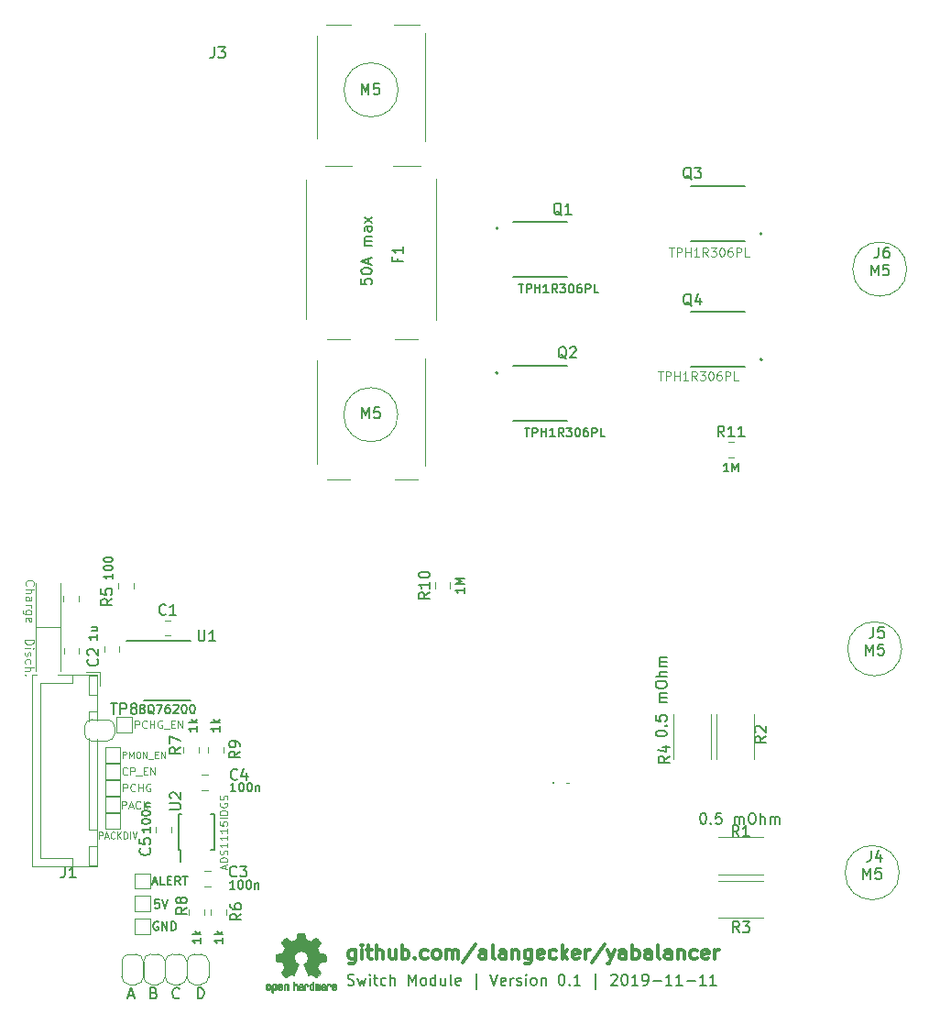
<source format=gbr>
%TF.GenerationSoftware,KiCad,Pcbnew,5.1.4*%
%TF.CreationDate,2019-11-11T17:18:17+01:00*%
%TF.ProjectId,shunt-board,7368756e-742d-4626-9f61-72642e6b6963,rev?*%
%TF.SameCoordinates,Original*%
%TF.FileFunction,Legend,Top*%
%TF.FilePolarity,Positive*%
%FSLAX46Y46*%
G04 Gerber Fmt 4.6, Leading zero omitted, Abs format (unit mm)*
G04 Created by KiCad (PCBNEW 5.1.4) date 2019-11-11 17:18:17*
%MOMM*%
%LPD*%
G04 APERTURE LIST*
%ADD10C,0.100000*%
%ADD11C,0.150000*%
%ADD12C,0.300000*%
%ADD13C,0.200000*%
%ADD14C,0.120000*%
%ADD15C,0.010000*%
%ADD16C,0.127000*%
%ADD17C,0.140000*%
%ADD18C,1.252000*%
%ADD19R,1.102000X1.102000*%
%ADD20C,1.527000*%
%ADD21C,0.500000*%
%ADD22C,8.102000*%
%ADD23C,1.002000*%
%ADD24C,1.627000*%
%ADD25R,1.552000X0.952000*%
%ADD26R,1.152000X0.952000*%
%ADD27R,3.852000X4.802000*%
%ADD28O,2.052000X1.802000*%
%ADD29C,1.802000*%
%ADD30C,1.077000*%
%ADD31R,1.602000X0.552000*%
%ADD32C,4.102000*%
%ADD33R,0.352000X1.202000*%
G04 APERTURE END LIST*
D10*
X163341095Y-101377952D02*
X164141095Y-101377952D01*
X164141095Y-101568428D01*
X164103000Y-101682714D01*
X164026809Y-101758904D01*
X163950619Y-101797000D01*
X163798238Y-101835095D01*
X163683952Y-101835095D01*
X163531571Y-101797000D01*
X163455380Y-101758904D01*
X163379190Y-101682714D01*
X163341095Y-101568428D01*
X163341095Y-101377952D01*
X163341095Y-102177952D02*
X163874428Y-102177952D01*
X164141095Y-102177952D02*
X164103000Y-102139857D01*
X164064904Y-102177952D01*
X164103000Y-102216047D01*
X164141095Y-102177952D01*
X164064904Y-102177952D01*
X163379190Y-102520809D02*
X163341095Y-102597000D01*
X163341095Y-102749380D01*
X163379190Y-102825571D01*
X163455380Y-102863666D01*
X163493476Y-102863666D01*
X163569666Y-102825571D01*
X163607761Y-102749380D01*
X163607761Y-102635095D01*
X163645857Y-102558904D01*
X163722047Y-102520809D01*
X163760142Y-102520809D01*
X163836333Y-102558904D01*
X163874428Y-102635095D01*
X163874428Y-102749380D01*
X163836333Y-102825571D01*
X163379190Y-103549380D02*
X163341095Y-103473190D01*
X163341095Y-103320809D01*
X163379190Y-103244619D01*
X163417285Y-103206523D01*
X163493476Y-103168428D01*
X163722047Y-103168428D01*
X163798238Y-103206523D01*
X163836333Y-103244619D01*
X163874428Y-103320809D01*
X163874428Y-103473190D01*
X163836333Y-103549380D01*
X163341095Y-103892238D02*
X164141095Y-103892238D01*
X163341095Y-104235095D02*
X163760142Y-104235095D01*
X163836333Y-104197000D01*
X163874428Y-104120809D01*
X163874428Y-104006523D01*
X163836333Y-103930333D01*
X163798238Y-103892238D01*
X163417285Y-104616047D02*
X163379190Y-104654142D01*
X163341095Y-104616047D01*
X163379190Y-104577952D01*
X163417285Y-104616047D01*
X163341095Y-104616047D01*
X163480785Y-96361428D02*
X163442690Y-96323333D01*
X163404595Y-96209047D01*
X163404595Y-96132857D01*
X163442690Y-96018571D01*
X163518880Y-95942380D01*
X163595071Y-95904285D01*
X163747452Y-95866190D01*
X163861738Y-95866190D01*
X164014119Y-95904285D01*
X164090309Y-95942380D01*
X164166500Y-96018571D01*
X164204595Y-96132857D01*
X164204595Y-96209047D01*
X164166500Y-96323333D01*
X164128404Y-96361428D01*
X163404595Y-96704285D02*
X164204595Y-96704285D01*
X163404595Y-97047142D02*
X163823642Y-97047142D01*
X163899833Y-97009047D01*
X163937928Y-96932857D01*
X163937928Y-96818571D01*
X163899833Y-96742380D01*
X163861738Y-96704285D01*
X163404595Y-97770952D02*
X163823642Y-97770952D01*
X163899833Y-97732857D01*
X163937928Y-97656666D01*
X163937928Y-97504285D01*
X163899833Y-97428095D01*
X163442690Y-97770952D02*
X163404595Y-97694761D01*
X163404595Y-97504285D01*
X163442690Y-97428095D01*
X163518880Y-97390000D01*
X163595071Y-97390000D01*
X163671261Y-97428095D01*
X163709357Y-97504285D01*
X163709357Y-97694761D01*
X163747452Y-97770952D01*
X163404595Y-98151904D02*
X163937928Y-98151904D01*
X163785547Y-98151904D02*
X163861738Y-98190000D01*
X163899833Y-98228095D01*
X163937928Y-98304285D01*
X163937928Y-98380476D01*
X163937928Y-98990000D02*
X163290309Y-98990000D01*
X163214119Y-98951904D01*
X163176023Y-98913809D01*
X163137928Y-98837619D01*
X163137928Y-98723333D01*
X163176023Y-98647142D01*
X163442690Y-98990000D02*
X163404595Y-98913809D01*
X163404595Y-98761428D01*
X163442690Y-98685238D01*
X163480785Y-98647142D01*
X163556976Y-98609047D01*
X163785547Y-98609047D01*
X163861738Y-98647142D01*
X163899833Y-98685238D01*
X163937928Y-98761428D01*
X163937928Y-98913809D01*
X163899833Y-98990000D01*
X163442690Y-99675714D02*
X163404595Y-99599523D01*
X163404595Y-99447142D01*
X163442690Y-99370952D01*
X163518880Y-99332857D01*
X163823642Y-99332857D01*
X163899833Y-99370952D01*
X163937928Y-99447142D01*
X163937928Y-99599523D01*
X163899833Y-99675714D01*
X163823642Y-99713809D01*
X163747452Y-99713809D01*
X163671261Y-99332857D01*
D11*
X193188276Y-133221361D02*
X193331133Y-133268980D01*
X193569228Y-133268980D01*
X193664466Y-133221361D01*
X193712085Y-133173742D01*
X193759704Y-133078504D01*
X193759704Y-132983266D01*
X193712085Y-132888028D01*
X193664466Y-132840409D01*
X193569228Y-132792790D01*
X193378752Y-132745171D01*
X193283514Y-132697552D01*
X193235895Y-132649933D01*
X193188276Y-132554695D01*
X193188276Y-132459457D01*
X193235895Y-132364219D01*
X193283514Y-132316600D01*
X193378752Y-132268980D01*
X193616847Y-132268980D01*
X193759704Y-132316600D01*
X194093038Y-132602314D02*
X194283514Y-133268980D01*
X194473990Y-132792790D01*
X194664466Y-133268980D01*
X194854942Y-132602314D01*
X195235895Y-133268980D02*
X195235895Y-132602314D01*
X195235895Y-132268980D02*
X195188276Y-132316600D01*
X195235895Y-132364219D01*
X195283514Y-132316600D01*
X195235895Y-132268980D01*
X195235895Y-132364219D01*
X195569228Y-132602314D02*
X195950180Y-132602314D01*
X195712085Y-132268980D02*
X195712085Y-133126123D01*
X195759704Y-133221361D01*
X195854942Y-133268980D01*
X195950180Y-133268980D01*
X196712085Y-133221361D02*
X196616847Y-133268980D01*
X196426371Y-133268980D01*
X196331133Y-133221361D01*
X196283514Y-133173742D01*
X196235895Y-133078504D01*
X196235895Y-132792790D01*
X196283514Y-132697552D01*
X196331133Y-132649933D01*
X196426371Y-132602314D01*
X196616847Y-132602314D01*
X196712085Y-132649933D01*
X197140657Y-133268980D02*
X197140657Y-132268980D01*
X197569228Y-133268980D02*
X197569228Y-132745171D01*
X197521609Y-132649933D01*
X197426371Y-132602314D01*
X197283514Y-132602314D01*
X197188276Y-132649933D01*
X197140657Y-132697552D01*
X198807323Y-133268980D02*
X198807323Y-132268980D01*
X199140657Y-132983266D01*
X199473990Y-132268980D01*
X199473990Y-133268980D01*
X200093038Y-133268980D02*
X199997800Y-133221361D01*
X199950180Y-133173742D01*
X199902561Y-133078504D01*
X199902561Y-132792790D01*
X199950180Y-132697552D01*
X199997800Y-132649933D01*
X200093038Y-132602314D01*
X200235895Y-132602314D01*
X200331133Y-132649933D01*
X200378752Y-132697552D01*
X200426371Y-132792790D01*
X200426371Y-133078504D01*
X200378752Y-133173742D01*
X200331133Y-133221361D01*
X200235895Y-133268980D01*
X200093038Y-133268980D01*
X201283514Y-133268980D02*
X201283514Y-132268980D01*
X201283514Y-133221361D02*
X201188276Y-133268980D01*
X200997800Y-133268980D01*
X200902561Y-133221361D01*
X200854942Y-133173742D01*
X200807323Y-133078504D01*
X200807323Y-132792790D01*
X200854942Y-132697552D01*
X200902561Y-132649933D01*
X200997800Y-132602314D01*
X201188276Y-132602314D01*
X201283514Y-132649933D01*
X202188276Y-132602314D02*
X202188276Y-133268980D01*
X201759704Y-132602314D02*
X201759704Y-133126123D01*
X201807323Y-133221361D01*
X201902561Y-133268980D01*
X202045419Y-133268980D01*
X202140657Y-133221361D01*
X202188276Y-133173742D01*
X202807323Y-133268980D02*
X202712085Y-133221361D01*
X202664466Y-133126123D01*
X202664466Y-132268980D01*
X203569228Y-133221361D02*
X203473990Y-133268980D01*
X203283514Y-133268980D01*
X203188276Y-133221361D01*
X203140657Y-133126123D01*
X203140657Y-132745171D01*
X203188276Y-132649933D01*
X203283514Y-132602314D01*
X203473990Y-132602314D01*
X203569228Y-132649933D01*
X203616847Y-132745171D01*
X203616847Y-132840409D01*
X203140657Y-132935647D01*
X205045419Y-133602314D02*
X205045419Y-132173742D01*
X206378752Y-132268980D02*
X206712085Y-133268980D01*
X207045419Y-132268980D01*
X207759704Y-133221361D02*
X207664466Y-133268980D01*
X207473990Y-133268980D01*
X207378752Y-133221361D01*
X207331133Y-133126123D01*
X207331133Y-132745171D01*
X207378752Y-132649933D01*
X207473990Y-132602314D01*
X207664466Y-132602314D01*
X207759704Y-132649933D01*
X207807323Y-132745171D01*
X207807323Y-132840409D01*
X207331133Y-132935647D01*
X208235895Y-133268980D02*
X208235895Y-132602314D01*
X208235895Y-132792790D02*
X208283514Y-132697552D01*
X208331133Y-132649933D01*
X208426371Y-132602314D01*
X208521609Y-132602314D01*
X208807323Y-133221361D02*
X208902561Y-133268980D01*
X209093038Y-133268980D01*
X209188276Y-133221361D01*
X209235895Y-133126123D01*
X209235895Y-133078504D01*
X209188276Y-132983266D01*
X209093038Y-132935647D01*
X208950180Y-132935647D01*
X208854942Y-132888028D01*
X208807323Y-132792790D01*
X208807323Y-132745171D01*
X208854942Y-132649933D01*
X208950180Y-132602314D01*
X209093038Y-132602314D01*
X209188276Y-132649933D01*
X209664466Y-133268980D02*
X209664466Y-132602314D01*
X209664466Y-132268980D02*
X209616847Y-132316600D01*
X209664466Y-132364219D01*
X209712085Y-132316600D01*
X209664466Y-132268980D01*
X209664466Y-132364219D01*
X210283514Y-133268980D02*
X210188276Y-133221361D01*
X210140657Y-133173742D01*
X210093038Y-133078504D01*
X210093038Y-132792790D01*
X210140657Y-132697552D01*
X210188276Y-132649933D01*
X210283514Y-132602314D01*
X210426371Y-132602314D01*
X210521609Y-132649933D01*
X210569228Y-132697552D01*
X210616847Y-132792790D01*
X210616847Y-133078504D01*
X210569228Y-133173742D01*
X210521609Y-133221361D01*
X210426371Y-133268980D01*
X210283514Y-133268980D01*
X211045419Y-132602314D02*
X211045419Y-133268980D01*
X211045419Y-132697552D02*
X211093038Y-132649933D01*
X211188276Y-132602314D01*
X211331133Y-132602314D01*
X211426371Y-132649933D01*
X211473990Y-132745171D01*
X211473990Y-133268980D01*
X212902561Y-132268980D02*
X212997800Y-132268980D01*
X213093038Y-132316600D01*
X213140657Y-132364219D01*
X213188276Y-132459457D01*
X213235895Y-132649933D01*
X213235895Y-132888028D01*
X213188276Y-133078504D01*
X213140657Y-133173742D01*
X213093038Y-133221361D01*
X212997800Y-133268980D01*
X212902561Y-133268980D01*
X212807323Y-133221361D01*
X212759704Y-133173742D01*
X212712085Y-133078504D01*
X212664466Y-132888028D01*
X212664466Y-132649933D01*
X212712085Y-132459457D01*
X212759704Y-132364219D01*
X212807323Y-132316600D01*
X212902561Y-132268980D01*
X213664466Y-133173742D02*
X213712085Y-133221361D01*
X213664466Y-133268980D01*
X213616847Y-133221361D01*
X213664466Y-133173742D01*
X213664466Y-133268980D01*
X214664466Y-133268980D02*
X214093038Y-133268980D01*
X214378752Y-133268980D02*
X214378752Y-132268980D01*
X214283514Y-132411838D01*
X214188276Y-132507076D01*
X214093038Y-132554695D01*
X216093038Y-133602314D02*
X216093038Y-132173742D01*
X217521609Y-132364219D02*
X217569228Y-132316600D01*
X217664466Y-132268980D01*
X217902561Y-132268980D01*
X217997800Y-132316600D01*
X218045419Y-132364219D01*
X218093038Y-132459457D01*
X218093038Y-132554695D01*
X218045419Y-132697552D01*
X217473990Y-133268980D01*
X218093038Y-133268980D01*
X218712085Y-132268980D02*
X218807323Y-132268980D01*
X218902561Y-132316600D01*
X218950180Y-132364219D01*
X218997800Y-132459457D01*
X219045419Y-132649933D01*
X219045419Y-132888028D01*
X218997800Y-133078504D01*
X218950180Y-133173742D01*
X218902561Y-133221361D01*
X218807323Y-133268980D01*
X218712085Y-133268980D01*
X218616847Y-133221361D01*
X218569228Y-133173742D01*
X218521609Y-133078504D01*
X218473990Y-132888028D01*
X218473990Y-132649933D01*
X218521609Y-132459457D01*
X218569228Y-132364219D01*
X218616847Y-132316600D01*
X218712085Y-132268980D01*
X219997800Y-133268980D02*
X219426371Y-133268980D01*
X219712085Y-133268980D02*
X219712085Y-132268980D01*
X219616847Y-132411838D01*
X219521609Y-132507076D01*
X219426371Y-132554695D01*
X220473990Y-133268980D02*
X220664466Y-133268980D01*
X220759704Y-133221361D01*
X220807323Y-133173742D01*
X220902561Y-133030885D01*
X220950180Y-132840409D01*
X220950180Y-132459457D01*
X220902561Y-132364219D01*
X220854942Y-132316600D01*
X220759704Y-132268980D01*
X220569228Y-132268980D01*
X220473990Y-132316600D01*
X220426371Y-132364219D01*
X220378752Y-132459457D01*
X220378752Y-132697552D01*
X220426371Y-132792790D01*
X220473990Y-132840409D01*
X220569228Y-132888028D01*
X220759704Y-132888028D01*
X220854942Y-132840409D01*
X220902561Y-132792790D01*
X220950180Y-132697552D01*
X221378752Y-132888028D02*
X222140657Y-132888028D01*
X223140657Y-133268980D02*
X222569228Y-133268980D01*
X222854942Y-133268980D02*
X222854942Y-132268980D01*
X222759704Y-132411838D01*
X222664466Y-132507076D01*
X222569228Y-132554695D01*
X224093038Y-133268980D02*
X223521609Y-133268980D01*
X223807323Y-133268980D02*
X223807323Y-132268980D01*
X223712085Y-132411838D01*
X223616847Y-132507076D01*
X223521609Y-132554695D01*
X224521609Y-132888028D02*
X225283514Y-132888028D01*
X226283514Y-133268980D02*
X225712085Y-133268980D01*
X225997800Y-133268980D02*
X225997800Y-132268980D01*
X225902561Y-132411838D01*
X225807323Y-132507076D01*
X225712085Y-132554695D01*
X227235895Y-133268980D02*
X226664466Y-133268980D01*
X226950180Y-133268980D02*
X226950180Y-132268980D01*
X226854942Y-132411838D01*
X226759704Y-132507076D01*
X226664466Y-132554695D01*
D12*
X193863585Y-129985328D02*
X193863585Y-131037709D01*
X193801680Y-131161519D01*
X193739776Y-131223423D01*
X193615966Y-131285328D01*
X193430252Y-131285328D01*
X193306442Y-131223423D01*
X193863585Y-130790090D02*
X193739776Y-130851995D01*
X193492157Y-130851995D01*
X193368347Y-130790090D01*
X193306442Y-130728185D01*
X193244538Y-130604376D01*
X193244538Y-130232947D01*
X193306442Y-130109138D01*
X193368347Y-130047233D01*
X193492157Y-129985328D01*
X193739776Y-129985328D01*
X193863585Y-130047233D01*
X194482633Y-130851995D02*
X194482633Y-129985328D01*
X194482633Y-129551995D02*
X194420728Y-129613900D01*
X194482633Y-129675804D01*
X194544538Y-129613900D01*
X194482633Y-129551995D01*
X194482633Y-129675804D01*
X194915966Y-129985328D02*
X195411204Y-129985328D01*
X195101680Y-129551995D02*
X195101680Y-130666280D01*
X195163585Y-130790090D01*
X195287395Y-130851995D01*
X195411204Y-130851995D01*
X195844538Y-130851995D02*
X195844538Y-129551995D01*
X196401680Y-130851995D02*
X196401680Y-130171042D01*
X196339776Y-130047233D01*
X196215966Y-129985328D01*
X196030252Y-129985328D01*
X195906442Y-130047233D01*
X195844538Y-130109138D01*
X197577871Y-129985328D02*
X197577871Y-130851995D01*
X197020728Y-129985328D02*
X197020728Y-130666280D01*
X197082633Y-130790090D01*
X197206442Y-130851995D01*
X197392157Y-130851995D01*
X197515966Y-130790090D01*
X197577871Y-130728185D01*
X198196919Y-130851995D02*
X198196919Y-129551995D01*
X198196919Y-130047233D02*
X198320728Y-129985328D01*
X198568347Y-129985328D01*
X198692157Y-130047233D01*
X198754061Y-130109138D01*
X198815966Y-130232947D01*
X198815966Y-130604376D01*
X198754061Y-130728185D01*
X198692157Y-130790090D01*
X198568347Y-130851995D01*
X198320728Y-130851995D01*
X198196919Y-130790090D01*
X199373109Y-130728185D02*
X199435014Y-130790090D01*
X199373109Y-130851995D01*
X199311204Y-130790090D01*
X199373109Y-130728185D01*
X199373109Y-130851995D01*
X200549300Y-130790090D02*
X200425490Y-130851995D01*
X200177871Y-130851995D01*
X200054061Y-130790090D01*
X199992157Y-130728185D01*
X199930252Y-130604376D01*
X199930252Y-130232947D01*
X199992157Y-130109138D01*
X200054061Y-130047233D01*
X200177871Y-129985328D01*
X200425490Y-129985328D01*
X200549300Y-130047233D01*
X201292157Y-130851995D02*
X201168347Y-130790090D01*
X201106442Y-130728185D01*
X201044538Y-130604376D01*
X201044538Y-130232947D01*
X201106442Y-130109138D01*
X201168347Y-130047233D01*
X201292157Y-129985328D01*
X201477871Y-129985328D01*
X201601680Y-130047233D01*
X201663585Y-130109138D01*
X201725490Y-130232947D01*
X201725490Y-130604376D01*
X201663585Y-130728185D01*
X201601680Y-130790090D01*
X201477871Y-130851995D01*
X201292157Y-130851995D01*
X202282633Y-130851995D02*
X202282633Y-129985328D01*
X202282633Y-130109138D02*
X202344538Y-130047233D01*
X202468347Y-129985328D01*
X202654061Y-129985328D01*
X202777871Y-130047233D01*
X202839776Y-130171042D01*
X202839776Y-130851995D01*
X202839776Y-130171042D02*
X202901680Y-130047233D01*
X203025490Y-129985328D01*
X203211204Y-129985328D01*
X203335014Y-130047233D01*
X203396919Y-130171042D01*
X203396919Y-130851995D01*
X204944538Y-129490090D02*
X203830252Y-131161519D01*
X205935014Y-130851995D02*
X205935014Y-130171042D01*
X205873109Y-130047233D01*
X205749300Y-129985328D01*
X205501680Y-129985328D01*
X205377871Y-130047233D01*
X205935014Y-130790090D02*
X205811204Y-130851995D01*
X205501680Y-130851995D01*
X205377871Y-130790090D01*
X205315966Y-130666280D01*
X205315966Y-130542471D01*
X205377871Y-130418661D01*
X205501680Y-130356757D01*
X205811204Y-130356757D01*
X205935014Y-130294852D01*
X206739776Y-130851995D02*
X206615966Y-130790090D01*
X206554061Y-130666280D01*
X206554061Y-129551995D01*
X207792157Y-130851995D02*
X207792157Y-130171042D01*
X207730252Y-130047233D01*
X207606442Y-129985328D01*
X207358823Y-129985328D01*
X207235014Y-130047233D01*
X207792157Y-130790090D02*
X207668347Y-130851995D01*
X207358823Y-130851995D01*
X207235014Y-130790090D01*
X207173109Y-130666280D01*
X207173109Y-130542471D01*
X207235014Y-130418661D01*
X207358823Y-130356757D01*
X207668347Y-130356757D01*
X207792157Y-130294852D01*
X208411204Y-129985328D02*
X208411204Y-130851995D01*
X208411204Y-130109138D02*
X208473109Y-130047233D01*
X208596919Y-129985328D01*
X208782633Y-129985328D01*
X208906442Y-130047233D01*
X208968347Y-130171042D01*
X208968347Y-130851995D01*
X210144538Y-129985328D02*
X210144538Y-131037709D01*
X210082633Y-131161519D01*
X210020728Y-131223423D01*
X209896919Y-131285328D01*
X209711204Y-131285328D01*
X209587395Y-131223423D01*
X210144538Y-130790090D02*
X210020728Y-130851995D01*
X209773109Y-130851995D01*
X209649300Y-130790090D01*
X209587395Y-130728185D01*
X209525490Y-130604376D01*
X209525490Y-130232947D01*
X209587395Y-130109138D01*
X209649300Y-130047233D01*
X209773109Y-129985328D01*
X210020728Y-129985328D01*
X210144538Y-130047233D01*
X211258823Y-130790090D02*
X211135014Y-130851995D01*
X210887395Y-130851995D01*
X210763585Y-130790090D01*
X210701680Y-130666280D01*
X210701680Y-130171042D01*
X210763585Y-130047233D01*
X210887395Y-129985328D01*
X211135014Y-129985328D01*
X211258823Y-130047233D01*
X211320728Y-130171042D01*
X211320728Y-130294852D01*
X210701680Y-130418661D01*
X212435014Y-130790090D02*
X212311204Y-130851995D01*
X212063585Y-130851995D01*
X211939776Y-130790090D01*
X211877871Y-130728185D01*
X211815966Y-130604376D01*
X211815966Y-130232947D01*
X211877871Y-130109138D01*
X211939776Y-130047233D01*
X212063585Y-129985328D01*
X212311204Y-129985328D01*
X212435014Y-130047233D01*
X212992157Y-130851995D02*
X212992157Y-129551995D01*
X213115966Y-130356757D02*
X213487395Y-130851995D01*
X213487395Y-129985328D02*
X212992157Y-130480566D01*
X214539776Y-130790090D02*
X214415966Y-130851995D01*
X214168347Y-130851995D01*
X214044538Y-130790090D01*
X213982633Y-130666280D01*
X213982633Y-130171042D01*
X214044538Y-130047233D01*
X214168347Y-129985328D01*
X214415966Y-129985328D01*
X214539776Y-130047233D01*
X214601680Y-130171042D01*
X214601680Y-130294852D01*
X213982633Y-130418661D01*
X215158823Y-130851995D02*
X215158823Y-129985328D01*
X215158823Y-130232947D02*
X215220728Y-130109138D01*
X215282633Y-130047233D01*
X215406442Y-129985328D01*
X215530252Y-129985328D01*
X216892157Y-129490090D02*
X215777871Y-131161519D01*
X217201680Y-129985328D02*
X217511204Y-130851995D01*
X217820728Y-129985328D02*
X217511204Y-130851995D01*
X217387395Y-131161519D01*
X217325490Y-131223423D01*
X217201680Y-131285328D01*
X218873109Y-130851995D02*
X218873109Y-130171042D01*
X218811204Y-130047233D01*
X218687395Y-129985328D01*
X218439776Y-129985328D01*
X218315966Y-130047233D01*
X218873109Y-130790090D02*
X218749300Y-130851995D01*
X218439776Y-130851995D01*
X218315966Y-130790090D01*
X218254061Y-130666280D01*
X218254061Y-130542471D01*
X218315966Y-130418661D01*
X218439776Y-130356757D01*
X218749300Y-130356757D01*
X218873109Y-130294852D01*
X219492157Y-130851995D02*
X219492157Y-129551995D01*
X219492157Y-130047233D02*
X219615966Y-129985328D01*
X219863585Y-129985328D01*
X219987395Y-130047233D01*
X220049300Y-130109138D01*
X220111204Y-130232947D01*
X220111204Y-130604376D01*
X220049300Y-130728185D01*
X219987395Y-130790090D01*
X219863585Y-130851995D01*
X219615966Y-130851995D01*
X219492157Y-130790090D01*
X221225490Y-130851995D02*
X221225490Y-130171042D01*
X221163585Y-130047233D01*
X221039776Y-129985328D01*
X220792157Y-129985328D01*
X220668347Y-130047233D01*
X221225490Y-130790090D02*
X221101680Y-130851995D01*
X220792157Y-130851995D01*
X220668347Y-130790090D01*
X220606442Y-130666280D01*
X220606442Y-130542471D01*
X220668347Y-130418661D01*
X220792157Y-130356757D01*
X221101680Y-130356757D01*
X221225490Y-130294852D01*
X222030252Y-130851995D02*
X221906442Y-130790090D01*
X221844538Y-130666280D01*
X221844538Y-129551995D01*
X223082633Y-130851995D02*
X223082633Y-130171042D01*
X223020728Y-130047233D01*
X222896919Y-129985328D01*
X222649300Y-129985328D01*
X222525490Y-130047233D01*
X223082633Y-130790090D02*
X222958823Y-130851995D01*
X222649300Y-130851995D01*
X222525490Y-130790090D01*
X222463585Y-130666280D01*
X222463585Y-130542471D01*
X222525490Y-130418661D01*
X222649300Y-130356757D01*
X222958823Y-130356757D01*
X223082633Y-130294852D01*
X223701680Y-129985328D02*
X223701680Y-130851995D01*
X223701680Y-130109138D02*
X223763585Y-130047233D01*
X223887395Y-129985328D01*
X224073109Y-129985328D01*
X224196919Y-130047233D01*
X224258823Y-130171042D01*
X224258823Y-130851995D01*
X225435014Y-130790090D02*
X225311204Y-130851995D01*
X225063585Y-130851995D01*
X224939776Y-130790090D01*
X224877871Y-130728185D01*
X224815966Y-130604376D01*
X224815966Y-130232947D01*
X224877871Y-130109138D01*
X224939776Y-130047233D01*
X225063585Y-129985328D01*
X225311204Y-129985328D01*
X225435014Y-130047233D01*
X226487395Y-130790090D02*
X226363585Y-130851995D01*
X226115966Y-130851995D01*
X225992157Y-130790090D01*
X225930252Y-130666280D01*
X225930252Y-130171042D01*
X225992157Y-130047233D01*
X226115966Y-129985328D01*
X226363585Y-129985328D01*
X226487395Y-130047233D01*
X226549300Y-130171042D01*
X226549300Y-130294852D01*
X225930252Y-130418661D01*
X227106442Y-130851995D02*
X227106442Y-129985328D01*
X227106442Y-130232947D02*
X227168347Y-130109138D01*
X227230252Y-130047233D01*
X227354061Y-129985328D01*
X227477871Y-129985328D01*
D11*
X225973119Y-117371880D02*
X226068357Y-117371880D01*
X226163595Y-117419500D01*
X226211214Y-117467119D01*
X226258833Y-117562357D01*
X226306452Y-117752833D01*
X226306452Y-117990928D01*
X226258833Y-118181404D01*
X226211214Y-118276642D01*
X226163595Y-118324261D01*
X226068357Y-118371880D01*
X225973119Y-118371880D01*
X225877880Y-118324261D01*
X225830261Y-118276642D01*
X225782642Y-118181404D01*
X225735023Y-117990928D01*
X225735023Y-117752833D01*
X225782642Y-117562357D01*
X225830261Y-117467119D01*
X225877880Y-117419500D01*
X225973119Y-117371880D01*
X226735023Y-118276642D02*
X226782642Y-118324261D01*
X226735023Y-118371880D01*
X226687404Y-118324261D01*
X226735023Y-118276642D01*
X226735023Y-118371880D01*
X227687404Y-117371880D02*
X227211214Y-117371880D01*
X227163595Y-117848071D01*
X227211214Y-117800452D01*
X227306452Y-117752833D01*
X227544547Y-117752833D01*
X227639785Y-117800452D01*
X227687404Y-117848071D01*
X227735023Y-117943309D01*
X227735023Y-118181404D01*
X227687404Y-118276642D01*
X227639785Y-118324261D01*
X227544547Y-118371880D01*
X227306452Y-118371880D01*
X227211214Y-118324261D01*
X227163595Y-118276642D01*
X228925500Y-118371880D02*
X228925500Y-117705214D01*
X228925500Y-117800452D02*
X228973119Y-117752833D01*
X229068357Y-117705214D01*
X229211214Y-117705214D01*
X229306452Y-117752833D01*
X229354071Y-117848071D01*
X229354071Y-118371880D01*
X229354071Y-117848071D02*
X229401690Y-117752833D01*
X229496928Y-117705214D01*
X229639785Y-117705214D01*
X229735023Y-117752833D01*
X229782642Y-117848071D01*
X229782642Y-118371880D01*
X230449309Y-117371880D02*
X230639785Y-117371880D01*
X230735023Y-117419500D01*
X230830261Y-117514738D01*
X230877880Y-117705214D01*
X230877880Y-118038547D01*
X230830261Y-118229023D01*
X230735023Y-118324261D01*
X230639785Y-118371880D01*
X230449309Y-118371880D01*
X230354071Y-118324261D01*
X230258833Y-118229023D01*
X230211214Y-118038547D01*
X230211214Y-117705214D01*
X230258833Y-117514738D01*
X230354071Y-117419500D01*
X230449309Y-117371880D01*
X231306452Y-118371880D02*
X231306452Y-117371880D01*
X231735023Y-118371880D02*
X231735023Y-117848071D01*
X231687404Y-117752833D01*
X231592166Y-117705214D01*
X231449309Y-117705214D01*
X231354071Y-117752833D01*
X231306452Y-117800452D01*
X232211214Y-118371880D02*
X232211214Y-117705214D01*
X232211214Y-117800452D02*
X232258833Y-117752833D01*
X232354071Y-117705214D01*
X232496928Y-117705214D01*
X232592166Y-117752833D01*
X232639785Y-117848071D01*
X232639785Y-118371880D01*
X232639785Y-117848071D02*
X232687404Y-117752833D01*
X232782642Y-117705214D01*
X232925500Y-117705214D01*
X233020738Y-117752833D01*
X233068357Y-117848071D01*
X233068357Y-118371880D01*
X221638880Y-110068880D02*
X221638880Y-109973642D01*
X221686500Y-109878404D01*
X221734119Y-109830785D01*
X221829357Y-109783166D01*
X222019833Y-109735547D01*
X222257928Y-109735547D01*
X222448404Y-109783166D01*
X222543642Y-109830785D01*
X222591261Y-109878404D01*
X222638880Y-109973642D01*
X222638880Y-110068880D01*
X222591261Y-110164119D01*
X222543642Y-110211738D01*
X222448404Y-110259357D01*
X222257928Y-110306976D01*
X222019833Y-110306976D01*
X221829357Y-110259357D01*
X221734119Y-110211738D01*
X221686500Y-110164119D01*
X221638880Y-110068880D01*
X222543642Y-109306976D02*
X222591261Y-109259357D01*
X222638880Y-109306976D01*
X222591261Y-109354595D01*
X222543642Y-109306976D01*
X222638880Y-109306976D01*
X221638880Y-108354595D02*
X221638880Y-108830785D01*
X222115071Y-108878404D01*
X222067452Y-108830785D01*
X222019833Y-108735547D01*
X222019833Y-108497452D01*
X222067452Y-108402214D01*
X222115071Y-108354595D01*
X222210309Y-108306976D01*
X222448404Y-108306976D01*
X222543642Y-108354595D01*
X222591261Y-108402214D01*
X222638880Y-108497452D01*
X222638880Y-108735547D01*
X222591261Y-108830785D01*
X222543642Y-108878404D01*
X222638880Y-107116500D02*
X221972214Y-107116500D01*
X222067452Y-107116500D02*
X222019833Y-107068880D01*
X221972214Y-106973642D01*
X221972214Y-106830785D01*
X222019833Y-106735547D01*
X222115071Y-106687928D01*
X222638880Y-106687928D01*
X222115071Y-106687928D02*
X222019833Y-106640309D01*
X221972214Y-106545071D01*
X221972214Y-106402214D01*
X222019833Y-106306976D01*
X222115071Y-106259357D01*
X222638880Y-106259357D01*
X221638880Y-105592690D02*
X221638880Y-105402214D01*
X221686500Y-105306976D01*
X221781738Y-105211738D01*
X221972214Y-105164119D01*
X222305547Y-105164119D01*
X222496023Y-105211738D01*
X222591261Y-105306976D01*
X222638880Y-105402214D01*
X222638880Y-105592690D01*
X222591261Y-105687928D01*
X222496023Y-105783166D01*
X222305547Y-105830785D01*
X221972214Y-105830785D01*
X221781738Y-105783166D01*
X221686500Y-105687928D01*
X221638880Y-105592690D01*
X222638880Y-104735547D02*
X221638880Y-104735547D01*
X222638880Y-104306976D02*
X222115071Y-104306976D01*
X222019833Y-104354595D01*
X221972214Y-104449833D01*
X221972214Y-104592690D01*
X222019833Y-104687928D01*
X222067452Y-104735547D01*
X222638880Y-103830785D02*
X221972214Y-103830785D01*
X222067452Y-103830785D02*
X222019833Y-103783166D01*
X221972214Y-103687928D01*
X221972214Y-103545071D01*
X222019833Y-103449833D01*
X222115071Y-103402214D01*
X222638880Y-103402214D01*
X222115071Y-103402214D02*
X222019833Y-103354595D01*
X221972214Y-103259357D01*
X221972214Y-103116500D01*
X222019833Y-103021261D01*
X222115071Y-102973642D01*
X222638880Y-102973642D01*
D13*
X179316095Y-134500880D02*
X179316095Y-133500880D01*
X179554190Y-133500880D01*
X179697047Y-133548500D01*
X179792285Y-133643738D01*
X179839904Y-133738976D01*
X179887523Y-133929452D01*
X179887523Y-134072309D01*
X179839904Y-134262785D01*
X179792285Y-134358023D01*
X179697047Y-134453261D01*
X179554190Y-134500880D01*
X179316095Y-134500880D01*
X177601523Y-134405642D02*
X177553904Y-134453261D01*
X177411047Y-134500880D01*
X177315809Y-134500880D01*
X177172952Y-134453261D01*
X177077714Y-134358023D01*
X177030095Y-134262785D01*
X176982476Y-134072309D01*
X176982476Y-133929452D01*
X177030095Y-133738976D01*
X177077714Y-133643738D01*
X177172952Y-133548500D01*
X177315809Y-133500880D01*
X177411047Y-133500880D01*
X177553904Y-133548500D01*
X177601523Y-133596119D01*
X175267928Y-133977071D02*
X175410785Y-134024690D01*
X175458404Y-134072309D01*
X175506023Y-134167547D01*
X175506023Y-134310404D01*
X175458404Y-134405642D01*
X175410785Y-134453261D01*
X175315547Y-134500880D01*
X174934595Y-134500880D01*
X174934595Y-133500880D01*
X175267928Y-133500880D01*
X175363166Y-133548500D01*
X175410785Y-133596119D01*
X175458404Y-133691357D01*
X175458404Y-133786595D01*
X175410785Y-133881833D01*
X175363166Y-133929452D01*
X175267928Y-133977071D01*
X174934595Y-133977071D01*
X172926404Y-134215166D02*
X173402595Y-134215166D01*
X172831166Y-134500880D02*
X173164500Y-133500880D01*
X173497833Y-134500880D01*
D11*
X194397380Y-68039928D02*
X194397380Y-68516119D01*
X194873571Y-68563738D01*
X194825952Y-68516119D01*
X194778333Y-68420880D01*
X194778333Y-68182785D01*
X194825952Y-68087547D01*
X194873571Y-68039928D01*
X194968809Y-67992309D01*
X195206904Y-67992309D01*
X195302142Y-68039928D01*
X195349761Y-68087547D01*
X195397380Y-68182785D01*
X195397380Y-68420880D01*
X195349761Y-68516119D01*
X195302142Y-68563738D01*
X194397380Y-67373261D02*
X194397380Y-67278023D01*
X194445000Y-67182785D01*
X194492619Y-67135166D01*
X194587857Y-67087547D01*
X194778333Y-67039928D01*
X195016428Y-67039928D01*
X195206904Y-67087547D01*
X195302142Y-67135166D01*
X195349761Y-67182785D01*
X195397380Y-67278023D01*
X195397380Y-67373261D01*
X195349761Y-67468500D01*
X195302142Y-67516119D01*
X195206904Y-67563738D01*
X195016428Y-67611357D01*
X194778333Y-67611357D01*
X194587857Y-67563738D01*
X194492619Y-67516119D01*
X194445000Y-67468500D01*
X194397380Y-67373261D01*
X195111666Y-66658976D02*
X195111666Y-66182785D01*
X195397380Y-66754214D02*
X194397380Y-66420880D01*
X195397380Y-66087547D01*
X195397380Y-64992309D02*
X194730714Y-64992309D01*
X194825952Y-64992309D02*
X194778333Y-64944690D01*
X194730714Y-64849452D01*
X194730714Y-64706595D01*
X194778333Y-64611357D01*
X194873571Y-64563738D01*
X195397380Y-64563738D01*
X194873571Y-64563738D02*
X194778333Y-64516119D01*
X194730714Y-64420880D01*
X194730714Y-64278023D01*
X194778333Y-64182785D01*
X194873571Y-64135166D01*
X195397380Y-64135166D01*
X195397380Y-63230404D02*
X194873571Y-63230404D01*
X194778333Y-63278023D01*
X194730714Y-63373261D01*
X194730714Y-63563738D01*
X194778333Y-63658976D01*
X195349761Y-63230404D02*
X195397380Y-63325642D01*
X195397380Y-63563738D01*
X195349761Y-63658976D01*
X195254523Y-63706595D01*
X195159285Y-63706595D01*
X195064047Y-63658976D01*
X195016428Y-63563738D01*
X195016428Y-63325642D01*
X194968809Y-63230404D01*
X195397380Y-62849452D02*
X194730714Y-62325642D01*
X194730714Y-62849452D02*
X195397380Y-62325642D01*
D14*
X176259748Y-100989200D02*
X176782252Y-100989200D01*
X176259748Y-99569200D02*
X176782252Y-99569200D01*
X170750000Y-115762000D02*
X170750000Y-114362000D01*
X172150000Y-115762000D02*
X170750000Y-115762000D01*
X172150000Y-114362000D02*
X172150000Y-115762000D01*
X170750000Y-114362000D02*
X172150000Y-114362000D01*
X171829500Y-109920000D02*
X171829500Y-108520000D01*
X173229500Y-109920000D02*
X171829500Y-109920000D01*
X173229500Y-108520000D02*
X173229500Y-109920000D01*
X171829500Y-108520000D02*
X173229500Y-108520000D01*
X170750000Y-114238000D02*
X170750000Y-112838000D01*
X172150000Y-114238000D02*
X170750000Y-114238000D01*
X172150000Y-112838000D02*
X172150000Y-114238000D01*
X170750000Y-112838000D02*
X172150000Y-112838000D01*
X166930000Y-102100748D02*
X166930000Y-102623252D01*
X168350000Y-102100748D02*
X168350000Y-102623252D01*
X168286500Y-97860752D02*
X168286500Y-97338248D01*
X166866500Y-97860752D02*
X166866500Y-97338248D01*
X164346000Y-100219500D02*
X164346000Y-104279500D01*
X166616000Y-100219500D02*
X164346000Y-100219500D01*
X166616000Y-104279500D02*
X166616000Y-100219500D01*
X166616000Y-100186500D02*
X166616000Y-96126500D01*
X164346000Y-100186500D02*
X166616000Y-100186500D01*
X164346000Y-96126500D02*
X164346000Y-100186500D01*
X169543500Y-108728000D02*
X170943500Y-108728000D01*
X171643500Y-109428000D02*
X171643500Y-110028000D01*
X170943500Y-110728000D02*
X169543500Y-110728000D01*
X168843500Y-110028000D02*
X168843500Y-109428000D01*
X168843500Y-109428000D02*
G75*
G02X169543500Y-108728000I700000J0D01*
G01*
X169543500Y-110728000D02*
G75*
G02X168843500Y-110028000I0J700000D01*
G01*
X171643500Y-110028000D02*
G75*
G02X170943500Y-110728000I-700000J0D01*
G01*
X170943500Y-108728000D02*
G75*
G02X171643500Y-109428000I0J-700000D01*
G01*
D15*
G36*
X186448744Y-133110918D02*
G01*
X186504201Y-133138568D01*
X186553148Y-133189480D01*
X186566629Y-133208338D01*
X186581314Y-133233015D01*
X186590842Y-133259816D01*
X186596293Y-133295587D01*
X186598747Y-133347169D01*
X186599286Y-133415267D01*
X186596852Y-133508588D01*
X186588394Y-133578657D01*
X186572174Y-133630931D01*
X186546454Y-133670869D01*
X186509497Y-133703929D01*
X186506782Y-133705886D01*
X186470360Y-133725908D01*
X186426502Y-133735815D01*
X186370724Y-133738257D01*
X186280048Y-133738257D01*
X186280010Y-133826283D01*
X186279166Y-133875308D01*
X186274024Y-133904065D01*
X186260587Y-133921311D01*
X186234858Y-133935808D01*
X186228679Y-133938769D01*
X186199764Y-133952648D01*
X186177376Y-133961414D01*
X186160729Y-133962171D01*
X186149036Y-133952023D01*
X186141510Y-133928073D01*
X186137366Y-133887426D01*
X186135815Y-133827186D01*
X186136071Y-133744455D01*
X186137349Y-133636339D01*
X186137748Y-133604000D01*
X186139185Y-133492524D01*
X186140472Y-133419603D01*
X186279971Y-133419603D01*
X186280755Y-133481499D01*
X186284240Y-133521997D01*
X186292124Y-133548708D01*
X186306105Y-133569244D01*
X186315597Y-133579260D01*
X186354404Y-133608567D01*
X186388763Y-133610952D01*
X186424216Y-133586750D01*
X186425114Y-133585857D01*
X186439539Y-133567153D01*
X186448313Y-133541732D01*
X186452739Y-133502584D01*
X186454118Y-133442697D01*
X186454143Y-133429430D01*
X186450812Y-133346901D01*
X186439969Y-133289691D01*
X186420340Y-133254766D01*
X186390650Y-133239094D01*
X186373491Y-133237514D01*
X186332766Y-133244926D01*
X186304832Y-133269330D01*
X186288017Y-133313980D01*
X186280650Y-133382130D01*
X186279971Y-133419603D01*
X186140472Y-133419603D01*
X186140708Y-133406245D01*
X186142677Y-133341333D01*
X186145450Y-133293958D01*
X186149388Y-133260290D01*
X186154849Y-133236498D01*
X186162192Y-133218753D01*
X186171777Y-133203224D01*
X186175887Y-133197381D01*
X186230405Y-133142185D01*
X186299336Y-133110890D01*
X186379072Y-133102165D01*
X186448744Y-133110918D01*
X186448744Y-133110918D01*
G37*
X186448744Y-133110918D02*
X186504201Y-133138568D01*
X186553148Y-133189480D01*
X186566629Y-133208338D01*
X186581314Y-133233015D01*
X186590842Y-133259816D01*
X186596293Y-133295587D01*
X186598747Y-133347169D01*
X186599286Y-133415267D01*
X186596852Y-133508588D01*
X186588394Y-133578657D01*
X186572174Y-133630931D01*
X186546454Y-133670869D01*
X186509497Y-133703929D01*
X186506782Y-133705886D01*
X186470360Y-133725908D01*
X186426502Y-133735815D01*
X186370724Y-133738257D01*
X186280048Y-133738257D01*
X186280010Y-133826283D01*
X186279166Y-133875308D01*
X186274024Y-133904065D01*
X186260587Y-133921311D01*
X186234858Y-133935808D01*
X186228679Y-133938769D01*
X186199764Y-133952648D01*
X186177376Y-133961414D01*
X186160729Y-133962171D01*
X186149036Y-133952023D01*
X186141510Y-133928073D01*
X186137366Y-133887426D01*
X186135815Y-133827186D01*
X186136071Y-133744455D01*
X186137349Y-133636339D01*
X186137748Y-133604000D01*
X186139185Y-133492524D01*
X186140472Y-133419603D01*
X186279971Y-133419603D01*
X186280755Y-133481499D01*
X186284240Y-133521997D01*
X186292124Y-133548708D01*
X186306105Y-133569244D01*
X186315597Y-133579260D01*
X186354404Y-133608567D01*
X186388763Y-133610952D01*
X186424216Y-133586750D01*
X186425114Y-133585857D01*
X186439539Y-133567153D01*
X186448313Y-133541732D01*
X186452739Y-133502584D01*
X186454118Y-133442697D01*
X186454143Y-133429430D01*
X186450812Y-133346901D01*
X186439969Y-133289691D01*
X186420340Y-133254766D01*
X186390650Y-133239094D01*
X186373491Y-133237514D01*
X186332766Y-133244926D01*
X186304832Y-133269330D01*
X186288017Y-133313980D01*
X186280650Y-133382130D01*
X186279971Y-133419603D01*
X186140472Y-133419603D01*
X186140708Y-133406245D01*
X186142677Y-133341333D01*
X186145450Y-133293958D01*
X186149388Y-133260290D01*
X186154849Y-133236498D01*
X186162192Y-133218753D01*
X186171777Y-133203224D01*
X186175887Y-133197381D01*
X186230405Y-133142185D01*
X186299336Y-133110890D01*
X186379072Y-133102165D01*
X186448744Y-133110918D01*
G36*
X187565093Y-133118780D02*
G01*
X187611672Y-133145723D01*
X187644057Y-133172466D01*
X187667742Y-133200484D01*
X187684059Y-133234748D01*
X187694339Y-133280227D01*
X187699914Y-133341892D01*
X187702116Y-133424711D01*
X187702371Y-133484246D01*
X187702371Y-133703391D01*
X187640686Y-133731044D01*
X187579000Y-133758697D01*
X187571743Y-133518670D01*
X187568744Y-133429028D01*
X187565598Y-133363962D01*
X187561701Y-133319026D01*
X187556447Y-133289770D01*
X187549231Y-133271748D01*
X187539450Y-133260511D01*
X187536312Y-133258079D01*
X187488761Y-133239083D01*
X187440697Y-133246600D01*
X187412086Y-133266543D01*
X187400447Y-133280675D01*
X187392391Y-133299220D01*
X187387271Y-133327334D01*
X187384441Y-133370173D01*
X187383256Y-133432895D01*
X187383057Y-133498261D01*
X187383018Y-133580268D01*
X187381614Y-133638316D01*
X187376914Y-133677465D01*
X187366987Y-133702780D01*
X187349903Y-133719323D01*
X187323732Y-133732156D01*
X187288775Y-133745491D01*
X187250596Y-133760007D01*
X187255141Y-133502389D01*
X187256971Y-133409519D01*
X187259112Y-133340889D01*
X187262181Y-133291711D01*
X187266794Y-133257198D01*
X187273568Y-133232562D01*
X187283119Y-133213016D01*
X187294634Y-133195770D01*
X187350190Y-133140680D01*
X187417980Y-133108822D01*
X187491713Y-133101191D01*
X187565093Y-133118780D01*
X187565093Y-133118780D01*
G37*
X187565093Y-133118780D02*
X187611672Y-133145723D01*
X187644057Y-133172466D01*
X187667742Y-133200484D01*
X187684059Y-133234748D01*
X187694339Y-133280227D01*
X187699914Y-133341892D01*
X187702116Y-133424711D01*
X187702371Y-133484246D01*
X187702371Y-133703391D01*
X187640686Y-133731044D01*
X187579000Y-133758697D01*
X187571743Y-133518670D01*
X187568744Y-133429028D01*
X187565598Y-133363962D01*
X187561701Y-133319026D01*
X187556447Y-133289770D01*
X187549231Y-133271748D01*
X187539450Y-133260511D01*
X187536312Y-133258079D01*
X187488761Y-133239083D01*
X187440697Y-133246600D01*
X187412086Y-133266543D01*
X187400447Y-133280675D01*
X187392391Y-133299220D01*
X187387271Y-133327334D01*
X187384441Y-133370173D01*
X187383256Y-133432895D01*
X187383057Y-133498261D01*
X187383018Y-133580268D01*
X187381614Y-133638316D01*
X187376914Y-133677465D01*
X187366987Y-133702780D01*
X187349903Y-133719323D01*
X187323732Y-133732156D01*
X187288775Y-133745491D01*
X187250596Y-133760007D01*
X187255141Y-133502389D01*
X187256971Y-133409519D01*
X187259112Y-133340889D01*
X187262181Y-133291711D01*
X187266794Y-133257198D01*
X187273568Y-133232562D01*
X187283119Y-133213016D01*
X187294634Y-133195770D01*
X187350190Y-133140680D01*
X187417980Y-133108822D01*
X187491713Y-133101191D01*
X187565093Y-133118780D01*
G36*
X185890115Y-133112962D02*
G01*
X185958145Y-133148733D01*
X186008351Y-133206301D01*
X186026185Y-133243312D01*
X186040063Y-133298882D01*
X186047167Y-133369096D01*
X186047840Y-133445727D01*
X186042427Y-133520552D01*
X186031270Y-133585342D01*
X186014714Y-133631873D01*
X186009626Y-133639887D01*
X185949355Y-133699707D01*
X185877769Y-133735535D01*
X185800092Y-133746020D01*
X185721548Y-133729810D01*
X185699689Y-133720092D01*
X185657122Y-133690143D01*
X185619763Y-133650433D01*
X185616232Y-133645397D01*
X185601881Y-133621124D01*
X185592394Y-133595178D01*
X185586790Y-133561022D01*
X185584086Y-133512119D01*
X185583299Y-133441935D01*
X185583286Y-133426200D01*
X185583322Y-133421192D01*
X185728429Y-133421192D01*
X185729273Y-133487430D01*
X185732596Y-133531386D01*
X185739583Y-133559779D01*
X185751416Y-133579325D01*
X185757457Y-133585857D01*
X185792186Y-133610680D01*
X185825903Y-133609548D01*
X185859995Y-133588016D01*
X185880329Y-133565029D01*
X185892371Y-133531478D01*
X185899134Y-133478569D01*
X185899598Y-133472399D01*
X185900752Y-133376513D01*
X185888688Y-133305299D01*
X185863570Y-133259194D01*
X185825560Y-133238635D01*
X185811992Y-133237514D01*
X185776364Y-133243152D01*
X185751994Y-133262686D01*
X185737093Y-133300042D01*
X185729875Y-133359150D01*
X185728429Y-133421192D01*
X185583322Y-133421192D01*
X185583826Y-133351413D01*
X185586096Y-133299159D01*
X185591068Y-133262949D01*
X185599713Y-133236299D01*
X185613005Y-133212722D01*
X185615943Y-133208338D01*
X185665313Y-133149249D01*
X185719109Y-133114947D01*
X185784602Y-133101331D01*
X185806842Y-133100665D01*
X185890115Y-133112962D01*
X185890115Y-133112962D01*
G37*
X185890115Y-133112962D02*
X185958145Y-133148733D01*
X186008351Y-133206301D01*
X186026185Y-133243312D01*
X186040063Y-133298882D01*
X186047167Y-133369096D01*
X186047840Y-133445727D01*
X186042427Y-133520552D01*
X186031270Y-133585342D01*
X186014714Y-133631873D01*
X186009626Y-133639887D01*
X185949355Y-133699707D01*
X185877769Y-133735535D01*
X185800092Y-133746020D01*
X185721548Y-133729810D01*
X185699689Y-133720092D01*
X185657122Y-133690143D01*
X185619763Y-133650433D01*
X185616232Y-133645397D01*
X185601881Y-133621124D01*
X185592394Y-133595178D01*
X185586790Y-133561022D01*
X185584086Y-133512119D01*
X185583299Y-133441935D01*
X185583286Y-133426200D01*
X185583322Y-133421192D01*
X185728429Y-133421192D01*
X185729273Y-133487430D01*
X185732596Y-133531386D01*
X185739583Y-133559779D01*
X185751416Y-133579325D01*
X185757457Y-133585857D01*
X185792186Y-133610680D01*
X185825903Y-133609548D01*
X185859995Y-133588016D01*
X185880329Y-133565029D01*
X185892371Y-133531478D01*
X185899134Y-133478569D01*
X185899598Y-133472399D01*
X185900752Y-133376513D01*
X185888688Y-133305299D01*
X185863570Y-133259194D01*
X185825560Y-133238635D01*
X185811992Y-133237514D01*
X185776364Y-133243152D01*
X185751994Y-133262686D01*
X185737093Y-133300042D01*
X185729875Y-133359150D01*
X185728429Y-133421192D01*
X185583322Y-133421192D01*
X185583826Y-133351413D01*
X185586096Y-133299159D01*
X185591068Y-133262949D01*
X185599713Y-133236299D01*
X185613005Y-133212722D01*
X185615943Y-133208338D01*
X185665313Y-133149249D01*
X185719109Y-133114947D01*
X185784602Y-133101331D01*
X185806842Y-133100665D01*
X185890115Y-133112962D01*
G36*
X187017303Y-133122239D02*
G01*
X187074527Y-133160735D01*
X187118749Y-133216335D01*
X187145167Y-133287086D01*
X187150510Y-133339162D01*
X187149903Y-133360893D01*
X187144822Y-133377531D01*
X187130855Y-133392437D01*
X187103589Y-133408973D01*
X187058612Y-133430498D01*
X186991511Y-133460374D01*
X186991171Y-133460524D01*
X186929407Y-133488813D01*
X186878759Y-133513933D01*
X186844404Y-133533179D01*
X186831518Y-133543848D01*
X186831514Y-133543934D01*
X186842872Y-133567166D01*
X186869431Y-133592774D01*
X186899923Y-133611221D01*
X186915370Y-133614886D01*
X186957515Y-133602212D01*
X186993808Y-133570471D01*
X187011517Y-133535572D01*
X187028552Y-133509845D01*
X187061922Y-133480546D01*
X187101149Y-133455235D01*
X187135756Y-133441471D01*
X187142993Y-133440714D01*
X187151139Y-133453160D01*
X187151630Y-133484972D01*
X187145643Y-133527866D01*
X187134357Y-133573558D01*
X187118950Y-133613761D01*
X187118171Y-133615322D01*
X187071804Y-133680062D01*
X187011711Y-133724097D01*
X186943465Y-133745711D01*
X186872638Y-133743185D01*
X186804804Y-133714804D01*
X186801788Y-133712808D01*
X186748427Y-133664448D01*
X186713340Y-133601352D01*
X186693922Y-133518387D01*
X186691316Y-133495078D01*
X186686701Y-133385055D01*
X186692233Y-133333748D01*
X186831514Y-133333748D01*
X186833324Y-133365753D01*
X186843222Y-133375093D01*
X186867898Y-133368105D01*
X186906795Y-133351587D01*
X186950275Y-133330881D01*
X186951356Y-133330333D01*
X186988209Y-133310949D01*
X187003000Y-133298013D01*
X186999353Y-133284451D01*
X186983995Y-133266632D01*
X186944923Y-133240845D01*
X186902846Y-133238950D01*
X186865103Y-133257717D01*
X186839034Y-133293915D01*
X186831514Y-133333748D01*
X186692233Y-133333748D01*
X186696194Y-133297027D01*
X186720550Y-133227212D01*
X186754456Y-133178302D01*
X186815653Y-133128878D01*
X186883063Y-133104359D01*
X186951880Y-133102797D01*
X187017303Y-133122239D01*
X187017303Y-133122239D01*
G37*
X187017303Y-133122239D02*
X187074527Y-133160735D01*
X187118749Y-133216335D01*
X187145167Y-133287086D01*
X187150510Y-133339162D01*
X187149903Y-133360893D01*
X187144822Y-133377531D01*
X187130855Y-133392437D01*
X187103589Y-133408973D01*
X187058612Y-133430498D01*
X186991511Y-133460374D01*
X186991171Y-133460524D01*
X186929407Y-133488813D01*
X186878759Y-133513933D01*
X186844404Y-133533179D01*
X186831518Y-133543848D01*
X186831514Y-133543934D01*
X186842872Y-133567166D01*
X186869431Y-133592774D01*
X186899923Y-133611221D01*
X186915370Y-133614886D01*
X186957515Y-133602212D01*
X186993808Y-133570471D01*
X187011517Y-133535572D01*
X187028552Y-133509845D01*
X187061922Y-133480546D01*
X187101149Y-133455235D01*
X187135756Y-133441471D01*
X187142993Y-133440714D01*
X187151139Y-133453160D01*
X187151630Y-133484972D01*
X187145643Y-133527866D01*
X187134357Y-133573558D01*
X187118950Y-133613761D01*
X187118171Y-133615322D01*
X187071804Y-133680062D01*
X187011711Y-133724097D01*
X186943465Y-133745711D01*
X186872638Y-133743185D01*
X186804804Y-133714804D01*
X186801788Y-133712808D01*
X186748427Y-133664448D01*
X186713340Y-133601352D01*
X186693922Y-133518387D01*
X186691316Y-133495078D01*
X186686701Y-133385055D01*
X186692233Y-133333748D01*
X186831514Y-133333748D01*
X186833324Y-133365753D01*
X186843222Y-133375093D01*
X186867898Y-133368105D01*
X186906795Y-133351587D01*
X186950275Y-133330881D01*
X186951356Y-133330333D01*
X186988209Y-133310949D01*
X187003000Y-133298013D01*
X186999353Y-133284451D01*
X186983995Y-133266632D01*
X186944923Y-133240845D01*
X186902846Y-133238950D01*
X186865103Y-133257717D01*
X186839034Y-133293915D01*
X186831514Y-133333748D01*
X186692233Y-133333748D01*
X186696194Y-133297027D01*
X186720550Y-133227212D01*
X186754456Y-133178302D01*
X186815653Y-133128878D01*
X186883063Y-133104359D01*
X186951880Y-133102797D01*
X187017303Y-133122239D01*
G36*
X188224886Y-133042289D02*
G01*
X188229139Y-133101613D01*
X188234025Y-133136572D01*
X188240795Y-133151820D01*
X188250702Y-133152015D01*
X188253914Y-133150195D01*
X188296644Y-133137015D01*
X188352227Y-133137785D01*
X188408737Y-133151333D01*
X188444082Y-133168861D01*
X188480321Y-133196861D01*
X188506813Y-133228549D01*
X188524999Y-133268813D01*
X188536322Y-133322543D01*
X188542222Y-133394626D01*
X188544143Y-133489951D01*
X188544177Y-133508237D01*
X188544200Y-133713646D01*
X188498491Y-133729580D01*
X188466027Y-133740420D01*
X188448215Y-133745468D01*
X188447691Y-133745514D01*
X188445937Y-133731828D01*
X188444444Y-133694076D01*
X188443326Y-133637224D01*
X188442697Y-133566234D01*
X188442600Y-133523073D01*
X188442398Y-133437973D01*
X188441358Y-133376981D01*
X188438831Y-133335177D01*
X188434164Y-133307642D01*
X188426707Y-133289456D01*
X188415811Y-133275698D01*
X188409007Y-133269073D01*
X188362272Y-133242375D01*
X188311272Y-133240375D01*
X188265001Y-133262955D01*
X188256444Y-133271107D01*
X188243893Y-133286436D01*
X188235188Y-133304618D01*
X188229631Y-133330909D01*
X188226526Y-133370562D01*
X188225176Y-133428832D01*
X188224886Y-133509173D01*
X188224886Y-133713646D01*
X188179177Y-133729580D01*
X188146713Y-133740420D01*
X188128901Y-133745468D01*
X188128377Y-133745514D01*
X188127037Y-133731623D01*
X188125828Y-133692439D01*
X188124801Y-133631700D01*
X188124002Y-133553141D01*
X188123481Y-133460498D01*
X188123286Y-133357509D01*
X188123286Y-132960342D01*
X188170457Y-132940444D01*
X188217629Y-132920547D01*
X188224886Y-133042289D01*
X188224886Y-133042289D01*
G37*
X188224886Y-133042289D02*
X188229139Y-133101613D01*
X188234025Y-133136572D01*
X188240795Y-133151820D01*
X188250702Y-133152015D01*
X188253914Y-133150195D01*
X188296644Y-133137015D01*
X188352227Y-133137785D01*
X188408737Y-133151333D01*
X188444082Y-133168861D01*
X188480321Y-133196861D01*
X188506813Y-133228549D01*
X188524999Y-133268813D01*
X188536322Y-133322543D01*
X188542222Y-133394626D01*
X188544143Y-133489951D01*
X188544177Y-133508237D01*
X188544200Y-133713646D01*
X188498491Y-133729580D01*
X188466027Y-133740420D01*
X188448215Y-133745468D01*
X188447691Y-133745514D01*
X188445937Y-133731828D01*
X188444444Y-133694076D01*
X188443326Y-133637224D01*
X188442697Y-133566234D01*
X188442600Y-133523073D01*
X188442398Y-133437973D01*
X188441358Y-133376981D01*
X188438831Y-133335177D01*
X188434164Y-133307642D01*
X188426707Y-133289456D01*
X188415811Y-133275698D01*
X188409007Y-133269073D01*
X188362272Y-133242375D01*
X188311272Y-133240375D01*
X188265001Y-133262955D01*
X188256444Y-133271107D01*
X188243893Y-133286436D01*
X188235188Y-133304618D01*
X188229631Y-133330909D01*
X188226526Y-133370562D01*
X188225176Y-133428832D01*
X188224886Y-133509173D01*
X188224886Y-133713646D01*
X188179177Y-133729580D01*
X188146713Y-133740420D01*
X188128901Y-133745468D01*
X188128377Y-133745514D01*
X188127037Y-133731623D01*
X188125828Y-133692439D01*
X188124801Y-133631700D01*
X188124002Y-133553141D01*
X188123481Y-133460498D01*
X188123286Y-133357509D01*
X188123286Y-132960342D01*
X188170457Y-132940444D01*
X188217629Y-132920547D01*
X188224886Y-133042289D01*
G36*
X188888744Y-133141968D02*
G01*
X188945616Y-133163087D01*
X188946267Y-133163493D01*
X188981440Y-133189380D01*
X189007407Y-133219633D01*
X189025670Y-133259058D01*
X189037732Y-133312462D01*
X189045096Y-133384651D01*
X189049264Y-133480432D01*
X189049629Y-133494078D01*
X189054876Y-133699842D01*
X189010716Y-133722678D01*
X188978763Y-133738110D01*
X188959470Y-133745423D01*
X188958578Y-133745514D01*
X188955239Y-133732022D01*
X188952587Y-133695626D01*
X188950956Y-133642452D01*
X188950600Y-133599393D01*
X188950592Y-133529641D01*
X188947403Y-133485837D01*
X188936288Y-133464944D01*
X188912501Y-133463925D01*
X188871296Y-133479741D01*
X188809086Y-133508815D01*
X188763341Y-133532963D01*
X188739813Y-133553913D01*
X188732896Y-133576747D01*
X188732886Y-133577877D01*
X188744299Y-133617212D01*
X188778092Y-133638462D01*
X188829809Y-133641539D01*
X188867061Y-133641006D01*
X188886703Y-133651735D01*
X188898952Y-133677505D01*
X188906002Y-133710337D01*
X188895842Y-133728966D01*
X188892017Y-133731632D01*
X188856001Y-133742340D01*
X188805566Y-133743856D01*
X188753626Y-133736759D01*
X188716822Y-133723788D01*
X188665938Y-133680585D01*
X188637014Y-133620446D01*
X188631286Y-133573462D01*
X188635657Y-133531082D01*
X188651475Y-133496488D01*
X188682797Y-133465763D01*
X188733678Y-133434990D01*
X188808176Y-133400252D01*
X188812714Y-133398288D01*
X188879821Y-133367287D01*
X188921232Y-133341862D01*
X188938981Y-133319014D01*
X188935107Y-133295745D01*
X188911643Y-133269056D01*
X188904627Y-133262914D01*
X188857630Y-133239100D01*
X188808933Y-133240103D01*
X188766522Y-133263451D01*
X188738384Y-133306675D01*
X188735769Y-133315160D01*
X188710308Y-133356308D01*
X188678001Y-133376128D01*
X188631286Y-133395770D01*
X188631286Y-133344950D01*
X188645496Y-133271082D01*
X188687675Y-133203327D01*
X188709624Y-133180661D01*
X188759517Y-133151569D01*
X188822967Y-133138400D01*
X188888744Y-133141968D01*
X188888744Y-133141968D01*
G37*
X188888744Y-133141968D02*
X188945616Y-133163087D01*
X188946267Y-133163493D01*
X188981440Y-133189380D01*
X189007407Y-133219633D01*
X189025670Y-133259058D01*
X189037732Y-133312462D01*
X189045096Y-133384651D01*
X189049264Y-133480432D01*
X189049629Y-133494078D01*
X189054876Y-133699842D01*
X189010716Y-133722678D01*
X188978763Y-133738110D01*
X188959470Y-133745423D01*
X188958578Y-133745514D01*
X188955239Y-133732022D01*
X188952587Y-133695626D01*
X188950956Y-133642452D01*
X188950600Y-133599393D01*
X188950592Y-133529641D01*
X188947403Y-133485837D01*
X188936288Y-133464944D01*
X188912501Y-133463925D01*
X188871296Y-133479741D01*
X188809086Y-133508815D01*
X188763341Y-133532963D01*
X188739813Y-133553913D01*
X188732896Y-133576747D01*
X188732886Y-133577877D01*
X188744299Y-133617212D01*
X188778092Y-133638462D01*
X188829809Y-133641539D01*
X188867061Y-133641006D01*
X188886703Y-133651735D01*
X188898952Y-133677505D01*
X188906002Y-133710337D01*
X188895842Y-133728966D01*
X188892017Y-133731632D01*
X188856001Y-133742340D01*
X188805566Y-133743856D01*
X188753626Y-133736759D01*
X188716822Y-133723788D01*
X188665938Y-133680585D01*
X188637014Y-133620446D01*
X188631286Y-133573462D01*
X188635657Y-133531082D01*
X188651475Y-133496488D01*
X188682797Y-133465763D01*
X188733678Y-133434990D01*
X188808176Y-133400252D01*
X188812714Y-133398288D01*
X188879821Y-133367287D01*
X188921232Y-133341862D01*
X188938981Y-133319014D01*
X188935107Y-133295745D01*
X188911643Y-133269056D01*
X188904627Y-133262914D01*
X188857630Y-133239100D01*
X188808933Y-133240103D01*
X188766522Y-133263451D01*
X188738384Y-133306675D01*
X188735769Y-133315160D01*
X188710308Y-133356308D01*
X188678001Y-133376128D01*
X188631286Y-133395770D01*
X188631286Y-133344950D01*
X188645496Y-133271082D01*
X188687675Y-133203327D01*
X188709624Y-133180661D01*
X188759517Y-133151569D01*
X188822967Y-133138400D01*
X188888744Y-133141968D01*
G36*
X189378926Y-133140755D02*
G01*
X189444858Y-133165084D01*
X189498273Y-133208117D01*
X189519164Y-133238409D01*
X189541939Y-133293994D01*
X189541466Y-133334186D01*
X189517562Y-133361217D01*
X189508717Y-133365813D01*
X189470530Y-133380144D01*
X189451028Y-133376472D01*
X189444422Y-133352407D01*
X189444086Y-133339114D01*
X189431992Y-133290210D01*
X189400471Y-133255999D01*
X189356659Y-133239476D01*
X189307695Y-133243634D01*
X189267894Y-133265227D01*
X189254450Y-133277544D01*
X189244921Y-133292487D01*
X189238485Y-133315075D01*
X189234317Y-133350328D01*
X189231597Y-133403266D01*
X189229502Y-133478907D01*
X189228960Y-133502857D01*
X189226981Y-133584790D01*
X189224731Y-133642455D01*
X189221357Y-133680608D01*
X189216006Y-133704004D01*
X189207824Y-133717398D01*
X189195959Y-133725545D01*
X189188362Y-133729144D01*
X189156102Y-133741452D01*
X189137111Y-133745514D01*
X189130836Y-133731948D01*
X189127006Y-133690934D01*
X189125600Y-133621999D01*
X189126598Y-133524669D01*
X189126908Y-133509657D01*
X189129101Y-133420859D01*
X189131693Y-133356019D01*
X189135382Y-133310067D01*
X189140864Y-133277935D01*
X189148835Y-133254553D01*
X189159993Y-133234852D01*
X189165830Y-133226410D01*
X189199296Y-133189057D01*
X189236727Y-133160003D01*
X189241309Y-133157467D01*
X189308426Y-133137443D01*
X189378926Y-133140755D01*
X189378926Y-133140755D01*
G37*
X189378926Y-133140755D02*
X189444858Y-133165084D01*
X189498273Y-133208117D01*
X189519164Y-133238409D01*
X189541939Y-133293994D01*
X189541466Y-133334186D01*
X189517562Y-133361217D01*
X189508717Y-133365813D01*
X189470530Y-133380144D01*
X189451028Y-133376472D01*
X189444422Y-133352407D01*
X189444086Y-133339114D01*
X189431992Y-133290210D01*
X189400471Y-133255999D01*
X189356659Y-133239476D01*
X189307695Y-133243634D01*
X189267894Y-133265227D01*
X189254450Y-133277544D01*
X189244921Y-133292487D01*
X189238485Y-133315075D01*
X189234317Y-133350328D01*
X189231597Y-133403266D01*
X189229502Y-133478907D01*
X189228960Y-133502857D01*
X189226981Y-133584790D01*
X189224731Y-133642455D01*
X189221357Y-133680608D01*
X189216006Y-133704004D01*
X189207824Y-133717398D01*
X189195959Y-133725545D01*
X189188362Y-133729144D01*
X189156102Y-133741452D01*
X189137111Y-133745514D01*
X189130836Y-133731948D01*
X189127006Y-133690934D01*
X189125600Y-133621999D01*
X189126598Y-133524669D01*
X189126908Y-133509657D01*
X189129101Y-133420859D01*
X189131693Y-133356019D01*
X189135382Y-133310067D01*
X189140864Y-133277935D01*
X189148835Y-133254553D01*
X189159993Y-133234852D01*
X189165830Y-133226410D01*
X189199296Y-133189057D01*
X189236727Y-133160003D01*
X189241309Y-133157467D01*
X189308426Y-133137443D01*
X189378926Y-133140755D01*
G36*
X190039117Y-133256358D02*
G01*
X190038933Y-133364837D01*
X190038219Y-133448287D01*
X190036675Y-133510704D01*
X190034001Y-133556085D01*
X190029894Y-133588429D01*
X190024055Y-133611733D01*
X190016182Y-133629995D01*
X190010221Y-133640418D01*
X189960855Y-133696945D01*
X189898264Y-133732377D01*
X189829013Y-133745090D01*
X189759668Y-133733463D01*
X189718375Y-133712568D01*
X189675025Y-133676422D01*
X189645481Y-133632276D01*
X189627655Y-133574462D01*
X189619463Y-133497313D01*
X189618302Y-133440714D01*
X189618458Y-133436647D01*
X189719857Y-133436647D01*
X189720476Y-133501550D01*
X189723314Y-133544514D01*
X189729840Y-133572622D01*
X189741523Y-133592953D01*
X189755483Y-133608288D01*
X189802365Y-133637890D01*
X189852701Y-133640419D01*
X189900276Y-133615705D01*
X189903979Y-133612356D01*
X189919783Y-133594935D01*
X189929693Y-133574209D01*
X189935058Y-133543362D01*
X189937228Y-133495577D01*
X189937571Y-133442748D01*
X189936827Y-133376381D01*
X189933748Y-133332106D01*
X189927061Y-133303009D01*
X189915496Y-133282173D01*
X189906013Y-133271107D01*
X189861960Y-133243198D01*
X189811224Y-133239843D01*
X189762796Y-133261159D01*
X189753450Y-133269073D01*
X189737540Y-133286647D01*
X189727610Y-133307587D01*
X189722278Y-133338782D01*
X189720163Y-133387122D01*
X189719857Y-133436647D01*
X189618458Y-133436647D01*
X189621810Y-133349568D01*
X189633726Y-133281086D01*
X189656135Y-133229600D01*
X189691124Y-133189443D01*
X189718375Y-133168861D01*
X189767907Y-133146625D01*
X189825316Y-133136304D01*
X189878682Y-133139067D01*
X189908543Y-133150212D01*
X189920261Y-133153383D01*
X189928037Y-133141557D01*
X189933465Y-133109866D01*
X189937571Y-133061593D01*
X189942067Y-133007829D01*
X189948313Y-132975482D01*
X189959676Y-132956985D01*
X189979528Y-132944770D01*
X189992000Y-132939362D01*
X190039171Y-132919601D01*
X190039117Y-133256358D01*
X190039117Y-133256358D01*
G37*
X190039117Y-133256358D02*
X190038933Y-133364837D01*
X190038219Y-133448287D01*
X190036675Y-133510704D01*
X190034001Y-133556085D01*
X190029894Y-133588429D01*
X190024055Y-133611733D01*
X190016182Y-133629995D01*
X190010221Y-133640418D01*
X189960855Y-133696945D01*
X189898264Y-133732377D01*
X189829013Y-133745090D01*
X189759668Y-133733463D01*
X189718375Y-133712568D01*
X189675025Y-133676422D01*
X189645481Y-133632276D01*
X189627655Y-133574462D01*
X189619463Y-133497313D01*
X189618302Y-133440714D01*
X189618458Y-133436647D01*
X189719857Y-133436647D01*
X189720476Y-133501550D01*
X189723314Y-133544514D01*
X189729840Y-133572622D01*
X189741523Y-133592953D01*
X189755483Y-133608288D01*
X189802365Y-133637890D01*
X189852701Y-133640419D01*
X189900276Y-133615705D01*
X189903979Y-133612356D01*
X189919783Y-133594935D01*
X189929693Y-133574209D01*
X189935058Y-133543362D01*
X189937228Y-133495577D01*
X189937571Y-133442748D01*
X189936827Y-133376381D01*
X189933748Y-133332106D01*
X189927061Y-133303009D01*
X189915496Y-133282173D01*
X189906013Y-133271107D01*
X189861960Y-133243198D01*
X189811224Y-133239843D01*
X189762796Y-133261159D01*
X189753450Y-133269073D01*
X189737540Y-133286647D01*
X189727610Y-133307587D01*
X189722278Y-133338782D01*
X189720163Y-133387122D01*
X189719857Y-133436647D01*
X189618458Y-133436647D01*
X189621810Y-133349568D01*
X189633726Y-133281086D01*
X189656135Y-133229600D01*
X189691124Y-133189443D01*
X189718375Y-133168861D01*
X189767907Y-133146625D01*
X189825316Y-133136304D01*
X189878682Y-133139067D01*
X189908543Y-133150212D01*
X189920261Y-133153383D01*
X189928037Y-133141557D01*
X189933465Y-133109866D01*
X189937571Y-133061593D01*
X189942067Y-133007829D01*
X189948313Y-132975482D01*
X189959676Y-132956985D01*
X189979528Y-132944770D01*
X189992000Y-132939362D01*
X190039171Y-132919601D01*
X190039117Y-133256358D01*
G36*
X190628833Y-133149663D02*
G01*
X190631048Y-133187850D01*
X190632784Y-133245886D01*
X190633899Y-133319180D01*
X190634257Y-133396055D01*
X190634257Y-133656196D01*
X190588326Y-133702127D01*
X190556675Y-133730429D01*
X190528890Y-133741893D01*
X190490915Y-133741168D01*
X190475840Y-133739321D01*
X190428726Y-133733948D01*
X190389756Y-133730869D01*
X190380257Y-133730585D01*
X190348233Y-133732445D01*
X190302432Y-133737114D01*
X190284674Y-133739321D01*
X190241057Y-133742735D01*
X190211745Y-133735320D01*
X190182680Y-133712427D01*
X190172188Y-133702127D01*
X190126257Y-133656196D01*
X190126257Y-133169602D01*
X190163226Y-133152758D01*
X190195059Y-133140282D01*
X190213683Y-133135914D01*
X190218458Y-133149718D01*
X190222921Y-133188286D01*
X190226775Y-133247356D01*
X190229722Y-133322663D01*
X190231143Y-133386286D01*
X190235114Y-133636657D01*
X190269759Y-133641556D01*
X190301268Y-133638131D01*
X190316708Y-133627041D01*
X190321023Y-133606308D01*
X190324708Y-133562145D01*
X190327469Y-133500146D01*
X190329012Y-133425909D01*
X190329235Y-133387706D01*
X190329457Y-133167783D01*
X190375166Y-133151849D01*
X190407518Y-133141015D01*
X190425115Y-133135962D01*
X190425623Y-133135914D01*
X190427388Y-133149648D01*
X190429329Y-133187730D01*
X190431282Y-133245482D01*
X190433084Y-133318227D01*
X190434343Y-133386286D01*
X190438314Y-133636657D01*
X190525400Y-133636657D01*
X190529396Y-133408240D01*
X190533392Y-133179822D01*
X190575847Y-133157868D01*
X190607192Y-133142793D01*
X190625744Y-133135951D01*
X190626279Y-133135914D01*
X190628833Y-133149663D01*
X190628833Y-133149663D01*
G37*
X190628833Y-133149663D02*
X190631048Y-133187850D01*
X190632784Y-133245886D01*
X190633899Y-133319180D01*
X190634257Y-133396055D01*
X190634257Y-133656196D01*
X190588326Y-133702127D01*
X190556675Y-133730429D01*
X190528890Y-133741893D01*
X190490915Y-133741168D01*
X190475840Y-133739321D01*
X190428726Y-133733948D01*
X190389756Y-133730869D01*
X190380257Y-133730585D01*
X190348233Y-133732445D01*
X190302432Y-133737114D01*
X190284674Y-133739321D01*
X190241057Y-133742735D01*
X190211745Y-133735320D01*
X190182680Y-133712427D01*
X190172188Y-133702127D01*
X190126257Y-133656196D01*
X190126257Y-133169602D01*
X190163226Y-133152758D01*
X190195059Y-133140282D01*
X190213683Y-133135914D01*
X190218458Y-133149718D01*
X190222921Y-133188286D01*
X190226775Y-133247356D01*
X190229722Y-133322663D01*
X190231143Y-133386286D01*
X190235114Y-133636657D01*
X190269759Y-133641556D01*
X190301268Y-133638131D01*
X190316708Y-133627041D01*
X190321023Y-133606308D01*
X190324708Y-133562145D01*
X190327469Y-133500146D01*
X190329012Y-133425909D01*
X190329235Y-133387706D01*
X190329457Y-133167783D01*
X190375166Y-133151849D01*
X190407518Y-133141015D01*
X190425115Y-133135962D01*
X190425623Y-133135914D01*
X190427388Y-133149648D01*
X190429329Y-133187730D01*
X190431282Y-133245482D01*
X190433084Y-133318227D01*
X190434343Y-133386286D01*
X190438314Y-133636657D01*
X190525400Y-133636657D01*
X190529396Y-133408240D01*
X190533392Y-133179822D01*
X190575847Y-133157868D01*
X190607192Y-133142793D01*
X190625744Y-133135951D01*
X190626279Y-133135914D01*
X190628833Y-133149663D01*
G36*
X190993876Y-133147335D02*
G01*
X191035667Y-133166344D01*
X191068469Y-133189378D01*
X191092503Y-133215133D01*
X191109097Y-133248358D01*
X191119577Y-133293800D01*
X191125271Y-133356207D01*
X191127507Y-133440327D01*
X191127743Y-133495721D01*
X191127743Y-133711826D01*
X191090774Y-133728670D01*
X191061656Y-133740981D01*
X191047231Y-133745514D01*
X191044472Y-133732025D01*
X191042282Y-133695653D01*
X191040942Y-133642542D01*
X191040657Y-133600372D01*
X191039434Y-133539447D01*
X191036136Y-133491115D01*
X191031321Y-133461518D01*
X191027496Y-133455229D01*
X191001783Y-133461652D01*
X190961418Y-133478125D01*
X190914679Y-133500458D01*
X190869845Y-133524457D01*
X190835193Y-133545930D01*
X190819002Y-133560685D01*
X190818938Y-133560845D01*
X190820330Y-133588152D01*
X190832818Y-133614219D01*
X190854743Y-133635392D01*
X190886743Y-133642474D01*
X190914092Y-133641649D01*
X190952826Y-133641042D01*
X190973158Y-133650116D01*
X190985369Y-133674092D01*
X190986909Y-133678613D01*
X190992203Y-133712806D01*
X190978047Y-133733568D01*
X190941148Y-133743462D01*
X190901289Y-133745292D01*
X190829562Y-133731727D01*
X190792432Y-133712355D01*
X190746576Y-133666845D01*
X190722256Y-133610983D01*
X190720073Y-133551957D01*
X190740629Y-133496953D01*
X190771549Y-133462486D01*
X190802420Y-133443189D01*
X190850942Y-133418759D01*
X190907485Y-133393985D01*
X190916910Y-133390199D01*
X190979019Y-133362791D01*
X191014822Y-133338634D01*
X191026337Y-133314619D01*
X191015580Y-133287635D01*
X190997114Y-133266543D01*
X190953469Y-133240572D01*
X190905446Y-133238624D01*
X190861406Y-133258637D01*
X190829709Y-133298551D01*
X190825549Y-133308848D01*
X190801327Y-133346724D01*
X190765965Y-133374842D01*
X190721343Y-133397917D01*
X190721343Y-133332485D01*
X190723969Y-133292506D01*
X190735230Y-133260997D01*
X190760199Y-133227378D01*
X190784169Y-133201484D01*
X190821441Y-133164817D01*
X190850401Y-133145121D01*
X190881505Y-133137220D01*
X190916713Y-133135914D01*
X190993876Y-133147335D01*
X190993876Y-133147335D01*
G37*
X190993876Y-133147335D02*
X191035667Y-133166344D01*
X191068469Y-133189378D01*
X191092503Y-133215133D01*
X191109097Y-133248358D01*
X191119577Y-133293800D01*
X191125271Y-133356207D01*
X191127507Y-133440327D01*
X191127743Y-133495721D01*
X191127743Y-133711826D01*
X191090774Y-133728670D01*
X191061656Y-133740981D01*
X191047231Y-133745514D01*
X191044472Y-133732025D01*
X191042282Y-133695653D01*
X191040942Y-133642542D01*
X191040657Y-133600372D01*
X191039434Y-133539447D01*
X191036136Y-133491115D01*
X191031321Y-133461518D01*
X191027496Y-133455229D01*
X191001783Y-133461652D01*
X190961418Y-133478125D01*
X190914679Y-133500458D01*
X190869845Y-133524457D01*
X190835193Y-133545930D01*
X190819002Y-133560685D01*
X190818938Y-133560845D01*
X190820330Y-133588152D01*
X190832818Y-133614219D01*
X190854743Y-133635392D01*
X190886743Y-133642474D01*
X190914092Y-133641649D01*
X190952826Y-133641042D01*
X190973158Y-133650116D01*
X190985369Y-133674092D01*
X190986909Y-133678613D01*
X190992203Y-133712806D01*
X190978047Y-133733568D01*
X190941148Y-133743462D01*
X190901289Y-133745292D01*
X190829562Y-133731727D01*
X190792432Y-133712355D01*
X190746576Y-133666845D01*
X190722256Y-133610983D01*
X190720073Y-133551957D01*
X190740629Y-133496953D01*
X190771549Y-133462486D01*
X190802420Y-133443189D01*
X190850942Y-133418759D01*
X190907485Y-133393985D01*
X190916910Y-133390199D01*
X190979019Y-133362791D01*
X191014822Y-133338634D01*
X191026337Y-133314619D01*
X191015580Y-133287635D01*
X190997114Y-133266543D01*
X190953469Y-133240572D01*
X190905446Y-133238624D01*
X190861406Y-133258637D01*
X190829709Y-133298551D01*
X190825549Y-133308848D01*
X190801327Y-133346724D01*
X190765965Y-133374842D01*
X190721343Y-133397917D01*
X190721343Y-133332485D01*
X190723969Y-133292506D01*
X190735230Y-133260997D01*
X190760199Y-133227378D01*
X190784169Y-133201484D01*
X190821441Y-133164817D01*
X190850401Y-133145121D01*
X190881505Y-133137220D01*
X190916713Y-133135914D01*
X190993876Y-133147335D01*
G36*
X191501600Y-133149752D02*
G01*
X191518948Y-133157334D01*
X191560356Y-133190128D01*
X191595765Y-133237547D01*
X191617664Y-133288151D01*
X191621229Y-133313098D01*
X191609279Y-133347927D01*
X191583067Y-133366357D01*
X191554964Y-133377516D01*
X191542095Y-133379572D01*
X191535829Y-133364649D01*
X191523456Y-133332175D01*
X191518028Y-133317502D01*
X191487590Y-133266744D01*
X191443520Y-133241427D01*
X191387010Y-133242206D01*
X191382825Y-133243203D01*
X191352655Y-133257507D01*
X191330476Y-133285393D01*
X191315327Y-133330287D01*
X191306250Y-133395615D01*
X191302286Y-133484804D01*
X191301914Y-133532261D01*
X191301730Y-133607071D01*
X191300522Y-133658069D01*
X191297309Y-133690471D01*
X191291109Y-133709495D01*
X191280940Y-133720356D01*
X191265819Y-133728272D01*
X191264946Y-133728670D01*
X191235828Y-133740981D01*
X191221403Y-133745514D01*
X191219186Y-133731809D01*
X191217289Y-133693925D01*
X191215847Y-133636715D01*
X191214998Y-133565027D01*
X191214829Y-133512565D01*
X191215692Y-133411047D01*
X191219070Y-133334032D01*
X191226142Y-133277023D01*
X191238088Y-133235526D01*
X191256090Y-133205043D01*
X191281327Y-133181080D01*
X191306247Y-133164355D01*
X191366171Y-133142097D01*
X191435911Y-133137076D01*
X191501600Y-133149752D01*
X191501600Y-133149752D01*
G37*
X191501600Y-133149752D02*
X191518948Y-133157334D01*
X191560356Y-133190128D01*
X191595765Y-133237547D01*
X191617664Y-133288151D01*
X191621229Y-133313098D01*
X191609279Y-133347927D01*
X191583067Y-133366357D01*
X191554964Y-133377516D01*
X191542095Y-133379572D01*
X191535829Y-133364649D01*
X191523456Y-133332175D01*
X191518028Y-133317502D01*
X191487590Y-133266744D01*
X191443520Y-133241427D01*
X191387010Y-133242206D01*
X191382825Y-133243203D01*
X191352655Y-133257507D01*
X191330476Y-133285393D01*
X191315327Y-133330287D01*
X191306250Y-133395615D01*
X191302286Y-133484804D01*
X191301914Y-133532261D01*
X191301730Y-133607071D01*
X191300522Y-133658069D01*
X191297309Y-133690471D01*
X191291109Y-133709495D01*
X191280940Y-133720356D01*
X191265819Y-133728272D01*
X191264946Y-133728670D01*
X191235828Y-133740981D01*
X191221403Y-133745514D01*
X191219186Y-133731809D01*
X191217289Y-133693925D01*
X191215847Y-133636715D01*
X191214998Y-133565027D01*
X191214829Y-133512565D01*
X191215692Y-133411047D01*
X191219070Y-133334032D01*
X191226142Y-133277023D01*
X191238088Y-133235526D01*
X191256090Y-133205043D01*
X191281327Y-133181080D01*
X191306247Y-133164355D01*
X191366171Y-133142097D01*
X191435911Y-133137076D01*
X191501600Y-133149752D01*
G36*
X192002595Y-133157966D02*
G01*
X192060021Y-133195497D01*
X192087719Y-133229096D01*
X192109662Y-133290064D01*
X192111405Y-133338308D01*
X192107457Y-133402816D01*
X191958686Y-133467934D01*
X191886349Y-133501202D01*
X191839084Y-133527964D01*
X191814507Y-133551144D01*
X191810237Y-133573667D01*
X191823889Y-133598455D01*
X191838943Y-133614886D01*
X191882746Y-133641235D01*
X191930389Y-133643081D01*
X191974145Y-133622546D01*
X192006289Y-133581752D01*
X192012038Y-133567347D01*
X192039576Y-133522356D01*
X192071258Y-133503182D01*
X192114714Y-133486779D01*
X192114714Y-133548966D01*
X192110872Y-133591283D01*
X192095823Y-133626969D01*
X192064280Y-133667943D01*
X192059592Y-133673267D01*
X192024506Y-133709720D01*
X191994347Y-133729283D01*
X191956615Y-133738283D01*
X191925335Y-133741230D01*
X191869385Y-133741965D01*
X191829555Y-133732660D01*
X191804708Y-133718846D01*
X191765656Y-133688467D01*
X191738625Y-133655613D01*
X191721517Y-133614294D01*
X191712238Y-133558521D01*
X191708693Y-133482305D01*
X191708410Y-133443622D01*
X191709372Y-133397247D01*
X191797007Y-133397247D01*
X191798023Y-133422126D01*
X191800556Y-133426200D01*
X191817274Y-133420665D01*
X191853249Y-133406017D01*
X191901331Y-133385190D01*
X191911386Y-133380714D01*
X191972152Y-133349814D01*
X192005632Y-133322657D01*
X192012990Y-133297220D01*
X191995391Y-133271481D01*
X191980856Y-133260109D01*
X191928410Y-133237364D01*
X191879322Y-133241122D01*
X191838227Y-133268884D01*
X191809758Y-133318152D01*
X191800631Y-133357257D01*
X191797007Y-133397247D01*
X191709372Y-133397247D01*
X191710285Y-133353249D01*
X191717196Y-133286384D01*
X191730884Y-133237695D01*
X191753096Y-133201849D01*
X191785574Y-133173513D01*
X191799733Y-133164355D01*
X191864053Y-133140507D01*
X191934473Y-133139006D01*
X192002595Y-133157966D01*
X192002595Y-133157966D01*
G37*
X192002595Y-133157966D02*
X192060021Y-133195497D01*
X192087719Y-133229096D01*
X192109662Y-133290064D01*
X192111405Y-133338308D01*
X192107457Y-133402816D01*
X191958686Y-133467934D01*
X191886349Y-133501202D01*
X191839084Y-133527964D01*
X191814507Y-133551144D01*
X191810237Y-133573667D01*
X191823889Y-133598455D01*
X191838943Y-133614886D01*
X191882746Y-133641235D01*
X191930389Y-133643081D01*
X191974145Y-133622546D01*
X192006289Y-133581752D01*
X192012038Y-133567347D01*
X192039576Y-133522356D01*
X192071258Y-133503182D01*
X192114714Y-133486779D01*
X192114714Y-133548966D01*
X192110872Y-133591283D01*
X192095823Y-133626969D01*
X192064280Y-133667943D01*
X192059592Y-133673267D01*
X192024506Y-133709720D01*
X191994347Y-133729283D01*
X191956615Y-133738283D01*
X191925335Y-133741230D01*
X191869385Y-133741965D01*
X191829555Y-133732660D01*
X191804708Y-133718846D01*
X191765656Y-133688467D01*
X191738625Y-133655613D01*
X191721517Y-133614294D01*
X191712238Y-133558521D01*
X191708693Y-133482305D01*
X191708410Y-133443622D01*
X191709372Y-133397247D01*
X191797007Y-133397247D01*
X191798023Y-133422126D01*
X191800556Y-133426200D01*
X191817274Y-133420665D01*
X191853249Y-133406017D01*
X191901331Y-133385190D01*
X191911386Y-133380714D01*
X191972152Y-133349814D01*
X192005632Y-133322657D01*
X192012990Y-133297220D01*
X191995391Y-133271481D01*
X191980856Y-133260109D01*
X191928410Y-133237364D01*
X191879322Y-133241122D01*
X191838227Y-133268884D01*
X191809758Y-133318152D01*
X191800631Y-133357257D01*
X191797007Y-133397247D01*
X191709372Y-133397247D01*
X191710285Y-133353249D01*
X191717196Y-133286384D01*
X191730884Y-133237695D01*
X191753096Y-133201849D01*
X191785574Y-133173513D01*
X191799733Y-133164355D01*
X191864053Y-133140507D01*
X191934473Y-133139006D01*
X192002595Y-133157966D01*
G36*
X188952910Y-128433348D02*
G01*
X189031454Y-128433778D01*
X189088298Y-128434942D01*
X189127105Y-128437207D01*
X189151538Y-128440940D01*
X189165262Y-128446506D01*
X189171940Y-128454273D01*
X189175236Y-128464605D01*
X189175556Y-128465943D01*
X189180562Y-128490079D01*
X189189829Y-128537701D01*
X189202392Y-128603741D01*
X189217287Y-128683128D01*
X189233551Y-128770796D01*
X189234119Y-128773875D01*
X189250410Y-128859789D01*
X189265652Y-128935696D01*
X189278861Y-128997045D01*
X189289054Y-129039282D01*
X189295248Y-129057855D01*
X189295543Y-129058184D01*
X189313788Y-129067253D01*
X189351405Y-129082367D01*
X189400271Y-129100262D01*
X189400543Y-129100358D01*
X189462093Y-129123493D01*
X189534657Y-129152965D01*
X189603057Y-129182597D01*
X189606294Y-129184062D01*
X189717702Y-129234626D01*
X189964399Y-129066160D01*
X190040077Y-129014803D01*
X190108631Y-128968889D01*
X190166088Y-128931030D01*
X190208476Y-128903837D01*
X190231825Y-128889921D01*
X190234042Y-128888889D01*
X190251010Y-128893484D01*
X190282701Y-128915655D01*
X190330352Y-128956447D01*
X190395198Y-129016905D01*
X190461397Y-129081227D01*
X190525214Y-129144612D01*
X190582329Y-129202451D01*
X190629305Y-129251175D01*
X190662703Y-129287210D01*
X190679085Y-129306984D01*
X190679694Y-129308002D01*
X190681505Y-129321572D01*
X190674683Y-129343733D01*
X190657540Y-129377478D01*
X190628393Y-129425800D01*
X190585555Y-129491692D01*
X190528448Y-129576517D01*
X190477766Y-129651177D01*
X190432461Y-129718140D01*
X190395150Y-129773516D01*
X190368452Y-129813420D01*
X190354985Y-129833962D01*
X190354137Y-129835356D01*
X190355781Y-129855038D01*
X190368245Y-129893293D01*
X190389048Y-129942889D01*
X190396462Y-129958728D01*
X190428814Y-130029290D01*
X190463328Y-130109353D01*
X190491365Y-130178629D01*
X190511568Y-130230045D01*
X190527615Y-130269119D01*
X190536888Y-130289541D01*
X190538041Y-130291114D01*
X190555096Y-130293721D01*
X190595298Y-130300863D01*
X190653302Y-130311523D01*
X190723763Y-130324685D01*
X190801335Y-130339333D01*
X190880672Y-130354449D01*
X190956431Y-130369018D01*
X191023264Y-130382022D01*
X191075828Y-130392445D01*
X191108776Y-130399270D01*
X191116857Y-130401199D01*
X191125205Y-130405962D01*
X191131506Y-130416718D01*
X191136045Y-130437098D01*
X191139104Y-130470734D01*
X191140967Y-130521255D01*
X191141918Y-130592292D01*
X191142240Y-130687476D01*
X191142257Y-130726492D01*
X191142257Y-131043799D01*
X191066057Y-131058839D01*
X191023663Y-131066995D01*
X190960400Y-131078899D01*
X190883962Y-131093116D01*
X190802043Y-131108210D01*
X190779400Y-131112355D01*
X190703806Y-131127053D01*
X190637953Y-131141505D01*
X190587366Y-131154375D01*
X190557574Y-131164322D01*
X190552612Y-131167287D01*
X190540426Y-131188283D01*
X190522953Y-131228967D01*
X190503577Y-131281322D01*
X190499734Y-131292600D01*
X190474339Y-131362523D01*
X190442817Y-131441418D01*
X190411969Y-131512266D01*
X190411817Y-131512595D01*
X190360447Y-131623733D01*
X190529399Y-131872253D01*
X190698352Y-132120772D01*
X190481429Y-132338058D01*
X190415819Y-132402726D01*
X190355979Y-132459733D01*
X190305267Y-132506033D01*
X190267046Y-132538584D01*
X190244675Y-132554343D01*
X190241466Y-132555343D01*
X190222626Y-132547469D01*
X190184180Y-132525578D01*
X190130330Y-132492267D01*
X190065276Y-132450131D01*
X189994940Y-132402943D01*
X189923555Y-132354810D01*
X189859908Y-132312928D01*
X189808041Y-132279871D01*
X189771995Y-132258218D01*
X189755867Y-132250543D01*
X189736189Y-132257037D01*
X189698875Y-132274150D01*
X189651621Y-132298326D01*
X189646612Y-132301013D01*
X189582977Y-132332927D01*
X189539341Y-132348579D01*
X189512202Y-132348745D01*
X189498057Y-132334204D01*
X189497975Y-132334000D01*
X189490905Y-132316779D01*
X189474042Y-132275899D01*
X189448695Y-132214525D01*
X189416171Y-132135819D01*
X189377778Y-132042947D01*
X189334822Y-131939072D01*
X189293222Y-131838502D01*
X189247504Y-131727516D01*
X189205526Y-131624703D01*
X189168548Y-131533215D01*
X189137827Y-131456201D01*
X189114622Y-131396815D01*
X189100190Y-131358209D01*
X189095743Y-131343800D01*
X189106896Y-131327272D01*
X189136069Y-131300930D01*
X189174971Y-131271887D01*
X189285757Y-131180039D01*
X189372351Y-131074759D01*
X189433716Y-130958266D01*
X189468815Y-130832776D01*
X189476608Y-130700507D01*
X189470943Y-130639457D01*
X189440078Y-130512795D01*
X189386920Y-130400941D01*
X189314767Y-130305001D01*
X189226917Y-130226076D01*
X189126665Y-130165270D01*
X189017310Y-130123687D01*
X188902147Y-130102428D01*
X188784475Y-130102599D01*
X188667590Y-130125301D01*
X188554789Y-130171638D01*
X188449369Y-130242713D01*
X188405368Y-130282911D01*
X188320979Y-130386129D01*
X188262222Y-130498925D01*
X188228704Y-130618010D01*
X188220035Y-130740095D01*
X188235823Y-130861893D01*
X188275678Y-130980116D01*
X188339207Y-131091475D01*
X188426021Y-131192684D01*
X188523029Y-131271887D01*
X188563437Y-131302162D01*
X188591982Y-131328219D01*
X188602257Y-131343825D01*
X188596877Y-131360843D01*
X188581575Y-131401500D01*
X188557612Y-131462642D01*
X188526244Y-131541119D01*
X188488732Y-131633780D01*
X188446333Y-131737472D01*
X188404663Y-131838526D01*
X188358690Y-131949607D01*
X188316107Y-132052541D01*
X188278221Y-132144165D01*
X188246340Y-132221316D01*
X188221771Y-132280831D01*
X188205820Y-132319544D01*
X188199910Y-132334000D01*
X188185948Y-132348685D01*
X188158940Y-132348642D01*
X188115413Y-132333099D01*
X188051890Y-132301284D01*
X188051388Y-132301013D01*
X188003560Y-132276323D01*
X187964897Y-132258338D01*
X187943095Y-132250614D01*
X187942133Y-132250543D01*
X187925721Y-132258378D01*
X187889487Y-132280165D01*
X187837474Y-132313328D01*
X187773725Y-132355291D01*
X187703060Y-132402943D01*
X187631116Y-132451191D01*
X187566274Y-132493151D01*
X187512735Y-132526227D01*
X187474697Y-132547821D01*
X187456533Y-132555343D01*
X187439808Y-132545457D01*
X187406180Y-132517826D01*
X187359010Y-132475495D01*
X187301658Y-132421505D01*
X187237484Y-132358899D01*
X187216497Y-132337983D01*
X186999499Y-132120623D01*
X187164668Y-131878220D01*
X187214864Y-131803781D01*
X187258919Y-131736972D01*
X187294362Y-131681665D01*
X187318719Y-131641729D01*
X187329522Y-131621036D01*
X187329838Y-131619563D01*
X187324143Y-131600058D01*
X187308826Y-131560822D01*
X187286537Y-131508430D01*
X187270893Y-131473355D01*
X187241641Y-131406201D01*
X187214094Y-131338358D01*
X187192737Y-131281034D01*
X187186935Y-131263572D01*
X187170452Y-131216938D01*
X187154340Y-131180905D01*
X187145490Y-131167287D01*
X187125960Y-131158952D01*
X187083334Y-131147137D01*
X187023145Y-131133181D01*
X186950922Y-131118422D01*
X186918600Y-131112355D01*
X186836522Y-131097273D01*
X186757795Y-131082669D01*
X186690109Y-131069980D01*
X186641160Y-131060642D01*
X186631943Y-131058839D01*
X186555743Y-131043799D01*
X186555743Y-130726492D01*
X186555914Y-130622154D01*
X186556616Y-130543213D01*
X186558134Y-130486038D01*
X186560749Y-130446999D01*
X186564746Y-130422465D01*
X186570409Y-130408805D01*
X186578020Y-130402389D01*
X186581143Y-130401199D01*
X186599978Y-130396980D01*
X186641588Y-130388562D01*
X186700630Y-130376961D01*
X186771757Y-130363195D01*
X186849625Y-130348280D01*
X186928887Y-130333232D01*
X187004198Y-130319069D01*
X187070213Y-130306806D01*
X187121587Y-130297461D01*
X187152975Y-130292050D01*
X187159959Y-130291114D01*
X187166285Y-130278596D01*
X187180290Y-130245246D01*
X187199355Y-130197377D01*
X187206634Y-130178629D01*
X187235996Y-130106195D01*
X187270571Y-130026170D01*
X187301537Y-129958728D01*
X187324323Y-129907159D01*
X187339482Y-129864785D01*
X187344542Y-129838834D01*
X187343736Y-129835356D01*
X187333041Y-129818936D01*
X187308620Y-129782417D01*
X187273095Y-129729687D01*
X187229087Y-129664635D01*
X187179217Y-129591151D01*
X187169356Y-129576645D01*
X187111492Y-129490704D01*
X187068956Y-129425261D01*
X187040054Y-129377304D01*
X187023090Y-129343820D01*
X187016367Y-129321795D01*
X187018190Y-129308217D01*
X187018236Y-129308131D01*
X187032586Y-129290297D01*
X187064323Y-129255817D01*
X187110010Y-129208268D01*
X187166204Y-129151222D01*
X187229468Y-129088255D01*
X187236602Y-129081227D01*
X187316330Y-129004020D01*
X187377857Y-128947330D01*
X187422421Y-128910110D01*
X187451257Y-128891315D01*
X187463958Y-128888889D01*
X187482494Y-128899471D01*
X187520961Y-128923916D01*
X187575386Y-128959612D01*
X187641798Y-129003947D01*
X187716225Y-129054311D01*
X187733601Y-129066160D01*
X187980297Y-129234626D01*
X188091706Y-129184062D01*
X188159457Y-129154595D01*
X188232183Y-129124959D01*
X188294703Y-129101330D01*
X188297457Y-129100358D01*
X188346360Y-129082457D01*
X188384057Y-129067320D01*
X188402425Y-129058210D01*
X188402456Y-129058184D01*
X188408285Y-129041717D01*
X188418192Y-129001219D01*
X188431195Y-128941242D01*
X188446309Y-128866340D01*
X188462552Y-128781064D01*
X188463881Y-128773875D01*
X188480175Y-128686014D01*
X188495133Y-128606260D01*
X188507791Y-128539681D01*
X188517186Y-128491347D01*
X188522354Y-128466325D01*
X188522444Y-128465943D01*
X188525589Y-128455299D01*
X188531704Y-128447262D01*
X188544453Y-128441467D01*
X188567500Y-128437547D01*
X188604509Y-128435135D01*
X188659144Y-128433865D01*
X188735067Y-128433371D01*
X188835944Y-128433286D01*
X188849000Y-128433286D01*
X188952910Y-128433348D01*
X188952910Y-128433348D01*
G37*
X188952910Y-128433348D02*
X189031454Y-128433778D01*
X189088298Y-128434942D01*
X189127105Y-128437207D01*
X189151538Y-128440940D01*
X189165262Y-128446506D01*
X189171940Y-128454273D01*
X189175236Y-128464605D01*
X189175556Y-128465943D01*
X189180562Y-128490079D01*
X189189829Y-128537701D01*
X189202392Y-128603741D01*
X189217287Y-128683128D01*
X189233551Y-128770796D01*
X189234119Y-128773875D01*
X189250410Y-128859789D01*
X189265652Y-128935696D01*
X189278861Y-128997045D01*
X189289054Y-129039282D01*
X189295248Y-129057855D01*
X189295543Y-129058184D01*
X189313788Y-129067253D01*
X189351405Y-129082367D01*
X189400271Y-129100262D01*
X189400543Y-129100358D01*
X189462093Y-129123493D01*
X189534657Y-129152965D01*
X189603057Y-129182597D01*
X189606294Y-129184062D01*
X189717702Y-129234626D01*
X189964399Y-129066160D01*
X190040077Y-129014803D01*
X190108631Y-128968889D01*
X190166088Y-128931030D01*
X190208476Y-128903837D01*
X190231825Y-128889921D01*
X190234042Y-128888889D01*
X190251010Y-128893484D01*
X190282701Y-128915655D01*
X190330352Y-128956447D01*
X190395198Y-129016905D01*
X190461397Y-129081227D01*
X190525214Y-129144612D01*
X190582329Y-129202451D01*
X190629305Y-129251175D01*
X190662703Y-129287210D01*
X190679085Y-129306984D01*
X190679694Y-129308002D01*
X190681505Y-129321572D01*
X190674683Y-129343733D01*
X190657540Y-129377478D01*
X190628393Y-129425800D01*
X190585555Y-129491692D01*
X190528448Y-129576517D01*
X190477766Y-129651177D01*
X190432461Y-129718140D01*
X190395150Y-129773516D01*
X190368452Y-129813420D01*
X190354985Y-129833962D01*
X190354137Y-129835356D01*
X190355781Y-129855038D01*
X190368245Y-129893293D01*
X190389048Y-129942889D01*
X190396462Y-129958728D01*
X190428814Y-130029290D01*
X190463328Y-130109353D01*
X190491365Y-130178629D01*
X190511568Y-130230045D01*
X190527615Y-130269119D01*
X190536888Y-130289541D01*
X190538041Y-130291114D01*
X190555096Y-130293721D01*
X190595298Y-130300863D01*
X190653302Y-130311523D01*
X190723763Y-130324685D01*
X190801335Y-130339333D01*
X190880672Y-130354449D01*
X190956431Y-130369018D01*
X191023264Y-130382022D01*
X191075828Y-130392445D01*
X191108776Y-130399270D01*
X191116857Y-130401199D01*
X191125205Y-130405962D01*
X191131506Y-130416718D01*
X191136045Y-130437098D01*
X191139104Y-130470734D01*
X191140967Y-130521255D01*
X191141918Y-130592292D01*
X191142240Y-130687476D01*
X191142257Y-130726492D01*
X191142257Y-131043799D01*
X191066057Y-131058839D01*
X191023663Y-131066995D01*
X190960400Y-131078899D01*
X190883962Y-131093116D01*
X190802043Y-131108210D01*
X190779400Y-131112355D01*
X190703806Y-131127053D01*
X190637953Y-131141505D01*
X190587366Y-131154375D01*
X190557574Y-131164322D01*
X190552612Y-131167287D01*
X190540426Y-131188283D01*
X190522953Y-131228967D01*
X190503577Y-131281322D01*
X190499734Y-131292600D01*
X190474339Y-131362523D01*
X190442817Y-131441418D01*
X190411969Y-131512266D01*
X190411817Y-131512595D01*
X190360447Y-131623733D01*
X190529399Y-131872253D01*
X190698352Y-132120772D01*
X190481429Y-132338058D01*
X190415819Y-132402726D01*
X190355979Y-132459733D01*
X190305267Y-132506033D01*
X190267046Y-132538584D01*
X190244675Y-132554343D01*
X190241466Y-132555343D01*
X190222626Y-132547469D01*
X190184180Y-132525578D01*
X190130330Y-132492267D01*
X190065276Y-132450131D01*
X189994940Y-132402943D01*
X189923555Y-132354810D01*
X189859908Y-132312928D01*
X189808041Y-132279871D01*
X189771995Y-132258218D01*
X189755867Y-132250543D01*
X189736189Y-132257037D01*
X189698875Y-132274150D01*
X189651621Y-132298326D01*
X189646612Y-132301013D01*
X189582977Y-132332927D01*
X189539341Y-132348579D01*
X189512202Y-132348745D01*
X189498057Y-132334204D01*
X189497975Y-132334000D01*
X189490905Y-132316779D01*
X189474042Y-132275899D01*
X189448695Y-132214525D01*
X189416171Y-132135819D01*
X189377778Y-132042947D01*
X189334822Y-131939072D01*
X189293222Y-131838502D01*
X189247504Y-131727516D01*
X189205526Y-131624703D01*
X189168548Y-131533215D01*
X189137827Y-131456201D01*
X189114622Y-131396815D01*
X189100190Y-131358209D01*
X189095743Y-131343800D01*
X189106896Y-131327272D01*
X189136069Y-131300930D01*
X189174971Y-131271887D01*
X189285757Y-131180039D01*
X189372351Y-131074759D01*
X189433716Y-130958266D01*
X189468815Y-130832776D01*
X189476608Y-130700507D01*
X189470943Y-130639457D01*
X189440078Y-130512795D01*
X189386920Y-130400941D01*
X189314767Y-130305001D01*
X189226917Y-130226076D01*
X189126665Y-130165270D01*
X189017310Y-130123687D01*
X188902147Y-130102428D01*
X188784475Y-130102599D01*
X188667590Y-130125301D01*
X188554789Y-130171638D01*
X188449369Y-130242713D01*
X188405368Y-130282911D01*
X188320979Y-130386129D01*
X188262222Y-130498925D01*
X188228704Y-130618010D01*
X188220035Y-130740095D01*
X188235823Y-130861893D01*
X188275678Y-130980116D01*
X188339207Y-131091475D01*
X188426021Y-131192684D01*
X188523029Y-131271887D01*
X188563437Y-131302162D01*
X188591982Y-131328219D01*
X188602257Y-131343825D01*
X188596877Y-131360843D01*
X188581575Y-131401500D01*
X188557612Y-131462642D01*
X188526244Y-131541119D01*
X188488732Y-131633780D01*
X188446333Y-131737472D01*
X188404663Y-131838526D01*
X188358690Y-131949607D01*
X188316107Y-132052541D01*
X188278221Y-132144165D01*
X188246340Y-132221316D01*
X188221771Y-132280831D01*
X188205820Y-132319544D01*
X188199910Y-132334000D01*
X188185948Y-132348685D01*
X188158940Y-132348642D01*
X188115413Y-132333099D01*
X188051890Y-132301284D01*
X188051388Y-132301013D01*
X188003560Y-132276323D01*
X187964897Y-132258338D01*
X187943095Y-132250614D01*
X187942133Y-132250543D01*
X187925721Y-132258378D01*
X187889487Y-132280165D01*
X187837474Y-132313328D01*
X187773725Y-132355291D01*
X187703060Y-132402943D01*
X187631116Y-132451191D01*
X187566274Y-132493151D01*
X187512735Y-132526227D01*
X187474697Y-132547821D01*
X187456533Y-132555343D01*
X187439808Y-132545457D01*
X187406180Y-132517826D01*
X187359010Y-132475495D01*
X187301658Y-132421505D01*
X187237484Y-132358899D01*
X187216497Y-132337983D01*
X186999499Y-132120623D01*
X187164668Y-131878220D01*
X187214864Y-131803781D01*
X187258919Y-131736972D01*
X187294362Y-131681665D01*
X187318719Y-131641729D01*
X187329522Y-131621036D01*
X187329838Y-131619563D01*
X187324143Y-131600058D01*
X187308826Y-131560822D01*
X187286537Y-131508430D01*
X187270893Y-131473355D01*
X187241641Y-131406201D01*
X187214094Y-131338358D01*
X187192737Y-131281034D01*
X187186935Y-131263572D01*
X187170452Y-131216938D01*
X187154340Y-131180905D01*
X187145490Y-131167287D01*
X187125960Y-131158952D01*
X187083334Y-131147137D01*
X187023145Y-131133181D01*
X186950922Y-131118422D01*
X186918600Y-131112355D01*
X186836522Y-131097273D01*
X186757795Y-131082669D01*
X186690109Y-131069980D01*
X186641160Y-131060642D01*
X186631943Y-131058839D01*
X186555743Y-131043799D01*
X186555743Y-130726492D01*
X186555914Y-130622154D01*
X186556616Y-130543213D01*
X186558134Y-130486038D01*
X186560749Y-130446999D01*
X186564746Y-130422465D01*
X186570409Y-130408805D01*
X186578020Y-130402389D01*
X186581143Y-130401199D01*
X186599978Y-130396980D01*
X186641588Y-130388562D01*
X186700630Y-130376961D01*
X186771757Y-130363195D01*
X186849625Y-130348280D01*
X186928887Y-130333232D01*
X187004198Y-130319069D01*
X187070213Y-130306806D01*
X187121587Y-130297461D01*
X187152975Y-130292050D01*
X187159959Y-130291114D01*
X187166285Y-130278596D01*
X187180290Y-130245246D01*
X187199355Y-130197377D01*
X187206634Y-130178629D01*
X187235996Y-130106195D01*
X187270571Y-130026170D01*
X187301537Y-129958728D01*
X187324323Y-129907159D01*
X187339482Y-129864785D01*
X187344542Y-129838834D01*
X187343736Y-129835356D01*
X187333041Y-129818936D01*
X187308620Y-129782417D01*
X187273095Y-129729687D01*
X187229087Y-129664635D01*
X187179217Y-129591151D01*
X187169356Y-129576645D01*
X187111492Y-129490704D01*
X187068956Y-129425261D01*
X187040054Y-129377304D01*
X187023090Y-129343820D01*
X187016367Y-129321795D01*
X187018190Y-129308217D01*
X187018236Y-129308131D01*
X187032586Y-129290297D01*
X187064323Y-129255817D01*
X187110010Y-129208268D01*
X187166204Y-129151222D01*
X187229468Y-129088255D01*
X187236602Y-129081227D01*
X187316330Y-129004020D01*
X187377857Y-128947330D01*
X187422421Y-128910110D01*
X187451257Y-128891315D01*
X187463958Y-128888889D01*
X187482494Y-128899471D01*
X187520961Y-128923916D01*
X187575386Y-128959612D01*
X187641798Y-129003947D01*
X187716225Y-129054311D01*
X187733601Y-129066160D01*
X187980297Y-129234626D01*
X188091706Y-129184062D01*
X188159457Y-129154595D01*
X188232183Y-129124959D01*
X188294703Y-129101330D01*
X188297457Y-129100358D01*
X188346360Y-129082457D01*
X188384057Y-129067320D01*
X188402425Y-129058210D01*
X188402456Y-129058184D01*
X188408285Y-129041717D01*
X188418192Y-129001219D01*
X188431195Y-128941242D01*
X188446309Y-128866340D01*
X188462552Y-128781064D01*
X188463881Y-128773875D01*
X188480175Y-128686014D01*
X188495133Y-128606260D01*
X188507791Y-128539681D01*
X188517186Y-128491347D01*
X188522354Y-128466325D01*
X188522444Y-128465943D01*
X188525589Y-128455299D01*
X188531704Y-128447262D01*
X188544453Y-128441467D01*
X188567500Y-128437547D01*
X188604509Y-128435135D01*
X188659144Y-128433865D01*
X188735067Y-128433371D01*
X188835944Y-128433286D01*
X188849000Y-128433286D01*
X188952910Y-128433348D01*
D14*
X180318920Y-131100600D02*
X180318920Y-132500600D01*
X179618920Y-133200600D02*
X179018920Y-133200600D01*
X178318920Y-132500600D02*
X178318920Y-131100600D01*
X179018920Y-130400600D02*
X179618920Y-130400600D01*
X179618920Y-130400600D02*
G75*
G02X180318920Y-131100600I0J-700000D01*
G01*
X178318920Y-131100600D02*
G75*
G02X179018920Y-130400600I700000J0D01*
G01*
X179018920Y-133200600D02*
G75*
G02X178318920Y-132500600I0J700000D01*
G01*
X180318920Y-132500600D02*
G75*
G02X179618920Y-133200600I-700000J0D01*
G01*
X226728600Y-108269836D02*
X226728600Y-112373964D01*
X223308600Y-108269836D02*
X223308600Y-112373964D01*
X231566464Y-123613600D02*
X227462336Y-123613600D01*
X231566464Y-127033600D02*
X227462336Y-127033600D01*
D13*
X231472000Y-75496500D02*
G75*
G03X231472000Y-75496500I-100000J0D01*
G01*
D16*
X229872000Y-76146500D02*
X224872000Y-76146500D01*
X229872000Y-71046500D02*
X224872000Y-71046500D01*
X229872000Y-59426000D02*
X224872000Y-59426000D01*
X229872000Y-64526000D02*
X224872000Y-64526000D01*
D13*
X231472000Y-63876000D02*
G75*
G03X231472000Y-63876000I-100000J0D01*
G01*
X207068500Y-76713000D02*
G75*
G03X207068500Y-76713000I-100000J0D01*
G01*
D16*
X208468500Y-76063000D02*
X213468500Y-76063000D01*
X208468500Y-81163000D02*
X213468500Y-81163000D01*
X208468500Y-67828000D02*
X213468500Y-67828000D01*
X208468500Y-62728000D02*
X213468500Y-62728000D01*
D13*
X207068500Y-63378000D02*
G75*
G03X207068500Y-63378000I-100000J0D01*
G01*
D14*
X173505900Y-124354820D02*
X173505900Y-122954820D01*
X174905900Y-124354820D02*
X173505900Y-124354820D01*
X174905900Y-122954820D02*
X174905900Y-124354820D01*
X173505900Y-122954820D02*
X174905900Y-122954820D01*
X170288400Y-104343080D02*
X169038400Y-104343080D01*
X170288400Y-105593080D02*
X170288400Y-104343080D01*
X164788400Y-121493080D02*
X164788400Y-113443080D01*
X167738400Y-121493080D02*
X164788400Y-121493080D01*
X167738400Y-122243080D02*
X167738400Y-121493080D01*
X164788400Y-105393080D02*
X164788400Y-113443080D01*
X167738400Y-105393080D02*
X164788400Y-105393080D01*
X167738400Y-104643080D02*
X167738400Y-105393080D01*
X169988400Y-122243080D02*
X169988400Y-120443080D01*
X169238400Y-122243080D02*
X169988400Y-122243080D01*
X169238400Y-120443080D02*
X169238400Y-122243080D01*
X169988400Y-120443080D02*
X169238400Y-120443080D01*
X169988400Y-106443080D02*
X169988400Y-104643080D01*
X169238400Y-106443080D02*
X169988400Y-106443080D01*
X169238400Y-104643080D02*
X169238400Y-106443080D01*
X169988400Y-104643080D02*
X169238400Y-104643080D01*
X169988400Y-118943080D02*
X169988400Y-107943080D01*
X169238400Y-118943080D02*
X169988400Y-118943080D01*
X169238400Y-107943080D02*
X169238400Y-118943080D01*
X169988400Y-107943080D02*
X169238400Y-107943080D01*
X169998400Y-122253080D02*
X169998400Y-104633080D01*
X164028400Y-122253080D02*
X169998400Y-122253080D01*
X164028400Y-104633080D02*
X164028400Y-122253080D01*
X169998400Y-104633080D02*
X164028400Y-104633080D01*
X228341422Y-84530000D02*
X228858578Y-84530000D01*
X228341422Y-83110000D02*
X228858578Y-83110000D01*
X202640000Y-96603078D02*
X202640000Y-96085922D01*
X201220000Y-96603078D02*
X201220000Y-96085922D01*
D11*
X172719440Y-101441600D02*
X178694440Y-101441600D01*
X174294440Y-106966600D02*
X178694440Y-106966600D01*
D14*
X197805680Y-80578960D02*
G75*
G03X197805680Y-80578960I-2500000J0D01*
G01*
X197833680Y-50578960D02*
G75*
G03X197833680Y-50578960I-2500000J0D01*
G01*
X201305680Y-73578960D02*
X201305680Y-57578960D01*
X201305680Y-57578960D02*
X189305680Y-57578960D01*
X189305680Y-57578960D02*
X189305680Y-73578960D01*
X189305680Y-73578960D02*
X201305680Y-73578960D01*
X200305680Y-57578960D02*
X200305680Y-44578960D01*
X200305680Y-44578960D02*
X190305680Y-44578960D01*
X190305680Y-44578960D02*
X190305680Y-57578960D01*
X190305680Y-73578960D02*
X190305680Y-86578960D01*
X190305680Y-86578960D02*
X200305680Y-86578960D01*
X200305680Y-86578960D02*
X200305680Y-73578960D01*
X177993680Y-50098960D02*
G75*
G03X177993680Y-50098960I-2500000J0D01*
G01*
X174288960Y-131100360D02*
X174288960Y-132500360D01*
X173588960Y-133200360D02*
X172988960Y-133200360D01*
X172288960Y-132500360D02*
X172288960Y-131100360D01*
X172988960Y-130400360D02*
X173588960Y-130400360D01*
X173588960Y-130400360D02*
G75*
G02X174288960Y-131100360I0J-700000D01*
G01*
X172288960Y-131100360D02*
G75*
G02X172988960Y-130400360I700000J0D01*
G01*
X172988960Y-133200360D02*
G75*
G02X172288960Y-132500360I0J700000D01*
G01*
X174288960Y-132500360D02*
G75*
G02X173588960Y-133200360I-700000J0D01*
G01*
X176300640Y-131095520D02*
X176300640Y-132495520D01*
X175600640Y-133195520D02*
X175000640Y-133195520D01*
X174300640Y-132495520D02*
X174300640Y-131095520D01*
X175000640Y-130395520D02*
X175600640Y-130395520D01*
X175600640Y-130395520D02*
G75*
G02X176300640Y-131095520I0J-700000D01*
G01*
X174300640Y-131095520D02*
G75*
G02X175000640Y-130395520I700000J0D01*
G01*
X175000640Y-133195520D02*
G75*
G02X174300640Y-132495520I0J700000D01*
G01*
X176300640Y-132495520D02*
G75*
G02X175600640Y-133195520I-700000J0D01*
G01*
X178302160Y-131100600D02*
X178302160Y-132500600D01*
X177602160Y-133200600D02*
X177002160Y-133200600D01*
X176302160Y-132500600D02*
X176302160Y-131100600D01*
X177002160Y-130400600D02*
X177602160Y-130400600D01*
X177602160Y-130400600D02*
G75*
G02X178302160Y-131100600I0J-700000D01*
G01*
X176302160Y-131100600D02*
G75*
G02X177002160Y-130400600I700000J0D01*
G01*
X177002160Y-133200600D02*
G75*
G02X176302160Y-132500600I0J700000D01*
G01*
X178302160Y-132500600D02*
G75*
G02X177602160Y-133200600I-700000J0D01*
G01*
X244839000Y-67133000D02*
G75*
G03X244839000Y-67133000I-2500000J0D01*
G01*
X231556764Y-119600400D02*
X227452636Y-119600400D01*
X231556764Y-123020400D02*
X227452636Y-123020400D01*
X244367500Y-102202500D02*
G75*
G03X244367500Y-102202500I-2500000J0D01*
G01*
X244143000Y-122875500D02*
G75*
G03X244143000Y-122875500I-2500000J0D01*
G01*
X215729800Y-118898200D02*
G75*
G03X215729800Y-118898200I-2500000J0D01*
G01*
D11*
X177747000Y-120751000D02*
X177747000Y-121826000D01*
X180822000Y-120751000D02*
X180822000Y-117501000D01*
X177572000Y-120751000D02*
X177572000Y-117501000D01*
X180822000Y-120751000D02*
X180547000Y-120751000D01*
X180822000Y-117501000D02*
X180547000Y-117501000D01*
X177572000Y-117501000D02*
X177847000Y-117501000D01*
X177572000Y-120751000D02*
X177747000Y-120751000D01*
D14*
X172150000Y-115886000D02*
X172150000Y-117286000D01*
X170750000Y-115886000D02*
X172150000Y-115886000D01*
X170750000Y-117286000D02*
X170750000Y-115886000D01*
X172150000Y-117286000D02*
X170750000Y-117286000D01*
X172150000Y-117410000D02*
X172150000Y-118810000D01*
X170750000Y-117410000D02*
X172150000Y-117410000D01*
X170750000Y-118810000D02*
X170750000Y-117410000D01*
X172150000Y-118810000D02*
X170750000Y-118810000D01*
X172150000Y-111314000D02*
X172150000Y-112714000D01*
X170750000Y-111314000D02*
X172150000Y-111314000D01*
X170750000Y-112714000D02*
X170750000Y-111314000D01*
X172150000Y-112714000D02*
X170750000Y-112714000D01*
X173510980Y-126430000D02*
X173510980Y-125030000D01*
X174910980Y-126430000D02*
X173510980Y-126430000D01*
X174910980Y-125030000D02*
X174910980Y-126430000D01*
X173510980Y-125030000D02*
X174910980Y-125030000D01*
X173505900Y-128525500D02*
X173505900Y-127125500D01*
X174905900Y-128525500D02*
X173505900Y-128525500D01*
X174905900Y-127125500D02*
X174905900Y-128525500D01*
X173505900Y-127125500D02*
X174905900Y-127125500D01*
X181685000Y-111764578D02*
X181685000Y-111247422D01*
X180265000Y-111764578D02*
X180265000Y-111247422D01*
X178487000Y-126233422D02*
X178487000Y-126750578D01*
X179907000Y-126233422D02*
X179907000Y-126750578D01*
X179399000Y-111764578D02*
X179399000Y-111247422D01*
X177979000Y-111764578D02*
X177979000Y-111247422D01*
X180519000Y-126233422D02*
X180519000Y-126750578D01*
X181939000Y-126233422D02*
X181939000Y-126750578D01*
X173394440Y-96636338D02*
X173394440Y-96119182D01*
X171974440Y-96636338D02*
X171974440Y-96119182D01*
X230691000Y-108260136D02*
X230691000Y-112364264D01*
X227271000Y-108260136D02*
X227271000Y-112364264D01*
X175439000Y-118610748D02*
X175439000Y-119133252D01*
X176859000Y-118610748D02*
X176859000Y-119133252D01*
X180220252Y-113844000D02*
X179697748Y-113844000D01*
X180220252Y-115264000D02*
X179697748Y-115264000D01*
X179951748Y-124154000D02*
X180474252Y-124154000D01*
X179951748Y-122734000D02*
X180474252Y-122734000D01*
X170663800Y-101982748D02*
X170663800Y-102505252D01*
X172083800Y-101982748D02*
X172083800Y-102505252D01*
D11*
X176354333Y-98986342D02*
X176306714Y-99033961D01*
X176163857Y-99081580D01*
X176068619Y-99081580D01*
X175925761Y-99033961D01*
X175830523Y-98938723D01*
X175782904Y-98843485D01*
X175735285Y-98653009D01*
X175735285Y-98510152D01*
X175782904Y-98319676D01*
X175830523Y-98224438D01*
X175925761Y-98129200D01*
X176068619Y-98081580D01*
X176163857Y-98081580D01*
X176306714Y-98129200D01*
X176354333Y-98176819D01*
X177306714Y-99081580D02*
X176735285Y-99081580D01*
X177021000Y-99081580D02*
X177021000Y-98081580D01*
X176925761Y-98224438D01*
X176830523Y-98319676D01*
X176735285Y-98367295D01*
D10*
X172422500Y-115378666D02*
X172422500Y-114678666D01*
X172689166Y-114678666D01*
X172755833Y-114712000D01*
X172789166Y-114745333D01*
X172822500Y-114812000D01*
X172822500Y-114912000D01*
X172789166Y-114978666D01*
X172755833Y-115012000D01*
X172689166Y-115045333D01*
X172422500Y-115045333D01*
X173522500Y-115312000D02*
X173489166Y-115345333D01*
X173389166Y-115378666D01*
X173322500Y-115378666D01*
X173222500Y-115345333D01*
X173155833Y-115278666D01*
X173122500Y-115212000D01*
X173089166Y-115078666D01*
X173089166Y-114978666D01*
X173122500Y-114845333D01*
X173155833Y-114778666D01*
X173222500Y-114712000D01*
X173322500Y-114678666D01*
X173389166Y-114678666D01*
X173489166Y-114712000D01*
X173522500Y-114745333D01*
X173822500Y-115378666D02*
X173822500Y-114678666D01*
X173822500Y-115012000D02*
X174222500Y-115012000D01*
X174222500Y-115378666D02*
X174222500Y-114678666D01*
X174922500Y-114712000D02*
X174855833Y-114678666D01*
X174755833Y-114678666D01*
X174655833Y-114712000D01*
X174589166Y-114778666D01*
X174555833Y-114845333D01*
X174522500Y-114978666D01*
X174522500Y-115078666D01*
X174555833Y-115212000D01*
X174589166Y-115278666D01*
X174655833Y-115345333D01*
X174755833Y-115378666D01*
X174822500Y-115378666D01*
X174922500Y-115345333D01*
X174955833Y-115312000D01*
X174955833Y-115078666D01*
X174822500Y-115078666D01*
D11*
X171267595Y-107224380D02*
X171839023Y-107224380D01*
X171553309Y-108224380D02*
X171553309Y-107224380D01*
X172172357Y-108224380D02*
X172172357Y-107224380D01*
X172553309Y-107224380D01*
X172648547Y-107272000D01*
X172696166Y-107319619D01*
X172743785Y-107414857D01*
X172743785Y-107557714D01*
X172696166Y-107652952D01*
X172648547Y-107700571D01*
X172553309Y-107748190D01*
X172172357Y-107748190D01*
X173315214Y-107652952D02*
X173219976Y-107605333D01*
X173172357Y-107557714D01*
X173124738Y-107462476D01*
X173124738Y-107414857D01*
X173172357Y-107319619D01*
X173219976Y-107272000D01*
X173315214Y-107224380D01*
X173505690Y-107224380D01*
X173600928Y-107272000D01*
X173648547Y-107319619D01*
X173696166Y-107414857D01*
X173696166Y-107462476D01*
X173648547Y-107557714D01*
X173600928Y-107605333D01*
X173505690Y-107652952D01*
X173315214Y-107652952D01*
X173219976Y-107700571D01*
X173172357Y-107748190D01*
X173124738Y-107843428D01*
X173124738Y-108033904D01*
X173172357Y-108129142D01*
X173219976Y-108176761D01*
X173315214Y-108224380D01*
X173505690Y-108224380D01*
X173600928Y-108176761D01*
X173648547Y-108129142D01*
X173696166Y-108033904D01*
X173696166Y-107843428D01*
X173648547Y-107748190D01*
X173600928Y-107700571D01*
X173505690Y-107652952D01*
D10*
X173504500Y-109536666D02*
X173504500Y-108836666D01*
X173771166Y-108836666D01*
X173837833Y-108870000D01*
X173871166Y-108903333D01*
X173904500Y-108970000D01*
X173904500Y-109070000D01*
X173871166Y-109136666D01*
X173837833Y-109170000D01*
X173771166Y-109203333D01*
X173504500Y-109203333D01*
X174604500Y-109470000D02*
X174571166Y-109503333D01*
X174471166Y-109536666D01*
X174404500Y-109536666D01*
X174304500Y-109503333D01*
X174237833Y-109436666D01*
X174204500Y-109370000D01*
X174171166Y-109236666D01*
X174171166Y-109136666D01*
X174204500Y-109003333D01*
X174237833Y-108936666D01*
X174304500Y-108870000D01*
X174404500Y-108836666D01*
X174471166Y-108836666D01*
X174571166Y-108870000D01*
X174604500Y-108903333D01*
X174904500Y-109536666D02*
X174904500Y-108836666D01*
X174904500Y-109170000D02*
X175304500Y-109170000D01*
X175304500Y-109536666D02*
X175304500Y-108836666D01*
X176004500Y-108870000D02*
X175937833Y-108836666D01*
X175837833Y-108836666D01*
X175737833Y-108870000D01*
X175671166Y-108936666D01*
X175637833Y-109003333D01*
X175604500Y-109136666D01*
X175604500Y-109236666D01*
X175637833Y-109370000D01*
X175671166Y-109436666D01*
X175737833Y-109503333D01*
X175837833Y-109536666D01*
X175904500Y-109536666D01*
X176004500Y-109503333D01*
X176037833Y-109470000D01*
X176037833Y-109236666D01*
X175904500Y-109236666D01*
X176171166Y-109603333D02*
X176704500Y-109603333D01*
X176871166Y-109170000D02*
X177104500Y-109170000D01*
X177204500Y-109536666D02*
X176871166Y-109536666D01*
X176871166Y-108836666D01*
X177204500Y-108836666D01*
X177504500Y-109536666D02*
X177504500Y-108836666D01*
X177904500Y-109536666D01*
X177904500Y-108836666D01*
X172779666Y-113788000D02*
X172746333Y-113821333D01*
X172646333Y-113854666D01*
X172579666Y-113854666D01*
X172479666Y-113821333D01*
X172413000Y-113754666D01*
X172379666Y-113688000D01*
X172346333Y-113554666D01*
X172346333Y-113454666D01*
X172379666Y-113321333D01*
X172413000Y-113254666D01*
X172479666Y-113188000D01*
X172579666Y-113154666D01*
X172646333Y-113154666D01*
X172746333Y-113188000D01*
X172779666Y-113221333D01*
X173079666Y-113854666D02*
X173079666Y-113154666D01*
X173346333Y-113154666D01*
X173413000Y-113188000D01*
X173446333Y-113221333D01*
X173479666Y-113288000D01*
X173479666Y-113388000D01*
X173446333Y-113454666D01*
X173413000Y-113488000D01*
X173346333Y-113521333D01*
X173079666Y-113521333D01*
X173613000Y-113921333D02*
X174146333Y-113921333D01*
X174313000Y-113488000D02*
X174546333Y-113488000D01*
X174646333Y-113854666D02*
X174313000Y-113854666D01*
X174313000Y-113154666D01*
X174646333Y-113154666D01*
X174946333Y-113854666D02*
X174946333Y-113154666D01*
X175346333Y-113854666D01*
X175346333Y-113154666D01*
D11*
X212217095Y-114578380D02*
X212217095Y-113578380D01*
X212217095Y-114054571D02*
X212788523Y-114054571D01*
X212788523Y-114578380D02*
X212788523Y-113578380D01*
X213169476Y-113578380D02*
X213788523Y-113578380D01*
X213455190Y-113959333D01*
X213598047Y-113959333D01*
X213693285Y-114006952D01*
X213740904Y-114054571D01*
X213788523Y-114149809D01*
X213788523Y-114387904D01*
X213740904Y-114483142D01*
X213693285Y-114530761D01*
X213598047Y-114578380D01*
X213312333Y-114578380D01*
X213217095Y-114530761D01*
X213169476Y-114483142D01*
X222892880Y-112117166D02*
X222416690Y-112450500D01*
X222892880Y-112688595D02*
X221892880Y-112688595D01*
X221892880Y-112307642D01*
X221940500Y-112212404D01*
X221988119Y-112164785D01*
X222083357Y-112117166D01*
X222226214Y-112117166D01*
X222321452Y-112164785D01*
X222369071Y-112212404D01*
X222416690Y-112307642D01*
X222416690Y-112688595D01*
X222226214Y-111260023D02*
X222892880Y-111260023D01*
X221845261Y-111498119D02*
X222559547Y-111736214D01*
X222559547Y-111117166D01*
X229347733Y-128395980D02*
X229014400Y-127919790D01*
X228776304Y-128395980D02*
X228776304Y-127395980D01*
X229157257Y-127395980D01*
X229252495Y-127443600D01*
X229300114Y-127491219D01*
X229347733Y-127586457D01*
X229347733Y-127729314D01*
X229300114Y-127824552D01*
X229252495Y-127872171D01*
X229157257Y-127919790D01*
X228776304Y-127919790D01*
X229681066Y-127395980D02*
X230300114Y-127395980D01*
X229966780Y-127776933D01*
X230109638Y-127776933D01*
X230204876Y-127824552D01*
X230252495Y-127872171D01*
X230300114Y-127967409D01*
X230300114Y-128205504D01*
X230252495Y-128300742D01*
X230204876Y-128348361D01*
X230109638Y-128395980D01*
X229823923Y-128395980D01*
X229728685Y-128348361D01*
X229681066Y-128300742D01*
D17*
X224948761Y-70524619D02*
X224853523Y-70477000D01*
X224758285Y-70381761D01*
X224615428Y-70238904D01*
X224520190Y-70191285D01*
X224424952Y-70191285D01*
X224472571Y-70429380D02*
X224377333Y-70381761D01*
X224282095Y-70286523D01*
X224234476Y-70096047D01*
X224234476Y-69762714D01*
X224282095Y-69572238D01*
X224377333Y-69477000D01*
X224472571Y-69429380D01*
X224663047Y-69429380D01*
X224758285Y-69477000D01*
X224853523Y-69572238D01*
X224901142Y-69762714D01*
X224901142Y-70096047D01*
X224853523Y-70286523D01*
X224758285Y-70381761D01*
X224663047Y-70429380D01*
X224472571Y-70429380D01*
X225758285Y-69762714D02*
X225758285Y-70429380D01*
X225520190Y-69381761D02*
X225282095Y-70096047D01*
X225901142Y-70096047D01*
D10*
X221856761Y-76587404D02*
X222313904Y-76587404D01*
X222085333Y-77387404D02*
X222085333Y-76587404D01*
X222580571Y-77387404D02*
X222580571Y-76587404D01*
X222885333Y-76587404D01*
X222961523Y-76625500D01*
X222999619Y-76663595D01*
X223037714Y-76739785D01*
X223037714Y-76854071D01*
X222999619Y-76930261D01*
X222961523Y-76968357D01*
X222885333Y-77006452D01*
X222580571Y-77006452D01*
X223380571Y-77387404D02*
X223380571Y-76587404D01*
X223380571Y-76968357D02*
X223837714Y-76968357D01*
X223837714Y-77387404D02*
X223837714Y-76587404D01*
X224637714Y-77387404D02*
X224180571Y-77387404D01*
X224409142Y-77387404D02*
X224409142Y-76587404D01*
X224332952Y-76701690D01*
X224256761Y-76777880D01*
X224180571Y-76815976D01*
X225437714Y-77387404D02*
X225171047Y-77006452D01*
X224980571Y-77387404D02*
X224980571Y-76587404D01*
X225285333Y-76587404D01*
X225361523Y-76625500D01*
X225399619Y-76663595D01*
X225437714Y-76739785D01*
X225437714Y-76854071D01*
X225399619Y-76930261D01*
X225361523Y-76968357D01*
X225285333Y-77006452D01*
X224980571Y-77006452D01*
X225704380Y-76587404D02*
X226199619Y-76587404D01*
X225932952Y-76892166D01*
X226047238Y-76892166D01*
X226123428Y-76930261D01*
X226161523Y-76968357D01*
X226199619Y-77044547D01*
X226199619Y-77235023D01*
X226161523Y-77311214D01*
X226123428Y-77349309D01*
X226047238Y-77387404D01*
X225818666Y-77387404D01*
X225742476Y-77349309D01*
X225704380Y-77311214D01*
X226694857Y-76587404D02*
X226771047Y-76587404D01*
X226847238Y-76625500D01*
X226885333Y-76663595D01*
X226923428Y-76739785D01*
X226961523Y-76892166D01*
X226961523Y-77082642D01*
X226923428Y-77235023D01*
X226885333Y-77311214D01*
X226847238Y-77349309D01*
X226771047Y-77387404D01*
X226694857Y-77387404D01*
X226618666Y-77349309D01*
X226580571Y-77311214D01*
X226542476Y-77235023D01*
X226504380Y-77082642D01*
X226504380Y-76892166D01*
X226542476Y-76739785D01*
X226580571Y-76663595D01*
X226618666Y-76625500D01*
X226694857Y-76587404D01*
X227647238Y-76587404D02*
X227494857Y-76587404D01*
X227418666Y-76625500D01*
X227380571Y-76663595D01*
X227304380Y-76777880D01*
X227266285Y-76930261D01*
X227266285Y-77235023D01*
X227304380Y-77311214D01*
X227342476Y-77349309D01*
X227418666Y-77387404D01*
X227571047Y-77387404D01*
X227647238Y-77349309D01*
X227685333Y-77311214D01*
X227723428Y-77235023D01*
X227723428Y-77044547D01*
X227685333Y-76968357D01*
X227647238Y-76930261D01*
X227571047Y-76892166D01*
X227418666Y-76892166D01*
X227342476Y-76930261D01*
X227304380Y-76968357D01*
X227266285Y-77044547D01*
X228066285Y-77387404D02*
X228066285Y-76587404D01*
X228371047Y-76587404D01*
X228447238Y-76625500D01*
X228485333Y-76663595D01*
X228523428Y-76739785D01*
X228523428Y-76854071D01*
X228485333Y-76930261D01*
X228447238Y-76968357D01*
X228371047Y-77006452D01*
X228066285Y-77006452D01*
X229247238Y-77387404D02*
X228866285Y-77387404D01*
X228866285Y-76587404D01*
D17*
X224948761Y-58840619D02*
X224853523Y-58793000D01*
X224758285Y-58697761D01*
X224615428Y-58554904D01*
X224520190Y-58507285D01*
X224424952Y-58507285D01*
X224472571Y-58745380D02*
X224377333Y-58697761D01*
X224282095Y-58602523D01*
X224234476Y-58412047D01*
X224234476Y-58078714D01*
X224282095Y-57888238D01*
X224377333Y-57793000D01*
X224472571Y-57745380D01*
X224663047Y-57745380D01*
X224758285Y-57793000D01*
X224853523Y-57888238D01*
X224901142Y-58078714D01*
X224901142Y-58412047D01*
X224853523Y-58602523D01*
X224758285Y-58697761D01*
X224663047Y-58745380D01*
X224472571Y-58745380D01*
X225234476Y-57745380D02*
X225853523Y-57745380D01*
X225520190Y-58126333D01*
X225663047Y-58126333D01*
X225758285Y-58173952D01*
X225805904Y-58221571D01*
X225853523Y-58316809D01*
X225853523Y-58554904D01*
X225805904Y-58650142D01*
X225758285Y-58697761D01*
X225663047Y-58745380D01*
X225377333Y-58745380D01*
X225282095Y-58697761D01*
X225234476Y-58650142D01*
D10*
X222872761Y-65157404D02*
X223329904Y-65157404D01*
X223101333Y-65957404D02*
X223101333Y-65157404D01*
X223596571Y-65957404D02*
X223596571Y-65157404D01*
X223901333Y-65157404D01*
X223977523Y-65195500D01*
X224015619Y-65233595D01*
X224053714Y-65309785D01*
X224053714Y-65424071D01*
X224015619Y-65500261D01*
X223977523Y-65538357D01*
X223901333Y-65576452D01*
X223596571Y-65576452D01*
X224396571Y-65957404D02*
X224396571Y-65157404D01*
X224396571Y-65538357D02*
X224853714Y-65538357D01*
X224853714Y-65957404D02*
X224853714Y-65157404D01*
X225653714Y-65957404D02*
X225196571Y-65957404D01*
X225425142Y-65957404D02*
X225425142Y-65157404D01*
X225348952Y-65271690D01*
X225272761Y-65347880D01*
X225196571Y-65385976D01*
X226453714Y-65957404D02*
X226187047Y-65576452D01*
X225996571Y-65957404D02*
X225996571Y-65157404D01*
X226301333Y-65157404D01*
X226377523Y-65195500D01*
X226415619Y-65233595D01*
X226453714Y-65309785D01*
X226453714Y-65424071D01*
X226415619Y-65500261D01*
X226377523Y-65538357D01*
X226301333Y-65576452D01*
X225996571Y-65576452D01*
X226720380Y-65157404D02*
X227215619Y-65157404D01*
X226948952Y-65462166D01*
X227063238Y-65462166D01*
X227139428Y-65500261D01*
X227177523Y-65538357D01*
X227215619Y-65614547D01*
X227215619Y-65805023D01*
X227177523Y-65881214D01*
X227139428Y-65919309D01*
X227063238Y-65957404D01*
X226834666Y-65957404D01*
X226758476Y-65919309D01*
X226720380Y-65881214D01*
X227710857Y-65157404D02*
X227787047Y-65157404D01*
X227863238Y-65195500D01*
X227901333Y-65233595D01*
X227939428Y-65309785D01*
X227977523Y-65462166D01*
X227977523Y-65652642D01*
X227939428Y-65805023D01*
X227901333Y-65881214D01*
X227863238Y-65919309D01*
X227787047Y-65957404D01*
X227710857Y-65957404D01*
X227634666Y-65919309D01*
X227596571Y-65881214D01*
X227558476Y-65805023D01*
X227520380Y-65652642D01*
X227520380Y-65462166D01*
X227558476Y-65309785D01*
X227596571Y-65233595D01*
X227634666Y-65195500D01*
X227710857Y-65157404D01*
X228663238Y-65157404D02*
X228510857Y-65157404D01*
X228434666Y-65195500D01*
X228396571Y-65233595D01*
X228320380Y-65347880D01*
X228282285Y-65500261D01*
X228282285Y-65805023D01*
X228320380Y-65881214D01*
X228358476Y-65919309D01*
X228434666Y-65957404D01*
X228587047Y-65957404D01*
X228663238Y-65919309D01*
X228701333Y-65881214D01*
X228739428Y-65805023D01*
X228739428Y-65614547D01*
X228701333Y-65538357D01*
X228663238Y-65500261D01*
X228587047Y-65462166D01*
X228434666Y-65462166D01*
X228358476Y-65500261D01*
X228320380Y-65538357D01*
X228282285Y-65614547D01*
X229082285Y-65957404D02*
X229082285Y-65157404D01*
X229387047Y-65157404D01*
X229463238Y-65195500D01*
X229501333Y-65233595D01*
X229539428Y-65309785D01*
X229539428Y-65424071D01*
X229501333Y-65500261D01*
X229463238Y-65538357D01*
X229387047Y-65576452D01*
X229082285Y-65576452D01*
X230263238Y-65957404D02*
X229882285Y-65957404D01*
X229882285Y-65157404D01*
D11*
X213391761Y-75414119D02*
X213296523Y-75366500D01*
X213201285Y-75271261D01*
X213058428Y-75128404D01*
X212963190Y-75080785D01*
X212867952Y-75080785D01*
X212915571Y-75318880D02*
X212820333Y-75271261D01*
X212725095Y-75176023D01*
X212677476Y-74985547D01*
X212677476Y-74652214D01*
X212725095Y-74461738D01*
X212820333Y-74366500D01*
X212915571Y-74318880D01*
X213106047Y-74318880D01*
X213201285Y-74366500D01*
X213296523Y-74461738D01*
X213344142Y-74652214D01*
X213344142Y-74985547D01*
X213296523Y-75176023D01*
X213201285Y-75271261D01*
X213106047Y-75318880D01*
X212915571Y-75318880D01*
X213725095Y-74414119D02*
X213772714Y-74366500D01*
X213867952Y-74318880D01*
X214106047Y-74318880D01*
X214201285Y-74366500D01*
X214248904Y-74414119D01*
X214296523Y-74509357D01*
X214296523Y-74604595D01*
X214248904Y-74747452D01*
X213677476Y-75318880D01*
X214296523Y-75318880D01*
D17*
X209537761Y-81794404D02*
X209994904Y-81794404D01*
X209766333Y-82594404D02*
X209766333Y-81794404D01*
X210261571Y-82594404D02*
X210261571Y-81794404D01*
X210566333Y-81794404D01*
X210642523Y-81832500D01*
X210680619Y-81870595D01*
X210718714Y-81946785D01*
X210718714Y-82061071D01*
X210680619Y-82137261D01*
X210642523Y-82175357D01*
X210566333Y-82213452D01*
X210261571Y-82213452D01*
X211061571Y-82594404D02*
X211061571Y-81794404D01*
X211061571Y-82175357D02*
X211518714Y-82175357D01*
X211518714Y-82594404D02*
X211518714Y-81794404D01*
X212318714Y-82594404D02*
X211861571Y-82594404D01*
X212090142Y-82594404D02*
X212090142Y-81794404D01*
X212013952Y-81908690D01*
X211937761Y-81984880D01*
X211861571Y-82022976D01*
X213118714Y-82594404D02*
X212852047Y-82213452D01*
X212661571Y-82594404D02*
X212661571Y-81794404D01*
X212966333Y-81794404D01*
X213042523Y-81832500D01*
X213080619Y-81870595D01*
X213118714Y-81946785D01*
X213118714Y-82061071D01*
X213080619Y-82137261D01*
X213042523Y-82175357D01*
X212966333Y-82213452D01*
X212661571Y-82213452D01*
X213385380Y-81794404D02*
X213880619Y-81794404D01*
X213613952Y-82099166D01*
X213728238Y-82099166D01*
X213804428Y-82137261D01*
X213842523Y-82175357D01*
X213880619Y-82251547D01*
X213880619Y-82442023D01*
X213842523Y-82518214D01*
X213804428Y-82556309D01*
X213728238Y-82594404D01*
X213499666Y-82594404D01*
X213423476Y-82556309D01*
X213385380Y-82518214D01*
X214375857Y-81794404D02*
X214452047Y-81794404D01*
X214528238Y-81832500D01*
X214566333Y-81870595D01*
X214604428Y-81946785D01*
X214642523Y-82099166D01*
X214642523Y-82289642D01*
X214604428Y-82442023D01*
X214566333Y-82518214D01*
X214528238Y-82556309D01*
X214452047Y-82594404D01*
X214375857Y-82594404D01*
X214299666Y-82556309D01*
X214261571Y-82518214D01*
X214223476Y-82442023D01*
X214185380Y-82289642D01*
X214185380Y-82099166D01*
X214223476Y-81946785D01*
X214261571Y-81870595D01*
X214299666Y-81832500D01*
X214375857Y-81794404D01*
X215328238Y-81794404D02*
X215175857Y-81794404D01*
X215099666Y-81832500D01*
X215061571Y-81870595D01*
X214985380Y-81984880D01*
X214947285Y-82137261D01*
X214947285Y-82442023D01*
X214985380Y-82518214D01*
X215023476Y-82556309D01*
X215099666Y-82594404D01*
X215252047Y-82594404D01*
X215328238Y-82556309D01*
X215366333Y-82518214D01*
X215404428Y-82442023D01*
X215404428Y-82251547D01*
X215366333Y-82175357D01*
X215328238Y-82137261D01*
X215252047Y-82099166D01*
X215099666Y-82099166D01*
X215023476Y-82137261D01*
X214985380Y-82175357D01*
X214947285Y-82251547D01*
X215747285Y-82594404D02*
X215747285Y-81794404D01*
X216052047Y-81794404D01*
X216128238Y-81832500D01*
X216166333Y-81870595D01*
X216204428Y-81946785D01*
X216204428Y-82061071D01*
X216166333Y-82137261D01*
X216128238Y-82175357D01*
X216052047Y-82213452D01*
X215747285Y-82213452D01*
X216928238Y-82594404D02*
X216547285Y-82594404D01*
X216547285Y-81794404D01*
X212947261Y-62154219D02*
X212852023Y-62106600D01*
X212756785Y-62011361D01*
X212613928Y-61868504D01*
X212518690Y-61820885D01*
X212423452Y-61820885D01*
X212471071Y-62058980D02*
X212375833Y-62011361D01*
X212280595Y-61916123D01*
X212232976Y-61725647D01*
X212232976Y-61392314D01*
X212280595Y-61201838D01*
X212375833Y-61106600D01*
X212471071Y-61058980D01*
X212661547Y-61058980D01*
X212756785Y-61106600D01*
X212852023Y-61201838D01*
X212899642Y-61392314D01*
X212899642Y-61725647D01*
X212852023Y-61916123D01*
X212756785Y-62011361D01*
X212661547Y-62058980D01*
X212471071Y-62058980D01*
X213852023Y-62058980D02*
X213280595Y-62058980D01*
X213566309Y-62058980D02*
X213566309Y-61058980D01*
X213471071Y-61201838D01*
X213375833Y-61297076D01*
X213280595Y-61344695D01*
X208966261Y-68522904D02*
X209423404Y-68522904D01*
X209194833Y-69322904D02*
X209194833Y-68522904D01*
X209690071Y-69322904D02*
X209690071Y-68522904D01*
X209994833Y-68522904D01*
X210071023Y-68561000D01*
X210109119Y-68599095D01*
X210147214Y-68675285D01*
X210147214Y-68789571D01*
X210109119Y-68865761D01*
X210071023Y-68903857D01*
X209994833Y-68941952D01*
X209690071Y-68941952D01*
X210490071Y-69322904D02*
X210490071Y-68522904D01*
X210490071Y-68903857D02*
X210947214Y-68903857D01*
X210947214Y-69322904D02*
X210947214Y-68522904D01*
X211747214Y-69322904D02*
X211290071Y-69322904D01*
X211518642Y-69322904D02*
X211518642Y-68522904D01*
X211442452Y-68637190D01*
X211366261Y-68713380D01*
X211290071Y-68751476D01*
X212547214Y-69322904D02*
X212280547Y-68941952D01*
X212090071Y-69322904D02*
X212090071Y-68522904D01*
X212394833Y-68522904D01*
X212471023Y-68561000D01*
X212509119Y-68599095D01*
X212547214Y-68675285D01*
X212547214Y-68789571D01*
X212509119Y-68865761D01*
X212471023Y-68903857D01*
X212394833Y-68941952D01*
X212090071Y-68941952D01*
X212813880Y-68522904D02*
X213309119Y-68522904D01*
X213042452Y-68827666D01*
X213156738Y-68827666D01*
X213232928Y-68865761D01*
X213271023Y-68903857D01*
X213309119Y-68980047D01*
X213309119Y-69170523D01*
X213271023Y-69246714D01*
X213232928Y-69284809D01*
X213156738Y-69322904D01*
X212928166Y-69322904D01*
X212851976Y-69284809D01*
X212813880Y-69246714D01*
X213804357Y-68522904D02*
X213880547Y-68522904D01*
X213956738Y-68561000D01*
X213994833Y-68599095D01*
X214032928Y-68675285D01*
X214071023Y-68827666D01*
X214071023Y-69018142D01*
X214032928Y-69170523D01*
X213994833Y-69246714D01*
X213956738Y-69284809D01*
X213880547Y-69322904D01*
X213804357Y-69322904D01*
X213728166Y-69284809D01*
X213690071Y-69246714D01*
X213651976Y-69170523D01*
X213613880Y-69018142D01*
X213613880Y-68827666D01*
X213651976Y-68675285D01*
X213690071Y-68599095D01*
X213728166Y-68561000D01*
X213804357Y-68522904D01*
X214756738Y-68522904D02*
X214604357Y-68522904D01*
X214528166Y-68561000D01*
X214490071Y-68599095D01*
X214413880Y-68713380D01*
X214375785Y-68865761D01*
X214375785Y-69170523D01*
X214413880Y-69246714D01*
X214451976Y-69284809D01*
X214528166Y-69322904D01*
X214680547Y-69322904D01*
X214756738Y-69284809D01*
X214794833Y-69246714D01*
X214832928Y-69170523D01*
X214832928Y-68980047D01*
X214794833Y-68903857D01*
X214756738Y-68865761D01*
X214680547Y-68827666D01*
X214528166Y-68827666D01*
X214451976Y-68865761D01*
X214413880Y-68903857D01*
X214375785Y-68980047D01*
X215175785Y-69322904D02*
X215175785Y-68522904D01*
X215480547Y-68522904D01*
X215556738Y-68561000D01*
X215594833Y-68599095D01*
X215632928Y-68675285D01*
X215632928Y-68789571D01*
X215594833Y-68865761D01*
X215556738Y-68903857D01*
X215480547Y-68941952D01*
X215175785Y-68941952D01*
X216356738Y-69322904D02*
X215975785Y-69322904D01*
X215975785Y-68522904D01*
D11*
X175139547Y-123767833D02*
X175520500Y-123767833D01*
X175063357Y-123996404D02*
X175330023Y-123196404D01*
X175596690Y-123996404D01*
X176244309Y-123996404D02*
X175863357Y-123996404D01*
X175863357Y-123196404D01*
X176510976Y-123577357D02*
X176777642Y-123577357D01*
X176891928Y-123996404D02*
X176510976Y-123996404D01*
X176510976Y-123196404D01*
X176891928Y-123196404D01*
X177691928Y-123996404D02*
X177425261Y-123615452D01*
X177234785Y-123996404D02*
X177234785Y-123196404D01*
X177539547Y-123196404D01*
X177615738Y-123234500D01*
X177653833Y-123272595D01*
X177691928Y-123348785D01*
X177691928Y-123463071D01*
X177653833Y-123539261D01*
X177615738Y-123577357D01*
X177539547Y-123615452D01*
X177234785Y-123615452D01*
X177920500Y-123196404D02*
X178377642Y-123196404D01*
X178149071Y-123996404D02*
X178149071Y-123196404D01*
X167052666Y-122324880D02*
X167052666Y-123039166D01*
X167005047Y-123182023D01*
X166909809Y-123277261D01*
X166766952Y-123324880D01*
X166671714Y-123324880D01*
X168052666Y-123324880D02*
X167481238Y-123324880D01*
X167766952Y-123324880D02*
X167766952Y-122324880D01*
X167671714Y-122467738D01*
X167576476Y-122562976D01*
X167481238Y-122610595D01*
X227957142Y-82622380D02*
X227623809Y-82146190D01*
X227385714Y-82622380D02*
X227385714Y-81622380D01*
X227766666Y-81622380D01*
X227861904Y-81670000D01*
X227909523Y-81717619D01*
X227957142Y-81812857D01*
X227957142Y-81955714D01*
X227909523Y-82050952D01*
X227861904Y-82098571D01*
X227766666Y-82146190D01*
X227385714Y-82146190D01*
X228909523Y-82622380D02*
X228338095Y-82622380D01*
X228623809Y-82622380D02*
X228623809Y-81622380D01*
X228528571Y-81765238D01*
X228433333Y-81860476D01*
X228338095Y-81908095D01*
X229861904Y-82622380D02*
X229290476Y-82622380D01*
X229576190Y-82622380D02*
X229576190Y-81622380D01*
X229480952Y-81765238D01*
X229385714Y-81860476D01*
X229290476Y-81908095D01*
X228371428Y-85831904D02*
X227914285Y-85831904D01*
X228142857Y-85831904D02*
X228142857Y-85031904D01*
X228066666Y-85146190D01*
X227990476Y-85222380D01*
X227914285Y-85260476D01*
X228714285Y-85831904D02*
X228714285Y-85031904D01*
X228980952Y-85603333D01*
X229247619Y-85031904D01*
X229247619Y-85831904D01*
X200732380Y-96987357D02*
X200256190Y-97320690D01*
X200732380Y-97558785D02*
X199732380Y-97558785D01*
X199732380Y-97177833D01*
X199780000Y-97082595D01*
X199827619Y-97034976D01*
X199922857Y-96987357D01*
X200065714Y-96987357D01*
X200160952Y-97034976D01*
X200208571Y-97082595D01*
X200256190Y-97177833D01*
X200256190Y-97558785D01*
X200732380Y-96034976D02*
X200732380Y-96606404D01*
X200732380Y-96320690D02*
X199732380Y-96320690D01*
X199875238Y-96415928D01*
X199970476Y-96511166D01*
X200018095Y-96606404D01*
X199732380Y-95415928D02*
X199732380Y-95320690D01*
X199780000Y-95225452D01*
X199827619Y-95177833D01*
X199922857Y-95130214D01*
X200113333Y-95082595D01*
X200351428Y-95082595D01*
X200541904Y-95130214D01*
X200637142Y-95177833D01*
X200684761Y-95225452D01*
X200732380Y-95320690D01*
X200732380Y-95415928D01*
X200684761Y-95511166D01*
X200637142Y-95558785D01*
X200541904Y-95606404D01*
X200351428Y-95654023D01*
X200113333Y-95654023D01*
X199922857Y-95606404D01*
X199827619Y-95558785D01*
X199780000Y-95511166D01*
X199732380Y-95415928D01*
X203941904Y-96573071D02*
X203941904Y-97030214D01*
X203941904Y-96801642D02*
X203141904Y-96801642D01*
X203256190Y-96877833D01*
X203332380Y-96954023D01*
X203370476Y-97030214D01*
X203941904Y-96230214D02*
X203141904Y-96230214D01*
X203713333Y-95963547D01*
X203141904Y-95696880D01*
X203941904Y-95696880D01*
X179387595Y-100480880D02*
X179387595Y-101290404D01*
X179435214Y-101385642D01*
X179482833Y-101433261D01*
X179578071Y-101480880D01*
X179768547Y-101480880D01*
X179863785Y-101433261D01*
X179911404Y-101385642D01*
X179959023Y-101290404D01*
X179959023Y-100480880D01*
X180959023Y-101480880D02*
X180387595Y-101480880D01*
X180673309Y-101480880D02*
X180673309Y-100480880D01*
X180578071Y-100623738D01*
X180482833Y-100718976D01*
X180387595Y-100766595D01*
X174227773Y-107734457D02*
X174342059Y-107772552D01*
X174380154Y-107810647D01*
X174418249Y-107886838D01*
X174418249Y-108001123D01*
X174380154Y-108077314D01*
X174342059Y-108115409D01*
X174265868Y-108153504D01*
X173961106Y-108153504D01*
X173961106Y-107353504D01*
X174227773Y-107353504D01*
X174303963Y-107391600D01*
X174342059Y-107429695D01*
X174380154Y-107505885D01*
X174380154Y-107582076D01*
X174342059Y-107658266D01*
X174303963Y-107696361D01*
X174227773Y-107734457D01*
X173961106Y-107734457D01*
X175294440Y-108229695D02*
X175218249Y-108191600D01*
X175142059Y-108115409D01*
X175027773Y-108001123D01*
X174951582Y-107963028D01*
X174875392Y-107963028D01*
X174913487Y-108153504D02*
X174837297Y-108115409D01*
X174761106Y-108039219D01*
X174723011Y-107886838D01*
X174723011Y-107620171D01*
X174761106Y-107467790D01*
X174837297Y-107391600D01*
X174913487Y-107353504D01*
X175065868Y-107353504D01*
X175142059Y-107391600D01*
X175218249Y-107467790D01*
X175256344Y-107620171D01*
X175256344Y-107886838D01*
X175218249Y-108039219D01*
X175142059Y-108115409D01*
X175065868Y-108153504D01*
X174913487Y-108153504D01*
X175523011Y-107353504D02*
X176056344Y-107353504D01*
X175713487Y-108153504D01*
X176703963Y-107353504D02*
X176551582Y-107353504D01*
X176475392Y-107391600D01*
X176437297Y-107429695D01*
X176361106Y-107543980D01*
X176323011Y-107696361D01*
X176323011Y-108001123D01*
X176361106Y-108077314D01*
X176399201Y-108115409D01*
X176475392Y-108153504D01*
X176627773Y-108153504D01*
X176703963Y-108115409D01*
X176742059Y-108077314D01*
X176780154Y-108001123D01*
X176780154Y-107810647D01*
X176742059Y-107734457D01*
X176703963Y-107696361D01*
X176627773Y-107658266D01*
X176475392Y-107658266D01*
X176399201Y-107696361D01*
X176361106Y-107734457D01*
X176323011Y-107810647D01*
X177084916Y-107429695D02*
X177123011Y-107391600D01*
X177199201Y-107353504D01*
X177389678Y-107353504D01*
X177465868Y-107391600D01*
X177503963Y-107429695D01*
X177542059Y-107505885D01*
X177542059Y-107582076D01*
X177503963Y-107696361D01*
X177046820Y-108153504D01*
X177542059Y-108153504D01*
X178037297Y-107353504D02*
X178113487Y-107353504D01*
X178189678Y-107391600D01*
X178227773Y-107429695D01*
X178265868Y-107505885D01*
X178303963Y-107658266D01*
X178303963Y-107848742D01*
X178265868Y-108001123D01*
X178227773Y-108077314D01*
X178189678Y-108115409D01*
X178113487Y-108153504D01*
X178037297Y-108153504D01*
X177961106Y-108115409D01*
X177923011Y-108077314D01*
X177884916Y-108001123D01*
X177846820Y-107848742D01*
X177846820Y-107658266D01*
X177884916Y-107505885D01*
X177923011Y-107429695D01*
X177961106Y-107391600D01*
X178037297Y-107353504D01*
X178799201Y-107353504D02*
X178875392Y-107353504D01*
X178951582Y-107391600D01*
X178989678Y-107429695D01*
X179027773Y-107505885D01*
X179065868Y-107658266D01*
X179065868Y-107848742D01*
X179027773Y-108001123D01*
X178989678Y-108077314D01*
X178951582Y-108115409D01*
X178875392Y-108153504D01*
X178799201Y-108153504D01*
X178723011Y-108115409D01*
X178684916Y-108077314D01*
X178646820Y-108001123D01*
X178608725Y-107848742D01*
X178608725Y-107658266D01*
X178646820Y-107505885D01*
X178684916Y-107429695D01*
X178723011Y-107391600D01*
X178799201Y-107353504D01*
X197794571Y-66119333D02*
X197794571Y-66452666D01*
X198318380Y-66452666D02*
X197318380Y-66452666D01*
X197318380Y-65976476D01*
X198318380Y-65071714D02*
X198318380Y-65643142D01*
X198318380Y-65357428D02*
X197318380Y-65357428D01*
X197461238Y-65452666D01*
X197556476Y-65547904D01*
X197604095Y-65643142D01*
X194496156Y-80904340D02*
X194496156Y-79904340D01*
X194829489Y-80618626D01*
X195162822Y-79904340D01*
X195162822Y-80904340D01*
X196115203Y-79904340D02*
X195639013Y-79904340D01*
X195591394Y-80380531D01*
X195639013Y-80332912D01*
X195734251Y-80285293D01*
X195972346Y-80285293D01*
X196067584Y-80332912D01*
X196115203Y-80380531D01*
X196162822Y-80475769D01*
X196162822Y-80713864D01*
X196115203Y-80809102D01*
X196067584Y-80856721D01*
X195972346Y-80904340D01*
X195734251Y-80904340D01*
X195639013Y-80856721D01*
X195591394Y-80809102D01*
X194452976Y-50998380D02*
X194452976Y-49998380D01*
X194786309Y-50712666D01*
X195119642Y-49998380D01*
X195119642Y-50998380D01*
X196072023Y-49998380D02*
X195595833Y-49998380D01*
X195548214Y-50474571D01*
X195595833Y-50426952D01*
X195691071Y-50379333D01*
X195929166Y-50379333D01*
X196024404Y-50426952D01*
X196072023Y-50474571D01*
X196119642Y-50569809D01*
X196119642Y-50807904D01*
X196072023Y-50903142D01*
X196024404Y-50950761D01*
X195929166Y-50998380D01*
X195691071Y-50998380D01*
X195595833Y-50950761D01*
X195548214Y-50903142D01*
X180832166Y-46632880D02*
X180832166Y-47347166D01*
X180784547Y-47490023D01*
X180689309Y-47585261D01*
X180546452Y-47632880D01*
X180451214Y-47632880D01*
X181213119Y-46632880D02*
X181832166Y-46632880D01*
X181498833Y-47013833D01*
X181641690Y-47013833D01*
X181736928Y-47061452D01*
X181784547Y-47109071D01*
X181832166Y-47204309D01*
X181832166Y-47442404D01*
X181784547Y-47537642D01*
X181736928Y-47585261D01*
X181641690Y-47632880D01*
X181355976Y-47632880D01*
X181260738Y-47585261D01*
X181213119Y-47537642D01*
X174684156Y-50678340D02*
X174684156Y-49678340D01*
X175017489Y-50392626D01*
X175350822Y-49678340D01*
X175350822Y-50678340D01*
X176303203Y-49678340D02*
X175827013Y-49678340D01*
X175779394Y-50154531D01*
X175827013Y-50106912D01*
X175922251Y-50059293D01*
X176160346Y-50059293D01*
X176255584Y-50106912D01*
X176303203Y-50154531D01*
X176350822Y-50249769D01*
X176350822Y-50487864D01*
X176303203Y-50583102D01*
X176255584Y-50630721D01*
X176160346Y-50678340D01*
X175922251Y-50678340D01*
X175827013Y-50630721D01*
X175779394Y-50583102D01*
X242236666Y-65111380D02*
X242236666Y-65825666D01*
X242189047Y-65968523D01*
X242093809Y-66063761D01*
X241950952Y-66111380D01*
X241855714Y-66111380D01*
X243141428Y-65111380D02*
X242950952Y-65111380D01*
X242855714Y-65159000D01*
X242808095Y-65206619D01*
X242712857Y-65349476D01*
X242665238Y-65539952D01*
X242665238Y-65920904D01*
X242712857Y-66016142D01*
X242760476Y-66063761D01*
X242855714Y-66111380D01*
X243046190Y-66111380D01*
X243141428Y-66063761D01*
X243189047Y-66016142D01*
X243236666Y-65920904D01*
X243236666Y-65682809D01*
X243189047Y-65587571D01*
X243141428Y-65539952D01*
X243046190Y-65492333D01*
X242855714Y-65492333D01*
X242760476Y-65539952D01*
X242712857Y-65587571D01*
X242665238Y-65682809D01*
X241529476Y-67712380D02*
X241529476Y-66712380D01*
X241862809Y-67426666D01*
X242196142Y-66712380D01*
X242196142Y-67712380D01*
X243148523Y-66712380D02*
X242672333Y-66712380D01*
X242624714Y-67188571D01*
X242672333Y-67140952D01*
X242767571Y-67093333D01*
X243005666Y-67093333D01*
X243100904Y-67140952D01*
X243148523Y-67188571D01*
X243196142Y-67283809D01*
X243196142Y-67521904D01*
X243148523Y-67617142D01*
X243100904Y-67664761D01*
X243005666Y-67712380D01*
X242767571Y-67712380D01*
X242672333Y-67664761D01*
X242624714Y-67617142D01*
X229322333Y-119514880D02*
X228989000Y-119038690D01*
X228750904Y-119514880D02*
X228750904Y-118514880D01*
X229131857Y-118514880D01*
X229227095Y-118562500D01*
X229274714Y-118610119D01*
X229322333Y-118705357D01*
X229322333Y-118848214D01*
X229274714Y-118943452D01*
X229227095Y-118991071D01*
X229131857Y-119038690D01*
X228750904Y-119038690D01*
X230274714Y-119514880D02*
X229703285Y-119514880D01*
X229989000Y-119514880D02*
X229989000Y-118514880D01*
X229893761Y-118657738D01*
X229798523Y-118752976D01*
X229703285Y-118800595D01*
X241765166Y-100180880D02*
X241765166Y-100895166D01*
X241717547Y-101038023D01*
X241622309Y-101133261D01*
X241479452Y-101180880D01*
X241384214Y-101180880D01*
X242717547Y-100180880D02*
X242241357Y-100180880D01*
X242193738Y-100657071D01*
X242241357Y-100609452D01*
X242336595Y-100561833D01*
X242574690Y-100561833D01*
X242669928Y-100609452D01*
X242717547Y-100657071D01*
X242765166Y-100752309D01*
X242765166Y-100990404D01*
X242717547Y-101085642D01*
X242669928Y-101133261D01*
X242574690Y-101180880D01*
X242336595Y-101180880D01*
X242241357Y-101133261D01*
X242193738Y-101085642D01*
X241057976Y-102781880D02*
X241057976Y-101781880D01*
X241391309Y-102496166D01*
X241724642Y-101781880D01*
X241724642Y-102781880D01*
X242677023Y-101781880D02*
X242200833Y-101781880D01*
X242153214Y-102258071D01*
X242200833Y-102210452D01*
X242296071Y-102162833D01*
X242534166Y-102162833D01*
X242629404Y-102210452D01*
X242677023Y-102258071D01*
X242724642Y-102353309D01*
X242724642Y-102591404D01*
X242677023Y-102686642D01*
X242629404Y-102734261D01*
X242534166Y-102781880D01*
X242296071Y-102781880D01*
X242200833Y-102734261D01*
X242153214Y-102686642D01*
X241540666Y-120853880D02*
X241540666Y-121568166D01*
X241493047Y-121711023D01*
X241397809Y-121806261D01*
X241254952Y-121853880D01*
X241159714Y-121853880D01*
X242445428Y-121187214D02*
X242445428Y-121853880D01*
X242207333Y-120806261D02*
X241969238Y-121520547D01*
X242588285Y-121520547D01*
X240833476Y-123454880D02*
X240833476Y-122454880D01*
X241166809Y-123169166D01*
X241500142Y-122454880D01*
X241500142Y-123454880D01*
X242452523Y-122454880D02*
X241976333Y-122454880D01*
X241928714Y-122931071D01*
X241976333Y-122883452D01*
X242071571Y-122835833D01*
X242309666Y-122835833D01*
X242404904Y-122883452D01*
X242452523Y-122931071D01*
X242500142Y-123026309D01*
X242500142Y-123264404D01*
X242452523Y-123359642D01*
X242404904Y-123407261D01*
X242309666Y-123454880D01*
X242071571Y-123454880D01*
X241976333Y-123407261D01*
X241928714Y-123359642D01*
X213127466Y-116876580D02*
X213127466Y-117590866D01*
X213079847Y-117733723D01*
X212984609Y-117828961D01*
X212841752Y-117876580D01*
X212746514Y-117876580D01*
X213556038Y-116971819D02*
X213603657Y-116924200D01*
X213698895Y-116876580D01*
X213936990Y-116876580D01*
X214032228Y-116924200D01*
X214079847Y-116971819D01*
X214127466Y-117067057D01*
X214127466Y-117162295D01*
X214079847Y-117305152D01*
X213508419Y-117876580D01*
X214127466Y-117876580D01*
X212420276Y-119477580D02*
X212420276Y-118477580D01*
X212753609Y-119191866D01*
X213086942Y-118477580D01*
X213086942Y-119477580D01*
X214039323Y-118477580D02*
X213563133Y-118477580D01*
X213515514Y-118953771D01*
X213563133Y-118906152D01*
X213658371Y-118858533D01*
X213896466Y-118858533D01*
X213991704Y-118906152D01*
X214039323Y-118953771D01*
X214086942Y-119049009D01*
X214086942Y-119287104D01*
X214039323Y-119382342D01*
X213991704Y-119429961D01*
X213896466Y-119477580D01*
X213658371Y-119477580D01*
X213563133Y-119429961D01*
X213515514Y-119382342D01*
X176744380Y-117030404D02*
X177553904Y-117030404D01*
X177649142Y-116982785D01*
X177696761Y-116935166D01*
X177744380Y-116839928D01*
X177744380Y-116649452D01*
X177696761Y-116554214D01*
X177649142Y-116506595D01*
X177553904Y-116458976D01*
X176744380Y-116458976D01*
X176839619Y-116030404D02*
X176792000Y-115982785D01*
X176744380Y-115887547D01*
X176744380Y-115649452D01*
X176792000Y-115554214D01*
X176839619Y-115506595D01*
X176934857Y-115458976D01*
X177030095Y-115458976D01*
X177172952Y-115506595D01*
X177744380Y-116078023D01*
X177744380Y-115458976D01*
D10*
X181863666Y-122509333D02*
X181863666Y-122176000D01*
X182063666Y-122576000D02*
X181363666Y-122342666D01*
X182063666Y-122109333D01*
X182063666Y-121876000D02*
X181363666Y-121876000D01*
X181363666Y-121709333D01*
X181397000Y-121609333D01*
X181463666Y-121542666D01*
X181530333Y-121509333D01*
X181663666Y-121476000D01*
X181763666Y-121476000D01*
X181897000Y-121509333D01*
X181963666Y-121542666D01*
X182030333Y-121609333D01*
X182063666Y-121709333D01*
X182063666Y-121876000D01*
X182030333Y-121209333D02*
X182063666Y-121109333D01*
X182063666Y-120942666D01*
X182030333Y-120876000D01*
X181997000Y-120842666D01*
X181930333Y-120809333D01*
X181863666Y-120809333D01*
X181797000Y-120842666D01*
X181763666Y-120876000D01*
X181730333Y-120942666D01*
X181697000Y-121076000D01*
X181663666Y-121142666D01*
X181630333Y-121176000D01*
X181563666Y-121209333D01*
X181497000Y-121209333D01*
X181430333Y-121176000D01*
X181397000Y-121142666D01*
X181363666Y-121076000D01*
X181363666Y-120909333D01*
X181397000Y-120809333D01*
X182063666Y-120142666D02*
X182063666Y-120542666D01*
X182063666Y-120342666D02*
X181363666Y-120342666D01*
X181463666Y-120409333D01*
X181530333Y-120476000D01*
X181563666Y-120542666D01*
X182063666Y-119476000D02*
X182063666Y-119876000D01*
X182063666Y-119676000D02*
X181363666Y-119676000D01*
X181463666Y-119742666D01*
X181530333Y-119809333D01*
X181563666Y-119876000D01*
X182063666Y-118809333D02*
X182063666Y-119209333D01*
X182063666Y-119009333D02*
X181363666Y-119009333D01*
X181463666Y-119076000D01*
X181530333Y-119142666D01*
X181563666Y-119209333D01*
X181363666Y-118176000D02*
X181363666Y-118509333D01*
X181697000Y-118542666D01*
X181663666Y-118509333D01*
X181630333Y-118442666D01*
X181630333Y-118276000D01*
X181663666Y-118209333D01*
X181697000Y-118176000D01*
X181763666Y-118142666D01*
X181930333Y-118142666D01*
X181997000Y-118176000D01*
X182030333Y-118209333D01*
X182063666Y-118276000D01*
X182063666Y-118442666D01*
X182030333Y-118509333D01*
X181997000Y-118542666D01*
X182063666Y-117842666D02*
X181363666Y-117842666D01*
X182063666Y-117509333D02*
X181363666Y-117509333D01*
X181363666Y-117342666D01*
X181397000Y-117242666D01*
X181463666Y-117176000D01*
X181530333Y-117142666D01*
X181663666Y-117109333D01*
X181763666Y-117109333D01*
X181897000Y-117142666D01*
X181963666Y-117176000D01*
X182030333Y-117242666D01*
X182063666Y-117342666D01*
X182063666Y-117509333D01*
X181397000Y-116442666D02*
X181363666Y-116509333D01*
X181363666Y-116609333D01*
X181397000Y-116709333D01*
X181463666Y-116776000D01*
X181530333Y-116809333D01*
X181663666Y-116842666D01*
X181763666Y-116842666D01*
X181897000Y-116809333D01*
X181963666Y-116776000D01*
X182030333Y-116709333D01*
X182063666Y-116609333D01*
X182063666Y-116542666D01*
X182030333Y-116442666D01*
X181997000Y-116409333D01*
X181763666Y-116409333D01*
X181763666Y-116542666D01*
X182030333Y-116142666D02*
X182063666Y-116042666D01*
X182063666Y-115876000D01*
X182030333Y-115809333D01*
X181997000Y-115776000D01*
X181930333Y-115742666D01*
X181863666Y-115742666D01*
X181797000Y-115776000D01*
X181763666Y-115809333D01*
X181730333Y-115876000D01*
X181697000Y-116009333D01*
X181663666Y-116076000D01*
X181630333Y-116109333D01*
X181563666Y-116142666D01*
X181497000Y-116142666D01*
X181430333Y-116109333D01*
X181397000Y-116076000D01*
X181363666Y-116009333D01*
X181363666Y-115842666D01*
X181397000Y-115742666D01*
X172298666Y-116966166D02*
X172298666Y-116266166D01*
X172565333Y-116266166D01*
X172632000Y-116299500D01*
X172665333Y-116332833D01*
X172698666Y-116399500D01*
X172698666Y-116499500D01*
X172665333Y-116566166D01*
X172632000Y-116599500D01*
X172565333Y-116632833D01*
X172298666Y-116632833D01*
X172965333Y-116766166D02*
X173298666Y-116766166D01*
X172898666Y-116966166D02*
X173132000Y-116266166D01*
X173365333Y-116966166D01*
X173998666Y-116899500D02*
X173965333Y-116932833D01*
X173865333Y-116966166D01*
X173798666Y-116966166D01*
X173698666Y-116932833D01*
X173632000Y-116866166D01*
X173598666Y-116799500D01*
X173565333Y-116666166D01*
X173565333Y-116566166D01*
X173598666Y-116432833D01*
X173632000Y-116366166D01*
X173698666Y-116299500D01*
X173798666Y-116266166D01*
X173865333Y-116266166D01*
X173965333Y-116299500D01*
X173998666Y-116332833D01*
X174298666Y-116966166D02*
X174298666Y-116266166D01*
X174698666Y-116966166D02*
X174398666Y-116566166D01*
X174698666Y-116266166D02*
X174298666Y-116666166D01*
X170180214Y-119714928D02*
X170180214Y-119114928D01*
X170408785Y-119114928D01*
X170465928Y-119143500D01*
X170494500Y-119172071D01*
X170523071Y-119229214D01*
X170523071Y-119314928D01*
X170494500Y-119372071D01*
X170465928Y-119400642D01*
X170408785Y-119429214D01*
X170180214Y-119429214D01*
X170751642Y-119543500D02*
X171037357Y-119543500D01*
X170694500Y-119714928D02*
X170894500Y-119114928D01*
X171094500Y-119714928D01*
X171637357Y-119657785D02*
X171608785Y-119686357D01*
X171523071Y-119714928D01*
X171465928Y-119714928D01*
X171380214Y-119686357D01*
X171323071Y-119629214D01*
X171294500Y-119572071D01*
X171265928Y-119457785D01*
X171265928Y-119372071D01*
X171294500Y-119257785D01*
X171323071Y-119200642D01*
X171380214Y-119143500D01*
X171465928Y-119114928D01*
X171523071Y-119114928D01*
X171608785Y-119143500D01*
X171637357Y-119172071D01*
X171894500Y-119714928D02*
X171894500Y-119114928D01*
X172237357Y-119714928D02*
X171980214Y-119372071D01*
X172237357Y-119114928D02*
X171894500Y-119457785D01*
X172494500Y-119714928D02*
X172494500Y-119114928D01*
X172637357Y-119114928D01*
X172723071Y-119143500D01*
X172780214Y-119200642D01*
X172808785Y-119257785D01*
X172837357Y-119372071D01*
X172837357Y-119457785D01*
X172808785Y-119572071D01*
X172780214Y-119629214D01*
X172723071Y-119686357D01*
X172637357Y-119714928D01*
X172494500Y-119714928D01*
X173094500Y-119714928D02*
X173094500Y-119114928D01*
X173294500Y-119114928D02*
X173494500Y-119714928D01*
X173694500Y-119114928D01*
X172364642Y-112285428D02*
X172364642Y-111685428D01*
X172593214Y-111685428D01*
X172650357Y-111714000D01*
X172678928Y-111742571D01*
X172707500Y-111799714D01*
X172707500Y-111885428D01*
X172678928Y-111942571D01*
X172650357Y-111971142D01*
X172593214Y-111999714D01*
X172364642Y-111999714D01*
X172964642Y-112285428D02*
X172964642Y-111685428D01*
X173164642Y-112114000D01*
X173364642Y-111685428D01*
X173364642Y-112285428D01*
X173764642Y-111685428D02*
X173878928Y-111685428D01*
X173936071Y-111714000D01*
X173993214Y-111771142D01*
X174021785Y-111885428D01*
X174021785Y-112085428D01*
X173993214Y-112199714D01*
X173936071Y-112256857D01*
X173878928Y-112285428D01*
X173764642Y-112285428D01*
X173707500Y-112256857D01*
X173650357Y-112199714D01*
X173621785Y-112085428D01*
X173621785Y-111885428D01*
X173650357Y-111771142D01*
X173707500Y-111714000D01*
X173764642Y-111685428D01*
X174278928Y-112285428D02*
X174278928Y-111685428D01*
X174621785Y-112285428D01*
X174621785Y-111685428D01*
X174764642Y-112342571D02*
X175221785Y-112342571D01*
X175364642Y-111971142D02*
X175564642Y-111971142D01*
X175650357Y-112285428D02*
X175364642Y-112285428D01*
X175364642Y-111685428D01*
X175650357Y-111685428D01*
X175907500Y-112285428D02*
X175907500Y-111685428D01*
X176250357Y-112285428D01*
X176250357Y-111685428D01*
D11*
X175747699Y-125365564D02*
X175366746Y-125365564D01*
X175328651Y-125746517D01*
X175366746Y-125708421D01*
X175442937Y-125670326D01*
X175633413Y-125670326D01*
X175709603Y-125708421D01*
X175747699Y-125746517D01*
X175785794Y-125822707D01*
X175785794Y-126013183D01*
X175747699Y-126089374D01*
X175709603Y-126127469D01*
X175633413Y-126165564D01*
X175442937Y-126165564D01*
X175366746Y-126127469D01*
X175328651Y-126089374D01*
X176014365Y-125365564D02*
X176281032Y-126165564D01*
X176547699Y-125365564D01*
X175648696Y-127435660D02*
X175572505Y-127397564D01*
X175458220Y-127397564D01*
X175343934Y-127435660D01*
X175267743Y-127511850D01*
X175229648Y-127588040D01*
X175191553Y-127740421D01*
X175191553Y-127854707D01*
X175229648Y-128007088D01*
X175267743Y-128083279D01*
X175343934Y-128159469D01*
X175458220Y-128197564D01*
X175534410Y-128197564D01*
X175648696Y-128159469D01*
X175686791Y-128121374D01*
X175686791Y-127854707D01*
X175534410Y-127854707D01*
X176029648Y-128197564D02*
X176029648Y-127397564D01*
X176486791Y-128197564D01*
X176486791Y-127397564D01*
X176867743Y-128197564D02*
X176867743Y-127397564D01*
X177058220Y-127397564D01*
X177172505Y-127435660D01*
X177248696Y-127511850D01*
X177286791Y-127588040D01*
X177324886Y-127740421D01*
X177324886Y-127854707D01*
X177286791Y-128007088D01*
X177248696Y-128083279D01*
X177172505Y-128159469D01*
X177058220Y-128197564D01*
X176867743Y-128197564D01*
X183205380Y-111672666D02*
X182729190Y-112006000D01*
X183205380Y-112244095D02*
X182205380Y-112244095D01*
X182205380Y-111863142D01*
X182253000Y-111767904D01*
X182300619Y-111720285D01*
X182395857Y-111672666D01*
X182538714Y-111672666D01*
X182633952Y-111720285D01*
X182681571Y-111767904D01*
X182729190Y-111863142D01*
X182729190Y-112244095D01*
X183205380Y-111196476D02*
X183205380Y-111006000D01*
X183157761Y-110910761D01*
X183110142Y-110863142D01*
X182967285Y-110767904D01*
X182776809Y-110720285D01*
X182395857Y-110720285D01*
X182300619Y-110767904D01*
X182253000Y-110815523D01*
X182205380Y-110910761D01*
X182205380Y-111101238D01*
X182253000Y-111196476D01*
X182300619Y-111244095D01*
X182395857Y-111291714D01*
X182633952Y-111291714D01*
X182729190Y-111244095D01*
X182776809Y-111196476D01*
X182824428Y-111101238D01*
X182824428Y-110910761D01*
X182776809Y-110815523D01*
X182729190Y-110767904D01*
X182633952Y-110720285D01*
X181336904Y-109378738D02*
X181336904Y-109835880D01*
X181336904Y-109607309D02*
X180536904Y-109607309D01*
X180651190Y-109683500D01*
X180727380Y-109759690D01*
X180765476Y-109835880D01*
X181336904Y-109035880D02*
X180536904Y-109035880D01*
X181032142Y-108959690D02*
X181336904Y-108731119D01*
X180803571Y-108731119D02*
X181108333Y-109035880D01*
X178315880Y-126087166D02*
X177839690Y-126420500D01*
X178315880Y-126658595D02*
X177315880Y-126658595D01*
X177315880Y-126277642D01*
X177363500Y-126182404D01*
X177411119Y-126134785D01*
X177506357Y-126087166D01*
X177649214Y-126087166D01*
X177744452Y-126134785D01*
X177792071Y-126182404D01*
X177839690Y-126277642D01*
X177839690Y-126658595D01*
X177744452Y-125515738D02*
X177696833Y-125610976D01*
X177649214Y-125658595D01*
X177553976Y-125706214D01*
X177506357Y-125706214D01*
X177411119Y-125658595D01*
X177363500Y-125610976D01*
X177315880Y-125515738D01*
X177315880Y-125325261D01*
X177363500Y-125230023D01*
X177411119Y-125182404D01*
X177506357Y-125134785D01*
X177553976Y-125134785D01*
X177649214Y-125182404D01*
X177696833Y-125230023D01*
X177744452Y-125325261D01*
X177744452Y-125515738D01*
X177792071Y-125610976D01*
X177839690Y-125658595D01*
X177934928Y-125706214D01*
X178125404Y-125706214D01*
X178220642Y-125658595D01*
X178268261Y-125610976D01*
X178315880Y-125515738D01*
X178315880Y-125325261D01*
X178268261Y-125230023D01*
X178220642Y-125182404D01*
X178125404Y-125134785D01*
X177934928Y-125134785D01*
X177839690Y-125182404D01*
X177792071Y-125230023D01*
X177744452Y-125325261D01*
X179622404Y-128936738D02*
X179622404Y-129393880D01*
X179622404Y-129165309D02*
X178822404Y-129165309D01*
X178936690Y-129241500D01*
X179012880Y-129317690D01*
X179050976Y-129393880D01*
X179622404Y-128593880D02*
X178822404Y-128593880D01*
X179317642Y-128517690D02*
X179622404Y-128289119D01*
X179089071Y-128289119D02*
X179393833Y-128593880D01*
X177680880Y-111291666D02*
X177204690Y-111625000D01*
X177680880Y-111863095D02*
X176680880Y-111863095D01*
X176680880Y-111482142D01*
X176728500Y-111386904D01*
X176776119Y-111339285D01*
X176871357Y-111291666D01*
X177014214Y-111291666D01*
X177109452Y-111339285D01*
X177157071Y-111386904D01*
X177204690Y-111482142D01*
X177204690Y-111863095D01*
X176680880Y-110958333D02*
X176680880Y-110291666D01*
X177680880Y-110720238D01*
X179241404Y-109378738D02*
X179241404Y-109835880D01*
X179241404Y-109607309D02*
X178441404Y-109607309D01*
X178555690Y-109683500D01*
X178631880Y-109759690D01*
X178669976Y-109835880D01*
X179241404Y-109035880D02*
X178441404Y-109035880D01*
X178936642Y-108959690D02*
X179241404Y-108731119D01*
X178708071Y-108731119D02*
X179012833Y-109035880D01*
X183331380Y-126658666D02*
X182855190Y-126992000D01*
X183331380Y-127230095D02*
X182331380Y-127230095D01*
X182331380Y-126849142D01*
X182379000Y-126753904D01*
X182426619Y-126706285D01*
X182521857Y-126658666D01*
X182664714Y-126658666D01*
X182759952Y-126706285D01*
X182807571Y-126753904D01*
X182855190Y-126849142D01*
X182855190Y-127230095D01*
X182331380Y-125801523D02*
X182331380Y-125992000D01*
X182379000Y-126087238D01*
X182426619Y-126134857D01*
X182569476Y-126230095D01*
X182759952Y-126277714D01*
X183140904Y-126277714D01*
X183236142Y-126230095D01*
X183283761Y-126182476D01*
X183331380Y-126087238D01*
X183331380Y-125896761D01*
X183283761Y-125801523D01*
X183236142Y-125753904D01*
X183140904Y-125706285D01*
X182902809Y-125706285D01*
X182807571Y-125753904D01*
X182759952Y-125801523D01*
X182712333Y-125896761D01*
X182712333Y-126087238D01*
X182759952Y-126182476D01*
X182807571Y-126230095D01*
X182902809Y-126277714D01*
X181654404Y-128936738D02*
X181654404Y-129393880D01*
X181654404Y-129165309D02*
X180854404Y-129165309D01*
X180968690Y-129241500D01*
X181044880Y-129317690D01*
X181082976Y-129393880D01*
X181654404Y-128593880D02*
X180854404Y-128593880D01*
X181349642Y-128517690D02*
X181654404Y-128289119D01*
X181121071Y-128289119D02*
X181425833Y-128593880D01*
X171394380Y-97575666D02*
X170918190Y-97909000D01*
X171394380Y-98147095D02*
X170394380Y-98147095D01*
X170394380Y-97766142D01*
X170442000Y-97670904D01*
X170489619Y-97623285D01*
X170584857Y-97575666D01*
X170727714Y-97575666D01*
X170822952Y-97623285D01*
X170870571Y-97670904D01*
X170918190Y-97766142D01*
X170918190Y-98147095D01*
X170394380Y-96670904D02*
X170394380Y-97147095D01*
X170870571Y-97194714D01*
X170822952Y-97147095D01*
X170775333Y-97051857D01*
X170775333Y-96813761D01*
X170822952Y-96718523D01*
X170870571Y-96670904D01*
X170965809Y-96623285D01*
X171203904Y-96623285D01*
X171299142Y-96670904D01*
X171346761Y-96718523D01*
X171394380Y-96813761D01*
X171394380Y-97051857D01*
X171346761Y-97147095D01*
X171299142Y-97194714D01*
X171430904Y-95275333D02*
X171430904Y-95732476D01*
X171430904Y-95503904D02*
X170630904Y-95503904D01*
X170745190Y-95580095D01*
X170821380Y-95656285D01*
X170859476Y-95732476D01*
X170630904Y-94780095D02*
X170630904Y-94703904D01*
X170669000Y-94627714D01*
X170707095Y-94589619D01*
X170783285Y-94551523D01*
X170935666Y-94513428D01*
X171126142Y-94513428D01*
X171278523Y-94551523D01*
X171354714Y-94589619D01*
X171392809Y-94627714D01*
X171430904Y-94703904D01*
X171430904Y-94780095D01*
X171392809Y-94856285D01*
X171354714Y-94894380D01*
X171278523Y-94932476D01*
X171126142Y-94970571D01*
X170935666Y-94970571D01*
X170783285Y-94932476D01*
X170707095Y-94894380D01*
X170669000Y-94856285D01*
X170630904Y-94780095D01*
X170630904Y-94018190D02*
X170630904Y-93942000D01*
X170669000Y-93865809D01*
X170707095Y-93827714D01*
X170783285Y-93789619D01*
X170935666Y-93751523D01*
X171126142Y-93751523D01*
X171278523Y-93789619D01*
X171354714Y-93827714D01*
X171392809Y-93865809D01*
X171430904Y-93942000D01*
X171430904Y-94018190D01*
X171392809Y-94094380D01*
X171354714Y-94132476D01*
X171278523Y-94170571D01*
X171126142Y-94208666D01*
X170935666Y-94208666D01*
X170783285Y-94170571D01*
X170707095Y-94132476D01*
X170669000Y-94094380D01*
X170630904Y-94018190D01*
X231782880Y-110275666D02*
X231306690Y-110609000D01*
X231782880Y-110847095D02*
X230782880Y-110847095D01*
X230782880Y-110466142D01*
X230830500Y-110370904D01*
X230878119Y-110323285D01*
X230973357Y-110275666D01*
X231116214Y-110275666D01*
X231211452Y-110323285D01*
X231259071Y-110370904D01*
X231306690Y-110466142D01*
X231306690Y-110847095D01*
X230878119Y-109894714D02*
X230830500Y-109847095D01*
X230782880Y-109751857D01*
X230782880Y-109513761D01*
X230830500Y-109418523D01*
X230878119Y-109370904D01*
X230973357Y-109323285D01*
X231068595Y-109323285D01*
X231211452Y-109370904D01*
X231782880Y-109942333D01*
X231782880Y-109323285D01*
X174855142Y-120626166D02*
X174902761Y-120673785D01*
X174950380Y-120816642D01*
X174950380Y-120911880D01*
X174902761Y-121054738D01*
X174807523Y-121149976D01*
X174712285Y-121197595D01*
X174521809Y-121245214D01*
X174378952Y-121245214D01*
X174188476Y-121197595D01*
X174093238Y-121149976D01*
X173998000Y-121054738D01*
X173950380Y-120911880D01*
X173950380Y-120816642D01*
X173998000Y-120673785D01*
X174045619Y-120626166D01*
X173950380Y-119721404D02*
X173950380Y-120197595D01*
X174426571Y-120245214D01*
X174378952Y-120197595D01*
X174331333Y-120102357D01*
X174331333Y-119864261D01*
X174378952Y-119769023D01*
X174426571Y-119721404D01*
X174521809Y-119673785D01*
X174759904Y-119673785D01*
X174855142Y-119721404D01*
X174902761Y-119769023D01*
X174950380Y-119864261D01*
X174950380Y-120102357D01*
X174902761Y-120197595D01*
X174855142Y-120245214D01*
X174923404Y-118687738D02*
X174923404Y-119144880D01*
X174923404Y-118916309D02*
X174123404Y-118916309D01*
X174237690Y-118992500D01*
X174313880Y-119068690D01*
X174351976Y-119144880D01*
X174123404Y-118192500D02*
X174123404Y-118116309D01*
X174161500Y-118040119D01*
X174199595Y-118002023D01*
X174275785Y-117963928D01*
X174428166Y-117925833D01*
X174618642Y-117925833D01*
X174771023Y-117963928D01*
X174847214Y-118002023D01*
X174885309Y-118040119D01*
X174923404Y-118116309D01*
X174923404Y-118192500D01*
X174885309Y-118268690D01*
X174847214Y-118306785D01*
X174771023Y-118344880D01*
X174618642Y-118382976D01*
X174428166Y-118382976D01*
X174275785Y-118344880D01*
X174199595Y-118306785D01*
X174161500Y-118268690D01*
X174123404Y-118192500D01*
X174123404Y-117430595D02*
X174123404Y-117354404D01*
X174161500Y-117278214D01*
X174199595Y-117240119D01*
X174275785Y-117202023D01*
X174428166Y-117163928D01*
X174618642Y-117163928D01*
X174771023Y-117202023D01*
X174847214Y-117240119D01*
X174885309Y-117278214D01*
X174923404Y-117354404D01*
X174923404Y-117430595D01*
X174885309Y-117506785D01*
X174847214Y-117544880D01*
X174771023Y-117582976D01*
X174618642Y-117621071D01*
X174428166Y-117621071D01*
X174275785Y-117582976D01*
X174199595Y-117544880D01*
X174161500Y-117506785D01*
X174123404Y-117430595D01*
X174390071Y-116821071D02*
X174923404Y-116821071D01*
X174466261Y-116821071D02*
X174428166Y-116782976D01*
X174390071Y-116706785D01*
X174390071Y-116592500D01*
X174428166Y-116516309D01*
X174504357Y-116478214D01*
X174923404Y-116478214D01*
X182967333Y-114212642D02*
X182919714Y-114260261D01*
X182776857Y-114307880D01*
X182681619Y-114307880D01*
X182538761Y-114260261D01*
X182443523Y-114165023D01*
X182395904Y-114069785D01*
X182348285Y-113879309D01*
X182348285Y-113736452D01*
X182395904Y-113545976D01*
X182443523Y-113450738D01*
X182538761Y-113355500D01*
X182681619Y-113307880D01*
X182776857Y-113307880D01*
X182919714Y-113355500D01*
X182967333Y-113403119D01*
X183824476Y-113641214D02*
X183824476Y-114307880D01*
X183586380Y-113260261D02*
X183348285Y-113974547D01*
X183967333Y-113974547D01*
X182810261Y-115360404D02*
X182353119Y-115360404D01*
X182581690Y-115360404D02*
X182581690Y-114560404D01*
X182505500Y-114674690D01*
X182429309Y-114750880D01*
X182353119Y-114788976D01*
X183305500Y-114560404D02*
X183381690Y-114560404D01*
X183457880Y-114598500D01*
X183495976Y-114636595D01*
X183534071Y-114712785D01*
X183572166Y-114865166D01*
X183572166Y-115055642D01*
X183534071Y-115208023D01*
X183495976Y-115284214D01*
X183457880Y-115322309D01*
X183381690Y-115360404D01*
X183305500Y-115360404D01*
X183229309Y-115322309D01*
X183191214Y-115284214D01*
X183153119Y-115208023D01*
X183115023Y-115055642D01*
X183115023Y-114865166D01*
X183153119Y-114712785D01*
X183191214Y-114636595D01*
X183229309Y-114598500D01*
X183305500Y-114560404D01*
X184067404Y-114560404D02*
X184143595Y-114560404D01*
X184219785Y-114598500D01*
X184257880Y-114636595D01*
X184295976Y-114712785D01*
X184334071Y-114865166D01*
X184334071Y-115055642D01*
X184295976Y-115208023D01*
X184257880Y-115284214D01*
X184219785Y-115322309D01*
X184143595Y-115360404D01*
X184067404Y-115360404D01*
X183991214Y-115322309D01*
X183953119Y-115284214D01*
X183915023Y-115208023D01*
X183876928Y-115055642D01*
X183876928Y-114865166D01*
X183915023Y-114712785D01*
X183953119Y-114636595D01*
X183991214Y-114598500D01*
X184067404Y-114560404D01*
X184676928Y-114827071D02*
X184676928Y-115360404D01*
X184676928Y-114903261D02*
X184715023Y-114865166D01*
X184791214Y-114827071D01*
X184905500Y-114827071D01*
X184981690Y-114865166D01*
X185019785Y-114941357D01*
X185019785Y-115360404D01*
X182903833Y-123166142D02*
X182856214Y-123213761D01*
X182713357Y-123261380D01*
X182618119Y-123261380D01*
X182475261Y-123213761D01*
X182380023Y-123118523D01*
X182332404Y-123023285D01*
X182284785Y-122832809D01*
X182284785Y-122689952D01*
X182332404Y-122499476D01*
X182380023Y-122404238D01*
X182475261Y-122309000D01*
X182618119Y-122261380D01*
X182713357Y-122261380D01*
X182856214Y-122309000D01*
X182903833Y-122356619D01*
X183237166Y-122261380D02*
X183856214Y-122261380D01*
X183522880Y-122642333D01*
X183665738Y-122642333D01*
X183760976Y-122689952D01*
X183808595Y-122737571D01*
X183856214Y-122832809D01*
X183856214Y-123070904D01*
X183808595Y-123166142D01*
X183760976Y-123213761D01*
X183665738Y-123261380D01*
X183380023Y-123261380D01*
X183284785Y-123213761D01*
X183237166Y-123166142D01*
X182746761Y-124377404D02*
X182289619Y-124377404D01*
X182518190Y-124377404D02*
X182518190Y-123577404D01*
X182442000Y-123691690D01*
X182365809Y-123767880D01*
X182289619Y-123805976D01*
X183242000Y-123577404D02*
X183318190Y-123577404D01*
X183394380Y-123615500D01*
X183432476Y-123653595D01*
X183470571Y-123729785D01*
X183508666Y-123882166D01*
X183508666Y-124072642D01*
X183470571Y-124225023D01*
X183432476Y-124301214D01*
X183394380Y-124339309D01*
X183318190Y-124377404D01*
X183242000Y-124377404D01*
X183165809Y-124339309D01*
X183127714Y-124301214D01*
X183089619Y-124225023D01*
X183051523Y-124072642D01*
X183051523Y-123882166D01*
X183089619Y-123729785D01*
X183127714Y-123653595D01*
X183165809Y-123615500D01*
X183242000Y-123577404D01*
X184003904Y-123577404D02*
X184080095Y-123577404D01*
X184156285Y-123615500D01*
X184194380Y-123653595D01*
X184232476Y-123729785D01*
X184270571Y-123882166D01*
X184270571Y-124072642D01*
X184232476Y-124225023D01*
X184194380Y-124301214D01*
X184156285Y-124339309D01*
X184080095Y-124377404D01*
X184003904Y-124377404D01*
X183927714Y-124339309D01*
X183889619Y-124301214D01*
X183851523Y-124225023D01*
X183813428Y-124072642D01*
X183813428Y-123882166D01*
X183851523Y-123729785D01*
X183889619Y-123653595D01*
X183927714Y-123615500D01*
X184003904Y-123577404D01*
X184613428Y-123844071D02*
X184613428Y-124377404D01*
X184613428Y-123920261D02*
X184651523Y-123882166D01*
X184727714Y-123844071D01*
X184842000Y-123844071D01*
X184918190Y-123882166D01*
X184956285Y-123958357D01*
X184956285Y-124377404D01*
X170029142Y-103163666D02*
X170076761Y-103211285D01*
X170124380Y-103354142D01*
X170124380Y-103449380D01*
X170076761Y-103592238D01*
X169981523Y-103687476D01*
X169886285Y-103735095D01*
X169695809Y-103782714D01*
X169552952Y-103782714D01*
X169362476Y-103735095D01*
X169267238Y-103687476D01*
X169172000Y-103592238D01*
X169124380Y-103449380D01*
X169124380Y-103354142D01*
X169172000Y-103211285D01*
X169219619Y-103163666D01*
X169219619Y-102782714D02*
X169172000Y-102735095D01*
X169124380Y-102639857D01*
X169124380Y-102401761D01*
X169172000Y-102306523D01*
X169219619Y-102258904D01*
X169314857Y-102211285D01*
X169410095Y-102211285D01*
X169552952Y-102258904D01*
X170124380Y-102830333D01*
X170124380Y-102211285D01*
X170033904Y-100907833D02*
X170033904Y-101364976D01*
X170033904Y-101136404D02*
X169233904Y-101136404D01*
X169348190Y-101212595D01*
X169424380Y-101288785D01*
X169462476Y-101364976D01*
X169500571Y-100222119D02*
X170033904Y-100222119D01*
X169500571Y-100564976D02*
X169919619Y-100564976D01*
X169995809Y-100526880D01*
X170033904Y-100450690D01*
X170033904Y-100336404D01*
X169995809Y-100260214D01*
X169957714Y-100222119D01*
%LPC*%
D10*
G36*
X177926505Y-99529511D02*
G01*
X177952925Y-99533430D01*
X177978835Y-99539920D01*
X178003983Y-99548918D01*
X178028128Y-99560338D01*
X178051038Y-99574069D01*
X178072492Y-99589980D01*
X178092282Y-99607918D01*
X178110220Y-99627708D01*
X178126131Y-99649162D01*
X178139862Y-99672072D01*
X178151282Y-99696217D01*
X178160280Y-99721365D01*
X178166770Y-99747275D01*
X178170689Y-99773695D01*
X178172000Y-99800373D01*
X178172000Y-100758027D01*
X178170689Y-100784705D01*
X178166770Y-100811125D01*
X178160280Y-100837035D01*
X178151282Y-100862183D01*
X178139862Y-100886328D01*
X178126131Y-100909238D01*
X178110220Y-100930692D01*
X178092282Y-100950482D01*
X178072492Y-100968420D01*
X178051038Y-100984331D01*
X178028128Y-100998062D01*
X178003983Y-101009482D01*
X177978835Y-101018480D01*
X177952925Y-101024970D01*
X177926505Y-101028889D01*
X177899827Y-101030200D01*
X177192173Y-101030200D01*
X177165495Y-101028889D01*
X177139075Y-101024970D01*
X177113165Y-101018480D01*
X177088017Y-101009482D01*
X177063872Y-100998062D01*
X177040962Y-100984331D01*
X177019508Y-100968420D01*
X176999718Y-100950482D01*
X176981780Y-100930692D01*
X176965869Y-100909238D01*
X176952138Y-100886328D01*
X176940718Y-100862183D01*
X176931720Y-100837035D01*
X176925230Y-100811125D01*
X176921311Y-100784705D01*
X176920000Y-100758027D01*
X176920000Y-99800373D01*
X176921311Y-99773695D01*
X176925230Y-99747275D01*
X176931720Y-99721365D01*
X176940718Y-99696217D01*
X176952138Y-99672072D01*
X176965869Y-99649162D01*
X176981780Y-99627708D01*
X176999718Y-99607918D01*
X177019508Y-99589980D01*
X177040962Y-99574069D01*
X177063872Y-99560338D01*
X177088017Y-99548918D01*
X177113165Y-99539920D01*
X177139075Y-99533430D01*
X177165495Y-99529511D01*
X177192173Y-99528200D01*
X177899827Y-99528200D01*
X177926505Y-99529511D01*
X177926505Y-99529511D01*
G37*
D18*
X177546000Y-100279200D03*
D10*
G36*
X175876505Y-99529511D02*
G01*
X175902925Y-99533430D01*
X175928835Y-99539920D01*
X175953983Y-99548918D01*
X175978128Y-99560338D01*
X176001038Y-99574069D01*
X176022492Y-99589980D01*
X176042282Y-99607918D01*
X176060220Y-99627708D01*
X176076131Y-99649162D01*
X176089862Y-99672072D01*
X176101282Y-99696217D01*
X176110280Y-99721365D01*
X176116770Y-99747275D01*
X176120689Y-99773695D01*
X176122000Y-99800373D01*
X176122000Y-100758027D01*
X176120689Y-100784705D01*
X176116770Y-100811125D01*
X176110280Y-100837035D01*
X176101282Y-100862183D01*
X176089862Y-100886328D01*
X176076131Y-100909238D01*
X176060220Y-100930692D01*
X176042282Y-100950482D01*
X176022492Y-100968420D01*
X176001038Y-100984331D01*
X175978128Y-100998062D01*
X175953983Y-101009482D01*
X175928835Y-101018480D01*
X175902925Y-101024970D01*
X175876505Y-101028889D01*
X175849827Y-101030200D01*
X175142173Y-101030200D01*
X175115495Y-101028889D01*
X175089075Y-101024970D01*
X175063165Y-101018480D01*
X175038017Y-101009482D01*
X175013872Y-100998062D01*
X174990962Y-100984331D01*
X174969508Y-100968420D01*
X174949718Y-100950482D01*
X174931780Y-100930692D01*
X174915869Y-100909238D01*
X174902138Y-100886328D01*
X174890718Y-100862183D01*
X174881720Y-100837035D01*
X174875230Y-100811125D01*
X174871311Y-100784705D01*
X174870000Y-100758027D01*
X174870000Y-99800373D01*
X174871311Y-99773695D01*
X174875230Y-99747275D01*
X174881720Y-99721365D01*
X174890718Y-99696217D01*
X174902138Y-99672072D01*
X174915869Y-99649162D01*
X174931780Y-99627708D01*
X174949718Y-99607918D01*
X174969508Y-99589980D01*
X174990962Y-99574069D01*
X175013872Y-99560338D01*
X175038017Y-99548918D01*
X175063165Y-99539920D01*
X175089075Y-99533430D01*
X175115495Y-99529511D01*
X175142173Y-99528200D01*
X175849827Y-99528200D01*
X175876505Y-99529511D01*
X175876505Y-99529511D01*
G37*
D18*
X175496000Y-100279200D03*
D19*
X171450000Y-115062000D03*
X172529500Y-109220000D03*
X171450000Y-113538000D03*
D10*
G36*
X168145505Y-102762311D02*
G01*
X168171925Y-102766230D01*
X168197835Y-102772720D01*
X168222983Y-102781718D01*
X168247128Y-102793138D01*
X168270038Y-102806869D01*
X168291492Y-102822780D01*
X168311282Y-102840718D01*
X168329220Y-102860508D01*
X168345131Y-102881962D01*
X168358862Y-102904872D01*
X168370282Y-102929017D01*
X168379280Y-102954165D01*
X168385770Y-102980075D01*
X168389689Y-103006495D01*
X168391000Y-103033173D01*
X168391000Y-103740827D01*
X168389689Y-103767505D01*
X168385770Y-103793925D01*
X168379280Y-103819835D01*
X168370282Y-103844983D01*
X168358862Y-103869128D01*
X168345131Y-103892038D01*
X168329220Y-103913492D01*
X168311282Y-103933282D01*
X168291492Y-103951220D01*
X168270038Y-103967131D01*
X168247128Y-103980862D01*
X168222983Y-103992282D01*
X168197835Y-104001280D01*
X168171925Y-104007770D01*
X168145505Y-104011689D01*
X168118827Y-104013000D01*
X167161173Y-104013000D01*
X167134495Y-104011689D01*
X167108075Y-104007770D01*
X167082165Y-104001280D01*
X167057017Y-103992282D01*
X167032872Y-103980862D01*
X167009962Y-103967131D01*
X166988508Y-103951220D01*
X166968718Y-103933282D01*
X166950780Y-103913492D01*
X166934869Y-103892038D01*
X166921138Y-103869128D01*
X166909718Y-103844983D01*
X166900720Y-103819835D01*
X166894230Y-103793925D01*
X166890311Y-103767505D01*
X166889000Y-103740827D01*
X166889000Y-103033173D01*
X166890311Y-103006495D01*
X166894230Y-102980075D01*
X166900720Y-102954165D01*
X166909718Y-102929017D01*
X166921138Y-102904872D01*
X166934869Y-102881962D01*
X166950780Y-102860508D01*
X166968718Y-102840718D01*
X166988508Y-102822780D01*
X167009962Y-102806869D01*
X167032872Y-102793138D01*
X167057017Y-102781718D01*
X167082165Y-102772720D01*
X167108075Y-102766230D01*
X167134495Y-102762311D01*
X167161173Y-102761000D01*
X168118827Y-102761000D01*
X168145505Y-102762311D01*
X168145505Y-102762311D01*
G37*
D18*
X167640000Y-103387000D03*
D10*
G36*
X168145505Y-100712311D02*
G01*
X168171925Y-100716230D01*
X168197835Y-100722720D01*
X168222983Y-100731718D01*
X168247128Y-100743138D01*
X168270038Y-100756869D01*
X168291492Y-100772780D01*
X168311282Y-100790718D01*
X168329220Y-100810508D01*
X168345131Y-100831962D01*
X168358862Y-100854872D01*
X168370282Y-100879017D01*
X168379280Y-100904165D01*
X168385770Y-100930075D01*
X168389689Y-100956495D01*
X168391000Y-100983173D01*
X168391000Y-101690827D01*
X168389689Y-101717505D01*
X168385770Y-101743925D01*
X168379280Y-101769835D01*
X168370282Y-101794983D01*
X168358862Y-101819128D01*
X168345131Y-101842038D01*
X168329220Y-101863492D01*
X168311282Y-101883282D01*
X168291492Y-101901220D01*
X168270038Y-101917131D01*
X168247128Y-101930862D01*
X168222983Y-101942282D01*
X168197835Y-101951280D01*
X168171925Y-101957770D01*
X168145505Y-101961689D01*
X168118827Y-101963000D01*
X167161173Y-101963000D01*
X167134495Y-101961689D01*
X167108075Y-101957770D01*
X167082165Y-101951280D01*
X167057017Y-101942282D01*
X167032872Y-101930862D01*
X167009962Y-101917131D01*
X166988508Y-101901220D01*
X166968718Y-101883282D01*
X166950780Y-101863492D01*
X166934869Y-101842038D01*
X166921138Y-101819128D01*
X166909718Y-101794983D01*
X166900720Y-101769835D01*
X166894230Y-101743925D01*
X166890311Y-101717505D01*
X166889000Y-101690827D01*
X166889000Y-100983173D01*
X166890311Y-100956495D01*
X166894230Y-100930075D01*
X166900720Y-100904165D01*
X166909718Y-100879017D01*
X166921138Y-100854872D01*
X166934869Y-100831962D01*
X166950780Y-100810508D01*
X166968718Y-100790718D01*
X166988508Y-100772780D01*
X167009962Y-100756869D01*
X167032872Y-100743138D01*
X167057017Y-100731718D01*
X167082165Y-100722720D01*
X167108075Y-100716230D01*
X167134495Y-100712311D01*
X167161173Y-100711000D01*
X168118827Y-100711000D01*
X168145505Y-100712311D01*
X168145505Y-100712311D01*
G37*
D18*
X167640000Y-101337000D03*
D10*
G36*
X168082005Y-95949811D02*
G01*
X168108425Y-95953730D01*
X168134335Y-95960220D01*
X168159483Y-95969218D01*
X168183628Y-95980638D01*
X168206538Y-95994369D01*
X168227992Y-96010280D01*
X168247782Y-96028218D01*
X168265720Y-96048008D01*
X168281631Y-96069462D01*
X168295362Y-96092372D01*
X168306782Y-96116517D01*
X168315780Y-96141665D01*
X168322270Y-96167575D01*
X168326189Y-96193995D01*
X168327500Y-96220673D01*
X168327500Y-96928327D01*
X168326189Y-96955005D01*
X168322270Y-96981425D01*
X168315780Y-97007335D01*
X168306782Y-97032483D01*
X168295362Y-97056628D01*
X168281631Y-97079538D01*
X168265720Y-97100992D01*
X168247782Y-97120782D01*
X168227992Y-97138720D01*
X168206538Y-97154631D01*
X168183628Y-97168362D01*
X168159483Y-97179782D01*
X168134335Y-97188780D01*
X168108425Y-97195270D01*
X168082005Y-97199189D01*
X168055327Y-97200500D01*
X167097673Y-97200500D01*
X167070995Y-97199189D01*
X167044575Y-97195270D01*
X167018665Y-97188780D01*
X166993517Y-97179782D01*
X166969372Y-97168362D01*
X166946462Y-97154631D01*
X166925008Y-97138720D01*
X166905218Y-97120782D01*
X166887280Y-97100992D01*
X166871369Y-97079538D01*
X166857638Y-97056628D01*
X166846218Y-97032483D01*
X166837220Y-97007335D01*
X166830730Y-96981425D01*
X166826811Y-96955005D01*
X166825500Y-96928327D01*
X166825500Y-96220673D01*
X166826811Y-96193995D01*
X166830730Y-96167575D01*
X166837220Y-96141665D01*
X166846218Y-96116517D01*
X166857638Y-96092372D01*
X166871369Y-96069462D01*
X166887280Y-96048008D01*
X166905218Y-96028218D01*
X166925008Y-96010280D01*
X166946462Y-95994369D01*
X166969372Y-95980638D01*
X166993517Y-95969218D01*
X167018665Y-95960220D01*
X167044575Y-95953730D01*
X167070995Y-95949811D01*
X167097673Y-95948500D01*
X168055327Y-95948500D01*
X168082005Y-95949811D01*
X168082005Y-95949811D01*
G37*
D18*
X167576500Y-96574500D03*
D10*
G36*
X168082005Y-97999811D02*
G01*
X168108425Y-98003730D01*
X168134335Y-98010220D01*
X168159483Y-98019218D01*
X168183628Y-98030638D01*
X168206538Y-98044369D01*
X168227992Y-98060280D01*
X168247782Y-98078218D01*
X168265720Y-98098008D01*
X168281631Y-98119462D01*
X168295362Y-98142372D01*
X168306782Y-98166517D01*
X168315780Y-98191665D01*
X168322270Y-98217575D01*
X168326189Y-98243995D01*
X168327500Y-98270673D01*
X168327500Y-98978327D01*
X168326189Y-99005005D01*
X168322270Y-99031425D01*
X168315780Y-99057335D01*
X168306782Y-99082483D01*
X168295362Y-99106628D01*
X168281631Y-99129538D01*
X168265720Y-99150992D01*
X168247782Y-99170782D01*
X168227992Y-99188720D01*
X168206538Y-99204631D01*
X168183628Y-99218362D01*
X168159483Y-99229782D01*
X168134335Y-99238780D01*
X168108425Y-99245270D01*
X168082005Y-99249189D01*
X168055327Y-99250500D01*
X167097673Y-99250500D01*
X167070995Y-99249189D01*
X167044575Y-99245270D01*
X167018665Y-99238780D01*
X166993517Y-99229782D01*
X166969372Y-99218362D01*
X166946462Y-99204631D01*
X166925008Y-99188720D01*
X166905218Y-99170782D01*
X166887280Y-99150992D01*
X166871369Y-99129538D01*
X166857638Y-99106628D01*
X166846218Y-99082483D01*
X166837220Y-99057335D01*
X166830730Y-99031425D01*
X166826811Y-99005005D01*
X166825500Y-98978327D01*
X166825500Y-98270673D01*
X166826811Y-98243995D01*
X166830730Y-98217575D01*
X166837220Y-98191665D01*
X166846218Y-98166517D01*
X166857638Y-98142372D01*
X166871369Y-98119462D01*
X166887280Y-98098008D01*
X166905218Y-98078218D01*
X166925008Y-98060280D01*
X166946462Y-98044369D01*
X166969372Y-98030638D01*
X166993517Y-98019218D01*
X167018665Y-98010220D01*
X167044575Y-98003730D01*
X167070995Y-97999811D01*
X167097673Y-97998500D01*
X168055327Y-97998500D01*
X168082005Y-97999811D01*
X168082005Y-97999811D01*
G37*
D18*
X167576500Y-98624500D03*
D10*
G36*
X166165363Y-103404790D02*
G01*
X166191369Y-103408648D01*
X166216871Y-103415035D01*
X166241624Y-103423892D01*
X166265390Y-103435133D01*
X166287939Y-103448648D01*
X166309056Y-103464309D01*
X166328535Y-103481965D01*
X166346191Y-103501444D01*
X166361852Y-103522561D01*
X166375367Y-103545110D01*
X166386608Y-103568876D01*
X166395465Y-103593629D01*
X166401852Y-103619131D01*
X166405710Y-103645137D01*
X166407000Y-103671395D01*
X166407000Y-104662605D01*
X166405710Y-104688863D01*
X166401852Y-104714869D01*
X166395465Y-104740371D01*
X166386608Y-104765124D01*
X166375367Y-104788890D01*
X166361852Y-104811439D01*
X166346191Y-104832556D01*
X166328535Y-104852035D01*
X166309056Y-104869691D01*
X166287939Y-104885352D01*
X166265390Y-104898867D01*
X166241624Y-104910108D01*
X166216871Y-104918965D01*
X166191369Y-104925352D01*
X166165363Y-104929210D01*
X166139105Y-104930500D01*
X164822895Y-104930500D01*
X164796637Y-104929210D01*
X164770631Y-104925352D01*
X164745129Y-104918965D01*
X164720376Y-104910108D01*
X164696610Y-104898867D01*
X164674061Y-104885352D01*
X164652944Y-104869691D01*
X164633465Y-104852035D01*
X164615809Y-104832556D01*
X164600148Y-104811439D01*
X164586633Y-104788890D01*
X164575392Y-104765124D01*
X164566535Y-104740371D01*
X164560148Y-104714869D01*
X164556290Y-104688863D01*
X164555000Y-104662605D01*
X164555000Y-103671395D01*
X164556290Y-103645137D01*
X164560148Y-103619131D01*
X164566535Y-103593629D01*
X164575392Y-103568876D01*
X164586633Y-103545110D01*
X164600148Y-103522561D01*
X164615809Y-103501444D01*
X164633465Y-103481965D01*
X164652944Y-103464309D01*
X164674061Y-103448648D01*
X164696610Y-103435133D01*
X164720376Y-103423892D01*
X164745129Y-103415035D01*
X164770631Y-103408648D01*
X164796637Y-103404790D01*
X164822895Y-103403500D01*
X166139105Y-103403500D01*
X166165363Y-103404790D01*
X166165363Y-103404790D01*
G37*
D20*
X165481000Y-104167000D03*
D10*
G36*
X166165363Y-100429790D02*
G01*
X166191369Y-100433648D01*
X166216871Y-100440035D01*
X166241624Y-100448892D01*
X166265390Y-100460133D01*
X166287939Y-100473648D01*
X166309056Y-100489309D01*
X166328535Y-100506965D01*
X166346191Y-100526444D01*
X166361852Y-100547561D01*
X166375367Y-100570110D01*
X166386608Y-100593876D01*
X166395465Y-100618629D01*
X166401852Y-100644131D01*
X166405710Y-100670137D01*
X166407000Y-100696395D01*
X166407000Y-101687605D01*
X166405710Y-101713863D01*
X166401852Y-101739869D01*
X166395465Y-101765371D01*
X166386608Y-101790124D01*
X166375367Y-101813890D01*
X166361852Y-101836439D01*
X166346191Y-101857556D01*
X166328535Y-101877035D01*
X166309056Y-101894691D01*
X166287939Y-101910352D01*
X166265390Y-101923867D01*
X166241624Y-101935108D01*
X166216871Y-101943965D01*
X166191369Y-101950352D01*
X166165363Y-101954210D01*
X166139105Y-101955500D01*
X164822895Y-101955500D01*
X164796637Y-101954210D01*
X164770631Y-101950352D01*
X164745129Y-101943965D01*
X164720376Y-101935108D01*
X164696610Y-101923867D01*
X164674061Y-101910352D01*
X164652944Y-101894691D01*
X164633465Y-101877035D01*
X164615809Y-101857556D01*
X164600148Y-101836439D01*
X164586633Y-101813890D01*
X164575392Y-101790124D01*
X164566535Y-101765371D01*
X164560148Y-101739869D01*
X164556290Y-101713863D01*
X164555000Y-101687605D01*
X164555000Y-100696395D01*
X164556290Y-100670137D01*
X164560148Y-100644131D01*
X164566535Y-100618629D01*
X164575392Y-100593876D01*
X164586633Y-100570110D01*
X164600148Y-100547561D01*
X164615809Y-100526444D01*
X164633465Y-100506965D01*
X164652944Y-100489309D01*
X164674061Y-100473648D01*
X164696610Y-100460133D01*
X164720376Y-100448892D01*
X164745129Y-100440035D01*
X164770631Y-100433648D01*
X164796637Y-100429790D01*
X164822895Y-100428500D01*
X166139105Y-100428500D01*
X166165363Y-100429790D01*
X166165363Y-100429790D01*
G37*
D20*
X165481000Y-101192000D03*
D10*
G36*
X166165363Y-95476790D02*
G01*
X166191369Y-95480648D01*
X166216871Y-95487035D01*
X166241624Y-95495892D01*
X166265390Y-95507133D01*
X166287939Y-95520648D01*
X166309056Y-95536309D01*
X166328535Y-95553965D01*
X166346191Y-95573444D01*
X166361852Y-95594561D01*
X166375367Y-95617110D01*
X166386608Y-95640876D01*
X166395465Y-95665629D01*
X166401852Y-95691131D01*
X166405710Y-95717137D01*
X166407000Y-95743395D01*
X166407000Y-96734605D01*
X166405710Y-96760863D01*
X166401852Y-96786869D01*
X166395465Y-96812371D01*
X166386608Y-96837124D01*
X166375367Y-96860890D01*
X166361852Y-96883439D01*
X166346191Y-96904556D01*
X166328535Y-96924035D01*
X166309056Y-96941691D01*
X166287939Y-96957352D01*
X166265390Y-96970867D01*
X166241624Y-96982108D01*
X166216871Y-96990965D01*
X166191369Y-96997352D01*
X166165363Y-97001210D01*
X166139105Y-97002500D01*
X164822895Y-97002500D01*
X164796637Y-97001210D01*
X164770631Y-96997352D01*
X164745129Y-96990965D01*
X164720376Y-96982108D01*
X164696610Y-96970867D01*
X164674061Y-96957352D01*
X164652944Y-96941691D01*
X164633465Y-96924035D01*
X164615809Y-96904556D01*
X164600148Y-96883439D01*
X164586633Y-96860890D01*
X164575392Y-96837124D01*
X164566535Y-96812371D01*
X164560148Y-96786869D01*
X164556290Y-96760863D01*
X164555000Y-96734605D01*
X164555000Y-95743395D01*
X164556290Y-95717137D01*
X164560148Y-95691131D01*
X164566535Y-95665629D01*
X164575392Y-95640876D01*
X164586633Y-95617110D01*
X164600148Y-95594561D01*
X164615809Y-95573444D01*
X164633465Y-95553965D01*
X164652944Y-95536309D01*
X164674061Y-95520648D01*
X164696610Y-95507133D01*
X164720376Y-95495892D01*
X164745129Y-95487035D01*
X164770631Y-95480648D01*
X164796637Y-95476790D01*
X164822895Y-95475500D01*
X166139105Y-95475500D01*
X166165363Y-95476790D01*
X166165363Y-95476790D01*
G37*
D20*
X165481000Y-96239000D03*
D10*
G36*
X166165363Y-98451790D02*
G01*
X166191369Y-98455648D01*
X166216871Y-98462035D01*
X166241624Y-98470892D01*
X166265390Y-98482133D01*
X166287939Y-98495648D01*
X166309056Y-98511309D01*
X166328535Y-98528965D01*
X166346191Y-98548444D01*
X166361852Y-98569561D01*
X166375367Y-98592110D01*
X166386608Y-98615876D01*
X166395465Y-98640629D01*
X166401852Y-98666131D01*
X166405710Y-98692137D01*
X166407000Y-98718395D01*
X166407000Y-99709605D01*
X166405710Y-99735863D01*
X166401852Y-99761869D01*
X166395465Y-99787371D01*
X166386608Y-99812124D01*
X166375367Y-99835890D01*
X166361852Y-99858439D01*
X166346191Y-99879556D01*
X166328535Y-99899035D01*
X166309056Y-99916691D01*
X166287939Y-99932352D01*
X166265390Y-99945867D01*
X166241624Y-99957108D01*
X166216871Y-99965965D01*
X166191369Y-99972352D01*
X166165363Y-99976210D01*
X166139105Y-99977500D01*
X164822895Y-99977500D01*
X164796637Y-99976210D01*
X164770631Y-99972352D01*
X164745129Y-99965965D01*
X164720376Y-99957108D01*
X164696610Y-99945867D01*
X164674061Y-99932352D01*
X164652944Y-99916691D01*
X164633465Y-99899035D01*
X164615809Y-99879556D01*
X164600148Y-99858439D01*
X164586633Y-99835890D01*
X164575392Y-99812124D01*
X164566535Y-99787371D01*
X164560148Y-99761869D01*
X164556290Y-99735863D01*
X164555000Y-99709605D01*
X164555000Y-98718395D01*
X164556290Y-98692137D01*
X164560148Y-98666131D01*
X164566535Y-98640629D01*
X164575392Y-98615876D01*
X164586633Y-98592110D01*
X164600148Y-98569561D01*
X164615809Y-98548444D01*
X164633465Y-98528965D01*
X164652944Y-98511309D01*
X164674061Y-98495648D01*
X164696610Y-98482133D01*
X164720376Y-98470892D01*
X164745129Y-98462035D01*
X164770631Y-98455648D01*
X164796637Y-98451790D01*
X164822895Y-98450500D01*
X166139105Y-98450500D01*
X166165363Y-98451790D01*
X166165363Y-98451790D01*
G37*
D20*
X165481000Y-99214000D03*
D21*
X169593500Y-109728000D03*
D10*
G36*
X170103450Y-108927980D02*
G01*
X170113017Y-108930882D01*
X170121834Y-108935595D01*
X170129562Y-108941938D01*
X170135905Y-108949666D01*
X170140618Y-108958483D01*
X170143520Y-108968050D01*
X170144500Y-108978000D01*
X170144500Y-110478000D01*
X170143520Y-110487950D01*
X170140618Y-110497517D01*
X170135905Y-110506334D01*
X170129562Y-110514062D01*
X170121834Y-110520405D01*
X170113017Y-110525118D01*
X170103450Y-110528020D01*
X170093500Y-110529000D01*
X169593500Y-110529000D01*
X169587388Y-110528398D01*
X169568966Y-110528398D01*
X169563967Y-110528152D01*
X169515136Y-110523342D01*
X169510186Y-110522608D01*
X169462061Y-110513036D01*
X169457205Y-110511820D01*
X169410250Y-110497576D01*
X169405539Y-110495890D01*
X169360206Y-110477113D01*
X169355680Y-110474973D01*
X169312407Y-110451842D01*
X169308116Y-110449269D01*
X169267317Y-110422009D01*
X169263296Y-110419027D01*
X169225367Y-110387899D01*
X169221659Y-110384538D01*
X169186962Y-110349841D01*
X169183601Y-110346133D01*
X169152473Y-110308204D01*
X169149491Y-110304183D01*
X169122231Y-110263384D01*
X169119658Y-110259093D01*
X169096527Y-110215820D01*
X169094387Y-110211294D01*
X169075610Y-110165961D01*
X169073924Y-110161250D01*
X169059680Y-110114295D01*
X169058464Y-110109439D01*
X169048892Y-110061314D01*
X169048158Y-110056364D01*
X169043348Y-110007533D01*
X169043102Y-110002534D01*
X169043102Y-109984112D01*
X169042500Y-109978000D01*
X169042500Y-109478000D01*
X169043102Y-109471888D01*
X169043102Y-109453466D01*
X169043348Y-109448467D01*
X169048158Y-109399636D01*
X169048892Y-109394686D01*
X169058464Y-109346561D01*
X169059680Y-109341705D01*
X169073924Y-109294750D01*
X169075610Y-109290039D01*
X169094387Y-109244706D01*
X169096527Y-109240180D01*
X169119658Y-109196907D01*
X169122231Y-109192616D01*
X169149491Y-109151817D01*
X169152473Y-109147796D01*
X169183601Y-109109867D01*
X169186962Y-109106159D01*
X169221659Y-109071462D01*
X169225367Y-109068101D01*
X169263296Y-109036973D01*
X169267317Y-109033991D01*
X169308116Y-109006731D01*
X169312407Y-109004158D01*
X169355680Y-108981027D01*
X169360206Y-108978887D01*
X169405539Y-108960110D01*
X169410250Y-108958424D01*
X169457205Y-108944180D01*
X169462061Y-108942964D01*
X169510186Y-108933392D01*
X169515136Y-108932658D01*
X169563967Y-108927848D01*
X169568966Y-108927602D01*
X169587388Y-108927602D01*
X169593500Y-108927000D01*
X170093500Y-108927000D01*
X170103450Y-108927980D01*
X170103450Y-108927980D01*
G37*
D21*
X170893500Y-109728000D03*
D10*
G36*
X170899612Y-108927602D02*
G01*
X170918034Y-108927602D01*
X170923033Y-108927848D01*
X170971864Y-108932658D01*
X170976814Y-108933392D01*
X171024939Y-108942964D01*
X171029795Y-108944180D01*
X171076750Y-108958424D01*
X171081461Y-108960110D01*
X171126794Y-108978887D01*
X171131320Y-108981027D01*
X171174593Y-109004158D01*
X171178884Y-109006731D01*
X171219683Y-109033991D01*
X171223704Y-109036973D01*
X171261633Y-109068101D01*
X171265341Y-109071462D01*
X171300038Y-109106159D01*
X171303399Y-109109867D01*
X171334527Y-109147796D01*
X171337509Y-109151817D01*
X171364769Y-109192616D01*
X171367342Y-109196907D01*
X171390473Y-109240180D01*
X171392613Y-109244706D01*
X171411390Y-109290039D01*
X171413076Y-109294750D01*
X171427320Y-109341705D01*
X171428536Y-109346561D01*
X171438108Y-109394686D01*
X171438842Y-109399636D01*
X171443652Y-109448467D01*
X171443898Y-109453466D01*
X171443898Y-109471888D01*
X171444500Y-109478000D01*
X171444500Y-109978000D01*
X171443898Y-109984112D01*
X171443898Y-110002534D01*
X171443652Y-110007533D01*
X171438842Y-110056364D01*
X171438108Y-110061314D01*
X171428536Y-110109439D01*
X171427320Y-110114295D01*
X171413076Y-110161250D01*
X171411390Y-110165961D01*
X171392613Y-110211294D01*
X171390473Y-110215820D01*
X171367342Y-110259093D01*
X171364769Y-110263384D01*
X171337509Y-110304183D01*
X171334527Y-110308204D01*
X171303399Y-110346133D01*
X171300038Y-110349841D01*
X171265341Y-110384538D01*
X171261633Y-110387899D01*
X171223704Y-110419027D01*
X171219683Y-110422009D01*
X171178884Y-110449269D01*
X171174593Y-110451842D01*
X171131320Y-110474973D01*
X171126794Y-110477113D01*
X171081461Y-110495890D01*
X171076750Y-110497576D01*
X171029795Y-110511820D01*
X171024939Y-110513036D01*
X170976814Y-110522608D01*
X170971864Y-110523342D01*
X170923033Y-110528152D01*
X170918034Y-110528398D01*
X170899612Y-110528398D01*
X170893500Y-110529000D01*
X170393500Y-110529000D01*
X170383550Y-110528020D01*
X170373983Y-110525118D01*
X170365166Y-110520405D01*
X170357438Y-110514062D01*
X170351095Y-110506334D01*
X170346382Y-110497517D01*
X170343480Y-110487950D01*
X170342500Y-110478000D01*
X170342500Y-108978000D01*
X170343480Y-108968050D01*
X170346382Y-108958483D01*
X170351095Y-108949666D01*
X170357438Y-108941938D01*
X170365166Y-108935595D01*
X170373983Y-108930882D01*
X170383550Y-108927980D01*
X170393500Y-108927000D01*
X170893500Y-108927000D01*
X170899612Y-108927602D01*
X170899612Y-108927602D01*
G37*
D21*
X179318920Y-131150600D03*
D10*
G36*
X180118940Y-131660550D02*
G01*
X180116038Y-131670117D01*
X180111325Y-131678934D01*
X180104982Y-131686662D01*
X180097254Y-131693005D01*
X180088437Y-131697718D01*
X180078870Y-131700620D01*
X180068920Y-131701600D01*
X178568920Y-131701600D01*
X178558970Y-131700620D01*
X178549403Y-131697718D01*
X178540586Y-131693005D01*
X178532858Y-131686662D01*
X178526515Y-131678934D01*
X178521802Y-131670117D01*
X178518900Y-131660550D01*
X178517920Y-131650600D01*
X178517920Y-131150600D01*
X178518522Y-131144488D01*
X178518522Y-131126066D01*
X178518768Y-131121067D01*
X178523578Y-131072236D01*
X178524312Y-131067286D01*
X178533884Y-131019161D01*
X178535100Y-131014305D01*
X178549344Y-130967350D01*
X178551030Y-130962639D01*
X178569807Y-130917306D01*
X178571947Y-130912780D01*
X178595078Y-130869507D01*
X178597651Y-130865216D01*
X178624911Y-130824417D01*
X178627893Y-130820396D01*
X178659021Y-130782467D01*
X178662382Y-130778759D01*
X178697079Y-130744062D01*
X178700787Y-130740701D01*
X178738716Y-130709573D01*
X178742737Y-130706591D01*
X178783536Y-130679331D01*
X178787827Y-130676758D01*
X178831100Y-130653627D01*
X178835626Y-130651487D01*
X178880959Y-130632710D01*
X178885670Y-130631024D01*
X178932625Y-130616780D01*
X178937481Y-130615564D01*
X178985606Y-130605992D01*
X178990556Y-130605258D01*
X179039387Y-130600448D01*
X179044386Y-130600202D01*
X179062808Y-130600202D01*
X179068920Y-130599600D01*
X179568920Y-130599600D01*
X179575032Y-130600202D01*
X179593454Y-130600202D01*
X179598453Y-130600448D01*
X179647284Y-130605258D01*
X179652234Y-130605992D01*
X179700359Y-130615564D01*
X179705215Y-130616780D01*
X179752170Y-130631024D01*
X179756881Y-130632710D01*
X179802214Y-130651487D01*
X179806740Y-130653627D01*
X179850013Y-130676758D01*
X179854304Y-130679331D01*
X179895103Y-130706591D01*
X179899124Y-130709573D01*
X179937053Y-130740701D01*
X179940761Y-130744062D01*
X179975458Y-130778759D01*
X179978819Y-130782467D01*
X180009947Y-130820396D01*
X180012929Y-130824417D01*
X180040189Y-130865216D01*
X180042762Y-130869507D01*
X180065893Y-130912780D01*
X180068033Y-130917306D01*
X180086810Y-130962639D01*
X180088496Y-130967350D01*
X180102740Y-131014305D01*
X180103956Y-131019161D01*
X180113528Y-131067286D01*
X180114262Y-131072236D01*
X180119072Y-131121067D01*
X180119318Y-131126066D01*
X180119318Y-131144488D01*
X180119920Y-131150600D01*
X180119920Y-131650600D01*
X180118940Y-131660550D01*
X180118940Y-131660550D01*
G37*
D21*
X179318920Y-132450600D03*
D10*
G36*
X180119318Y-132456712D02*
G01*
X180119318Y-132475134D01*
X180119072Y-132480133D01*
X180114262Y-132528964D01*
X180113528Y-132533914D01*
X180103956Y-132582039D01*
X180102740Y-132586895D01*
X180088496Y-132633850D01*
X180086810Y-132638561D01*
X180068033Y-132683894D01*
X180065893Y-132688420D01*
X180042762Y-132731693D01*
X180040189Y-132735984D01*
X180012929Y-132776783D01*
X180009947Y-132780804D01*
X179978819Y-132818733D01*
X179975458Y-132822441D01*
X179940761Y-132857138D01*
X179937053Y-132860499D01*
X179899124Y-132891627D01*
X179895103Y-132894609D01*
X179854304Y-132921869D01*
X179850013Y-132924442D01*
X179806740Y-132947573D01*
X179802214Y-132949713D01*
X179756881Y-132968490D01*
X179752170Y-132970176D01*
X179705215Y-132984420D01*
X179700359Y-132985636D01*
X179652234Y-132995208D01*
X179647284Y-132995942D01*
X179598453Y-133000752D01*
X179593454Y-133000998D01*
X179575032Y-133000998D01*
X179568920Y-133001600D01*
X179068920Y-133001600D01*
X179062808Y-133000998D01*
X179044386Y-133000998D01*
X179039387Y-133000752D01*
X178990556Y-132995942D01*
X178985606Y-132995208D01*
X178937481Y-132985636D01*
X178932625Y-132984420D01*
X178885670Y-132970176D01*
X178880959Y-132968490D01*
X178835626Y-132949713D01*
X178831100Y-132947573D01*
X178787827Y-132924442D01*
X178783536Y-132921869D01*
X178742737Y-132894609D01*
X178738716Y-132891627D01*
X178700787Y-132860499D01*
X178697079Y-132857138D01*
X178662382Y-132822441D01*
X178659021Y-132818733D01*
X178627893Y-132780804D01*
X178624911Y-132776783D01*
X178597651Y-132735984D01*
X178595078Y-132731693D01*
X178571947Y-132688420D01*
X178569807Y-132683894D01*
X178551030Y-132638561D01*
X178549344Y-132633850D01*
X178535100Y-132586895D01*
X178533884Y-132582039D01*
X178524312Y-132533914D01*
X178523578Y-132528964D01*
X178518768Y-132480133D01*
X178518522Y-132475134D01*
X178518522Y-132456712D01*
X178517920Y-132450600D01*
X178517920Y-131950600D01*
X178518900Y-131940650D01*
X178521802Y-131931083D01*
X178526515Y-131922266D01*
X178532858Y-131914538D01*
X178540586Y-131908195D01*
X178549403Y-131903482D01*
X178558970Y-131900580D01*
X178568920Y-131899600D01*
X180068920Y-131899600D01*
X180078870Y-131900580D01*
X180088437Y-131903482D01*
X180097254Y-131908195D01*
X180104982Y-131914538D01*
X180111325Y-131922266D01*
X180116038Y-131931083D01*
X180118940Y-131940650D01*
X180119920Y-131950600D01*
X180119920Y-132450600D01*
X180119318Y-132456712D01*
X180119318Y-132456712D01*
G37*
D22*
X248666000Y-45847000D03*
D23*
X251666000Y-45847000D03*
X250787320Y-47968320D03*
X248666000Y-48847000D03*
X246544680Y-47968320D03*
X245666000Y-45847000D03*
X246544680Y-43725680D03*
X248666000Y-42847000D03*
X250787320Y-43725680D03*
D22*
X212979000Y-119126000D03*
D23*
X215979000Y-119126000D03*
X215100320Y-121247320D03*
X212979000Y-122126000D03*
X210857680Y-121247320D03*
X209979000Y-119126000D03*
X210857680Y-117004680D03*
X212979000Y-116126000D03*
X215100320Y-117004680D03*
X170871720Y-125902720D03*
X168750400Y-125024040D03*
X166629080Y-125902720D03*
X165750400Y-128024040D03*
X166629080Y-130145360D03*
X168750400Y-131024040D03*
X170871720Y-130145360D03*
X171750400Y-128024040D03*
D22*
X168750400Y-128024040D03*
D23*
X177313000Y-48231640D03*
X175191680Y-47352960D03*
X173070360Y-48231640D03*
X172191680Y-50352960D03*
X173070360Y-52474280D03*
X175191680Y-53352960D03*
X177313000Y-52474280D03*
X178191680Y-50352960D03*
D22*
X175191680Y-50352960D03*
D10*
G36*
X226504023Y-106522184D02*
G01*
X226529914Y-106526025D01*
X226555305Y-106532385D01*
X226579949Y-106541203D01*
X226603611Y-106552394D01*
X226626062Y-106565850D01*
X226647085Y-106581443D01*
X226666480Y-106599020D01*
X226684057Y-106618415D01*
X226699650Y-106639438D01*
X226713106Y-106661889D01*
X226724297Y-106685551D01*
X226733115Y-106710195D01*
X226739475Y-106735586D01*
X226743316Y-106761477D01*
X226744600Y-106787620D01*
X226744600Y-107881180D01*
X226743316Y-107907323D01*
X226739475Y-107933214D01*
X226733115Y-107958605D01*
X226724297Y-107983249D01*
X226713106Y-108006911D01*
X226699650Y-108029362D01*
X226684057Y-108050385D01*
X226666480Y-108069780D01*
X226647085Y-108087357D01*
X226626062Y-108102950D01*
X226603611Y-108116406D01*
X226579949Y-108127597D01*
X226555305Y-108136415D01*
X226529914Y-108142775D01*
X226504023Y-108146616D01*
X226477880Y-108147900D01*
X223559320Y-108147900D01*
X223533177Y-108146616D01*
X223507286Y-108142775D01*
X223481895Y-108136415D01*
X223457251Y-108127597D01*
X223433589Y-108116406D01*
X223411138Y-108102950D01*
X223390115Y-108087357D01*
X223370720Y-108069780D01*
X223353143Y-108050385D01*
X223337550Y-108029362D01*
X223324094Y-108006911D01*
X223312903Y-107983249D01*
X223304085Y-107958605D01*
X223297725Y-107933214D01*
X223293884Y-107907323D01*
X223292600Y-107881180D01*
X223292600Y-106787620D01*
X223293884Y-106761477D01*
X223297725Y-106735586D01*
X223304085Y-106710195D01*
X223312903Y-106685551D01*
X223324094Y-106661889D01*
X223337550Y-106639438D01*
X223353143Y-106618415D01*
X223370720Y-106599020D01*
X223390115Y-106581443D01*
X223411138Y-106565850D01*
X223433589Y-106552394D01*
X223457251Y-106541203D01*
X223481895Y-106532385D01*
X223507286Y-106526025D01*
X223533177Y-106522184D01*
X223559320Y-106520900D01*
X226477880Y-106520900D01*
X226504023Y-106522184D01*
X226504023Y-106522184D01*
G37*
D24*
X225018600Y-107334400D03*
D10*
G36*
X226504023Y-112497184D02*
G01*
X226529914Y-112501025D01*
X226555305Y-112507385D01*
X226579949Y-112516203D01*
X226603611Y-112527394D01*
X226626062Y-112540850D01*
X226647085Y-112556443D01*
X226666480Y-112574020D01*
X226684057Y-112593415D01*
X226699650Y-112614438D01*
X226713106Y-112636889D01*
X226724297Y-112660551D01*
X226733115Y-112685195D01*
X226739475Y-112710586D01*
X226743316Y-112736477D01*
X226744600Y-112762620D01*
X226744600Y-113856180D01*
X226743316Y-113882323D01*
X226739475Y-113908214D01*
X226733115Y-113933605D01*
X226724297Y-113958249D01*
X226713106Y-113981911D01*
X226699650Y-114004362D01*
X226684057Y-114025385D01*
X226666480Y-114044780D01*
X226647085Y-114062357D01*
X226626062Y-114077950D01*
X226603611Y-114091406D01*
X226579949Y-114102597D01*
X226555305Y-114111415D01*
X226529914Y-114117775D01*
X226504023Y-114121616D01*
X226477880Y-114122900D01*
X223559320Y-114122900D01*
X223533177Y-114121616D01*
X223507286Y-114117775D01*
X223481895Y-114111415D01*
X223457251Y-114102597D01*
X223433589Y-114091406D01*
X223411138Y-114077950D01*
X223390115Y-114062357D01*
X223370720Y-114044780D01*
X223353143Y-114025385D01*
X223337550Y-114004362D01*
X223324094Y-113981911D01*
X223312903Y-113958249D01*
X223304085Y-113933605D01*
X223297725Y-113908214D01*
X223293884Y-113882323D01*
X223292600Y-113856180D01*
X223292600Y-112762620D01*
X223293884Y-112736477D01*
X223297725Y-112710586D01*
X223304085Y-112685195D01*
X223312903Y-112660551D01*
X223324094Y-112636889D01*
X223337550Y-112614438D01*
X223353143Y-112593415D01*
X223370720Y-112574020D01*
X223390115Y-112556443D01*
X223411138Y-112540850D01*
X223433589Y-112527394D01*
X223457251Y-112516203D01*
X223481895Y-112507385D01*
X223507286Y-112501025D01*
X223533177Y-112497184D01*
X223559320Y-112495900D01*
X226477880Y-112495900D01*
X226504023Y-112497184D01*
X226504023Y-112497184D01*
G37*
D24*
X225018600Y-113309400D03*
D10*
G36*
X227099823Y-123598884D02*
G01*
X227125714Y-123602725D01*
X227151105Y-123609085D01*
X227175749Y-123617903D01*
X227199411Y-123629094D01*
X227221862Y-123642550D01*
X227242885Y-123658143D01*
X227262280Y-123675720D01*
X227279857Y-123695115D01*
X227295450Y-123716138D01*
X227308906Y-123738589D01*
X227320097Y-123762251D01*
X227328915Y-123786895D01*
X227335275Y-123812286D01*
X227339116Y-123838177D01*
X227340400Y-123864320D01*
X227340400Y-126782880D01*
X227339116Y-126809023D01*
X227335275Y-126834914D01*
X227328915Y-126860305D01*
X227320097Y-126884949D01*
X227308906Y-126908611D01*
X227295450Y-126931062D01*
X227279857Y-126952085D01*
X227262280Y-126971480D01*
X227242885Y-126989057D01*
X227221862Y-127004650D01*
X227199411Y-127018106D01*
X227175749Y-127029297D01*
X227151105Y-127038115D01*
X227125714Y-127044475D01*
X227099823Y-127048316D01*
X227073680Y-127049600D01*
X225980120Y-127049600D01*
X225953977Y-127048316D01*
X225928086Y-127044475D01*
X225902695Y-127038115D01*
X225878051Y-127029297D01*
X225854389Y-127018106D01*
X225831938Y-127004650D01*
X225810915Y-126989057D01*
X225791520Y-126971480D01*
X225773943Y-126952085D01*
X225758350Y-126931062D01*
X225744894Y-126908611D01*
X225733703Y-126884949D01*
X225724885Y-126860305D01*
X225718525Y-126834914D01*
X225714684Y-126809023D01*
X225713400Y-126782880D01*
X225713400Y-123864320D01*
X225714684Y-123838177D01*
X225718525Y-123812286D01*
X225724885Y-123786895D01*
X225733703Y-123762251D01*
X225744894Y-123738589D01*
X225758350Y-123716138D01*
X225773943Y-123695115D01*
X225791520Y-123675720D01*
X225810915Y-123658143D01*
X225831938Y-123642550D01*
X225854389Y-123629094D01*
X225878051Y-123617903D01*
X225902695Y-123609085D01*
X225928086Y-123602725D01*
X225953977Y-123598884D01*
X225980120Y-123597600D01*
X227073680Y-123597600D01*
X227099823Y-123598884D01*
X227099823Y-123598884D01*
G37*
D24*
X226526900Y-125323600D03*
D10*
G36*
X233074823Y-123598884D02*
G01*
X233100714Y-123602725D01*
X233126105Y-123609085D01*
X233150749Y-123617903D01*
X233174411Y-123629094D01*
X233196862Y-123642550D01*
X233217885Y-123658143D01*
X233237280Y-123675720D01*
X233254857Y-123695115D01*
X233270450Y-123716138D01*
X233283906Y-123738589D01*
X233295097Y-123762251D01*
X233303915Y-123786895D01*
X233310275Y-123812286D01*
X233314116Y-123838177D01*
X233315400Y-123864320D01*
X233315400Y-126782880D01*
X233314116Y-126809023D01*
X233310275Y-126834914D01*
X233303915Y-126860305D01*
X233295097Y-126884949D01*
X233283906Y-126908611D01*
X233270450Y-126931062D01*
X233254857Y-126952085D01*
X233237280Y-126971480D01*
X233217885Y-126989057D01*
X233196862Y-127004650D01*
X233174411Y-127018106D01*
X233150749Y-127029297D01*
X233126105Y-127038115D01*
X233100714Y-127044475D01*
X233074823Y-127048316D01*
X233048680Y-127049600D01*
X231955120Y-127049600D01*
X231928977Y-127048316D01*
X231903086Y-127044475D01*
X231877695Y-127038115D01*
X231853051Y-127029297D01*
X231829389Y-127018106D01*
X231806938Y-127004650D01*
X231785915Y-126989057D01*
X231766520Y-126971480D01*
X231748943Y-126952085D01*
X231733350Y-126931062D01*
X231719894Y-126908611D01*
X231708703Y-126884949D01*
X231699885Y-126860305D01*
X231693525Y-126834914D01*
X231689684Y-126809023D01*
X231688400Y-126782880D01*
X231688400Y-123864320D01*
X231689684Y-123838177D01*
X231693525Y-123812286D01*
X231699885Y-123786895D01*
X231708703Y-123762251D01*
X231719894Y-123738589D01*
X231733350Y-123716138D01*
X231748943Y-123695115D01*
X231766520Y-123675720D01*
X231785915Y-123658143D01*
X231806938Y-123642550D01*
X231829389Y-123629094D01*
X231853051Y-123617903D01*
X231877695Y-123609085D01*
X231903086Y-123602725D01*
X231928977Y-123598884D01*
X231955120Y-123597600D01*
X233048680Y-123597600D01*
X233074823Y-123598884D01*
X233074823Y-123598884D01*
G37*
D24*
X232501900Y-125323600D03*
D25*
X230122000Y-75501500D03*
X230122000Y-74231500D03*
X230122000Y-72961500D03*
X230122000Y-71691500D03*
D26*
X224422000Y-71691500D03*
X224422000Y-72961500D03*
X224422000Y-74231500D03*
X224422000Y-75501500D03*
D27*
X226822000Y-73596500D03*
X226822000Y-61976000D03*
D26*
X224422000Y-63881000D03*
X224422000Y-62611000D03*
X224422000Y-61341000D03*
X224422000Y-60071000D03*
D25*
X230122000Y-60071000D03*
X230122000Y-61341000D03*
X230122000Y-62611000D03*
X230122000Y-63881000D03*
X208218500Y-76708000D03*
X208218500Y-77978000D03*
X208218500Y-79248000D03*
X208218500Y-80518000D03*
D26*
X213918500Y-80518000D03*
X213918500Y-79248000D03*
X213918500Y-77978000D03*
X213918500Y-76708000D03*
D27*
X211518500Y-78613000D03*
X211518500Y-65278000D03*
D26*
X213918500Y-63373000D03*
X213918500Y-64643000D03*
X213918500Y-65913000D03*
X213918500Y-67183000D03*
D25*
X208218500Y-67183000D03*
X208218500Y-65913000D03*
X208218500Y-64643000D03*
X208218500Y-63373000D03*
D19*
X174205900Y-123654820D03*
D28*
X167538400Y-119693080D03*
X167538400Y-117193080D03*
X167538400Y-114693080D03*
X167538400Y-112193080D03*
X167538400Y-109693080D03*
D10*
G36*
X168325375Y-106293356D02*
G01*
X168351099Y-106297172D01*
X168376325Y-106303491D01*
X168400811Y-106312252D01*
X168424320Y-106323371D01*
X168446626Y-106336741D01*
X168467514Y-106352232D01*
X168486783Y-106369697D01*
X168504248Y-106388966D01*
X168519739Y-106409854D01*
X168533109Y-106432160D01*
X168544228Y-106455669D01*
X168552989Y-106480155D01*
X168559308Y-106505381D01*
X168563124Y-106531105D01*
X168564400Y-106557080D01*
X168564400Y-107829080D01*
X168563124Y-107855055D01*
X168559308Y-107880779D01*
X168552989Y-107906005D01*
X168544228Y-107930491D01*
X168533109Y-107954000D01*
X168519739Y-107976306D01*
X168504248Y-107997194D01*
X168486783Y-108016463D01*
X168467514Y-108033928D01*
X168446626Y-108049419D01*
X168424320Y-108062789D01*
X168400811Y-108073908D01*
X168376325Y-108082669D01*
X168351099Y-108088988D01*
X168325375Y-108092804D01*
X168299400Y-108094080D01*
X166777400Y-108094080D01*
X166751425Y-108092804D01*
X166725701Y-108088988D01*
X166700475Y-108082669D01*
X166675989Y-108073908D01*
X166652480Y-108062789D01*
X166630174Y-108049419D01*
X166609286Y-108033928D01*
X166590017Y-108016463D01*
X166572552Y-107997194D01*
X166557061Y-107976306D01*
X166543691Y-107954000D01*
X166532572Y-107930491D01*
X166523811Y-107906005D01*
X166517492Y-107880779D01*
X166513676Y-107855055D01*
X166512400Y-107829080D01*
X166512400Y-106557080D01*
X166513676Y-106531105D01*
X166517492Y-106505381D01*
X166523811Y-106480155D01*
X166532572Y-106455669D01*
X166543691Y-106432160D01*
X166557061Y-106409854D01*
X166572552Y-106388966D01*
X166590017Y-106369697D01*
X166609286Y-106352232D01*
X166630174Y-106336741D01*
X166652480Y-106323371D01*
X166675989Y-106312252D01*
X166700475Y-106303491D01*
X166725701Y-106297172D01*
X166751425Y-106293356D01*
X166777400Y-106292080D01*
X168299400Y-106292080D01*
X168325375Y-106293356D01*
X168325375Y-106293356D01*
G37*
D29*
X167538400Y-107193080D03*
D10*
G36*
X229833141Y-83070297D02*
G01*
X229859278Y-83074174D01*
X229884909Y-83080594D01*
X229909788Y-83089495D01*
X229933674Y-83100793D01*
X229956337Y-83114377D01*
X229977560Y-83130117D01*
X229997139Y-83147861D01*
X230014883Y-83167440D01*
X230030623Y-83188663D01*
X230044207Y-83211326D01*
X230055505Y-83235212D01*
X230064406Y-83260091D01*
X230070826Y-83285722D01*
X230074703Y-83311859D01*
X230076000Y-83338250D01*
X230076000Y-84301750D01*
X230074703Y-84328141D01*
X230070826Y-84354278D01*
X230064406Y-84379909D01*
X230055505Y-84404788D01*
X230044207Y-84428674D01*
X230030623Y-84451337D01*
X230014883Y-84472560D01*
X229997139Y-84492139D01*
X229977560Y-84509883D01*
X229956337Y-84525623D01*
X229933674Y-84539207D01*
X229909788Y-84550505D01*
X229884909Y-84559406D01*
X229859278Y-84565826D01*
X229833141Y-84569703D01*
X229806750Y-84571000D01*
X229268250Y-84571000D01*
X229241859Y-84569703D01*
X229215722Y-84565826D01*
X229190091Y-84559406D01*
X229165212Y-84550505D01*
X229141326Y-84539207D01*
X229118663Y-84525623D01*
X229097440Y-84509883D01*
X229077861Y-84492139D01*
X229060117Y-84472560D01*
X229044377Y-84451337D01*
X229030793Y-84428674D01*
X229019495Y-84404788D01*
X229010594Y-84379909D01*
X229004174Y-84354278D01*
X229000297Y-84328141D01*
X228999000Y-84301750D01*
X228999000Y-83338250D01*
X229000297Y-83311859D01*
X229004174Y-83285722D01*
X229010594Y-83260091D01*
X229019495Y-83235212D01*
X229030793Y-83211326D01*
X229044377Y-83188663D01*
X229060117Y-83167440D01*
X2290778
... [63311 chars truncated]
</source>
